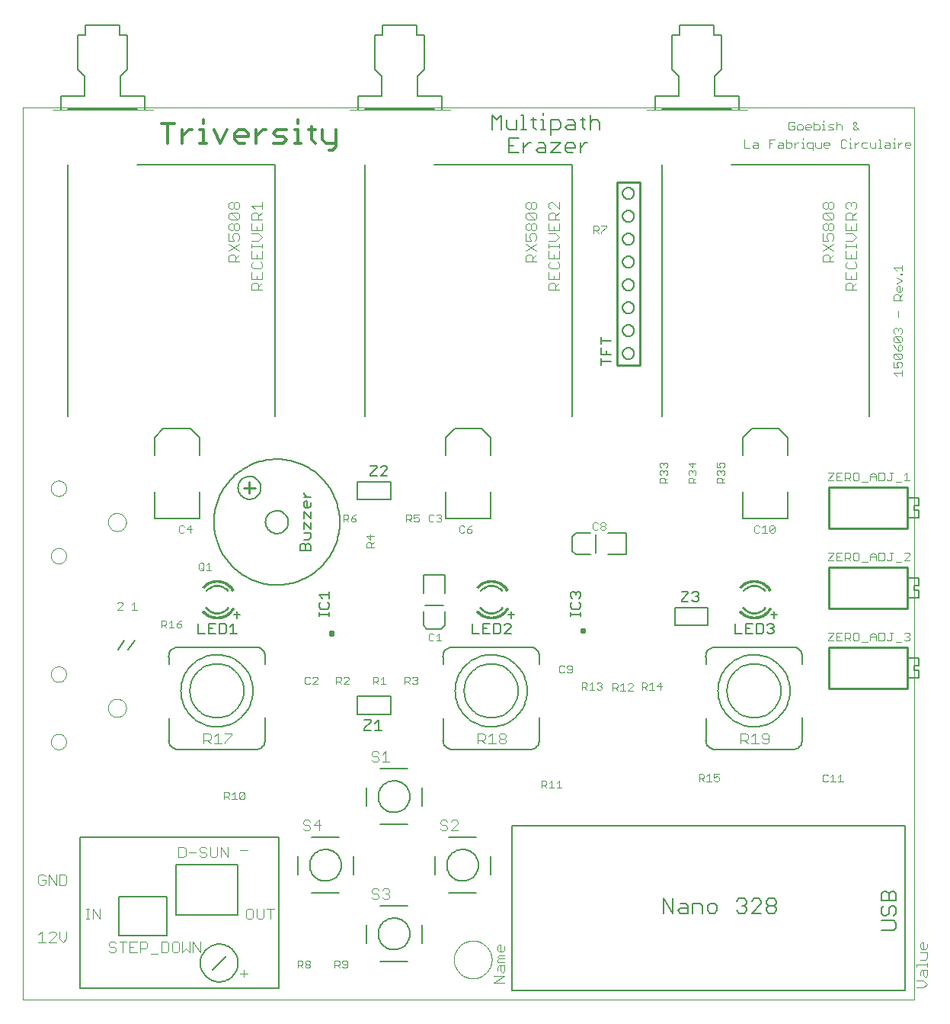
<source format=gto>
G75*
%MOIN*%
%OFA0B0*%
%FSLAX24Y24*%
%IPPOS*%
%LPD*%
%AMOC8*
5,1,8,0,0,1.08239X$1,22.5*
%
%ADD10C,0.0000*%
%ADD11C,0.0060*%
%ADD12C,0.0130*%
%ADD13C,0.0030*%
%ADD14C,0.0180*%
%ADD15C,0.0100*%
%ADD16C,0.0040*%
%ADD17C,0.0080*%
%ADD18C,0.0050*%
%ADD19C,0.0006*%
%ADD20C,0.0010*%
D10*
X003644Y000150D02*
X003644Y039150D01*
X042644Y039150D01*
X042644Y000150D01*
X003644Y000150D01*
X004884Y011424D02*
X004886Y011460D01*
X004892Y011496D01*
X004902Y011531D01*
X004915Y011565D01*
X004932Y011597D01*
X004952Y011627D01*
X004976Y011654D01*
X005002Y011679D01*
X005031Y011701D01*
X005062Y011720D01*
X005095Y011735D01*
X005129Y011747D01*
X005165Y011755D01*
X005201Y011759D01*
X005237Y011759D01*
X005273Y011755D01*
X005309Y011747D01*
X005343Y011735D01*
X005376Y011720D01*
X005407Y011701D01*
X005436Y011679D01*
X005462Y011654D01*
X005486Y011627D01*
X005506Y011597D01*
X005523Y011565D01*
X005536Y011531D01*
X005546Y011496D01*
X005552Y011460D01*
X005554Y011424D01*
X005552Y011388D01*
X005546Y011352D01*
X005536Y011317D01*
X005523Y011283D01*
X005506Y011251D01*
X005486Y011221D01*
X005462Y011194D01*
X005436Y011169D01*
X005407Y011147D01*
X005376Y011128D01*
X005343Y011113D01*
X005309Y011101D01*
X005273Y011093D01*
X005237Y011089D01*
X005201Y011089D01*
X005165Y011093D01*
X005129Y011101D01*
X005095Y011113D01*
X005062Y011128D01*
X005031Y011147D01*
X005002Y011169D01*
X004976Y011194D01*
X004952Y011221D01*
X004932Y011251D01*
X004915Y011283D01*
X004902Y011317D01*
X004892Y011352D01*
X004886Y011388D01*
X004884Y011424D01*
X007384Y012900D02*
X007386Y012939D01*
X007392Y012978D01*
X007402Y013016D01*
X007415Y013053D01*
X007432Y013088D01*
X007452Y013122D01*
X007476Y013153D01*
X007503Y013182D01*
X007532Y013208D01*
X007564Y013231D01*
X007598Y013251D01*
X007634Y013267D01*
X007671Y013279D01*
X007710Y013288D01*
X007749Y013293D01*
X007788Y013294D01*
X007827Y013291D01*
X007866Y013284D01*
X007903Y013273D01*
X007940Y013259D01*
X007975Y013241D01*
X008008Y013220D01*
X008039Y013195D01*
X008067Y013168D01*
X008092Y013138D01*
X008114Y013105D01*
X008133Y013071D01*
X008148Y013035D01*
X008160Y012997D01*
X008168Y012959D01*
X008172Y012920D01*
X008172Y012880D01*
X008168Y012841D01*
X008160Y012803D01*
X008148Y012765D01*
X008133Y012729D01*
X008114Y012695D01*
X008092Y012662D01*
X008067Y012632D01*
X008039Y012605D01*
X008008Y012580D01*
X007975Y012559D01*
X007940Y012541D01*
X007903Y012527D01*
X007866Y012516D01*
X007827Y012509D01*
X007788Y012506D01*
X007749Y012507D01*
X007710Y012512D01*
X007671Y012521D01*
X007634Y012533D01*
X007598Y012549D01*
X007564Y012569D01*
X007532Y012592D01*
X007503Y012618D01*
X007476Y012647D01*
X007452Y012678D01*
X007432Y012712D01*
X007415Y012747D01*
X007402Y012784D01*
X007392Y012822D01*
X007386Y012861D01*
X007384Y012900D01*
X004884Y014376D02*
X004886Y014412D01*
X004892Y014448D01*
X004902Y014483D01*
X004915Y014517D01*
X004932Y014549D01*
X004952Y014579D01*
X004976Y014606D01*
X005002Y014631D01*
X005031Y014653D01*
X005062Y014672D01*
X005095Y014687D01*
X005129Y014699D01*
X005165Y014707D01*
X005201Y014711D01*
X005237Y014711D01*
X005273Y014707D01*
X005309Y014699D01*
X005343Y014687D01*
X005376Y014672D01*
X005407Y014653D01*
X005436Y014631D01*
X005462Y014606D01*
X005486Y014579D01*
X005506Y014549D01*
X005523Y014517D01*
X005536Y014483D01*
X005546Y014448D01*
X005552Y014412D01*
X005554Y014376D01*
X005552Y014340D01*
X005546Y014304D01*
X005536Y014269D01*
X005523Y014235D01*
X005506Y014203D01*
X005486Y014173D01*
X005462Y014146D01*
X005436Y014121D01*
X005407Y014099D01*
X005376Y014080D01*
X005343Y014065D01*
X005309Y014053D01*
X005273Y014045D01*
X005237Y014041D01*
X005201Y014041D01*
X005165Y014045D01*
X005129Y014053D01*
X005095Y014065D01*
X005062Y014080D01*
X005031Y014099D01*
X005002Y014121D01*
X004976Y014146D01*
X004952Y014173D01*
X004932Y014203D01*
X004915Y014235D01*
X004902Y014269D01*
X004892Y014304D01*
X004886Y014340D01*
X004884Y014376D01*
X004884Y019549D02*
X004886Y019585D01*
X004892Y019621D01*
X004902Y019656D01*
X004915Y019690D01*
X004932Y019722D01*
X004952Y019752D01*
X004976Y019779D01*
X005002Y019804D01*
X005031Y019826D01*
X005062Y019845D01*
X005095Y019860D01*
X005129Y019872D01*
X005165Y019880D01*
X005201Y019884D01*
X005237Y019884D01*
X005273Y019880D01*
X005309Y019872D01*
X005343Y019860D01*
X005376Y019845D01*
X005407Y019826D01*
X005436Y019804D01*
X005462Y019779D01*
X005486Y019752D01*
X005506Y019722D01*
X005523Y019690D01*
X005536Y019656D01*
X005546Y019621D01*
X005552Y019585D01*
X005554Y019549D01*
X005552Y019513D01*
X005546Y019477D01*
X005536Y019442D01*
X005523Y019408D01*
X005506Y019376D01*
X005486Y019346D01*
X005462Y019319D01*
X005436Y019294D01*
X005407Y019272D01*
X005376Y019253D01*
X005343Y019238D01*
X005309Y019226D01*
X005273Y019218D01*
X005237Y019214D01*
X005201Y019214D01*
X005165Y019218D01*
X005129Y019226D01*
X005095Y019238D01*
X005062Y019253D01*
X005031Y019272D01*
X005002Y019294D01*
X004976Y019319D01*
X004952Y019346D01*
X004932Y019376D01*
X004915Y019408D01*
X004902Y019442D01*
X004892Y019477D01*
X004886Y019513D01*
X004884Y019549D01*
X007384Y021025D02*
X007386Y021064D01*
X007392Y021103D01*
X007402Y021141D01*
X007415Y021178D01*
X007432Y021213D01*
X007452Y021247D01*
X007476Y021278D01*
X007503Y021307D01*
X007532Y021333D01*
X007564Y021356D01*
X007598Y021376D01*
X007634Y021392D01*
X007671Y021404D01*
X007710Y021413D01*
X007749Y021418D01*
X007788Y021419D01*
X007827Y021416D01*
X007866Y021409D01*
X007903Y021398D01*
X007940Y021384D01*
X007975Y021366D01*
X008008Y021345D01*
X008039Y021320D01*
X008067Y021293D01*
X008092Y021263D01*
X008114Y021230D01*
X008133Y021196D01*
X008148Y021160D01*
X008160Y021122D01*
X008168Y021084D01*
X008172Y021045D01*
X008172Y021005D01*
X008168Y020966D01*
X008160Y020928D01*
X008148Y020890D01*
X008133Y020854D01*
X008114Y020820D01*
X008092Y020787D01*
X008067Y020757D01*
X008039Y020730D01*
X008008Y020705D01*
X007975Y020684D01*
X007940Y020666D01*
X007903Y020652D01*
X007866Y020641D01*
X007827Y020634D01*
X007788Y020631D01*
X007749Y020632D01*
X007710Y020637D01*
X007671Y020646D01*
X007634Y020658D01*
X007598Y020674D01*
X007564Y020694D01*
X007532Y020717D01*
X007503Y020743D01*
X007476Y020772D01*
X007452Y020803D01*
X007432Y020837D01*
X007415Y020872D01*
X007402Y020909D01*
X007392Y020947D01*
X007386Y020986D01*
X007384Y021025D01*
X004884Y022501D02*
X004886Y022537D01*
X004892Y022573D01*
X004902Y022608D01*
X004915Y022642D01*
X004932Y022674D01*
X004952Y022704D01*
X004976Y022731D01*
X005002Y022756D01*
X005031Y022778D01*
X005062Y022797D01*
X005095Y022812D01*
X005129Y022824D01*
X005165Y022832D01*
X005201Y022836D01*
X005237Y022836D01*
X005273Y022832D01*
X005309Y022824D01*
X005343Y022812D01*
X005376Y022797D01*
X005407Y022778D01*
X005436Y022756D01*
X005462Y022731D01*
X005486Y022704D01*
X005506Y022674D01*
X005523Y022642D01*
X005536Y022608D01*
X005546Y022573D01*
X005552Y022537D01*
X005554Y022501D01*
X005552Y022465D01*
X005546Y022429D01*
X005536Y022394D01*
X005523Y022360D01*
X005506Y022328D01*
X005486Y022298D01*
X005462Y022271D01*
X005436Y022246D01*
X005407Y022224D01*
X005376Y022205D01*
X005343Y022190D01*
X005309Y022178D01*
X005273Y022170D01*
X005237Y022166D01*
X005201Y022166D01*
X005165Y022170D01*
X005129Y022178D01*
X005095Y022190D01*
X005062Y022205D01*
X005031Y022224D01*
X005002Y022246D01*
X004976Y022271D01*
X004952Y022298D01*
X004932Y022328D01*
X004915Y022360D01*
X004902Y022394D01*
X004892Y022429D01*
X004886Y022465D01*
X004884Y022501D01*
X004944Y039055D02*
X009344Y039055D01*
X017944Y039055D02*
X022344Y039055D01*
X030944Y039055D02*
X035344Y039055D01*
X022517Y001900D02*
X022519Y001957D01*
X022525Y002014D01*
X022535Y002070D01*
X022548Y002126D01*
X022566Y002180D01*
X022587Y002233D01*
X022612Y002284D01*
X022640Y002334D01*
X022672Y002381D01*
X022706Y002427D01*
X022744Y002469D01*
X022785Y002509D01*
X022828Y002547D01*
X022874Y002581D01*
X022922Y002611D01*
X022972Y002639D01*
X023024Y002663D01*
X023078Y002683D01*
X023132Y002699D01*
X023188Y002712D01*
X023244Y002721D01*
X023301Y002726D01*
X023358Y002727D01*
X023415Y002724D01*
X023472Y002717D01*
X023528Y002706D01*
X023583Y002692D01*
X023637Y002673D01*
X023690Y002651D01*
X023741Y002626D01*
X023790Y002596D01*
X023837Y002564D01*
X023882Y002528D01*
X023924Y002490D01*
X023963Y002448D01*
X023999Y002404D01*
X024033Y002358D01*
X024063Y002309D01*
X024089Y002259D01*
X024112Y002207D01*
X024131Y002153D01*
X024147Y002098D01*
X024159Y002042D01*
X024167Y001985D01*
X024171Y001929D01*
X024171Y001871D01*
X024167Y001815D01*
X024159Y001758D01*
X024147Y001702D01*
X024131Y001647D01*
X024112Y001593D01*
X024089Y001541D01*
X024063Y001491D01*
X024033Y001442D01*
X023999Y001396D01*
X023963Y001352D01*
X023924Y001310D01*
X023882Y001272D01*
X023837Y001236D01*
X023790Y001204D01*
X023741Y001174D01*
X023690Y001149D01*
X023637Y001127D01*
X023583Y001108D01*
X023528Y001094D01*
X023472Y001083D01*
X023415Y001076D01*
X023358Y001073D01*
X023301Y001074D01*
X023244Y001079D01*
X023188Y001088D01*
X023132Y001101D01*
X023078Y001117D01*
X023024Y001137D01*
X022972Y001161D01*
X022922Y001189D01*
X022874Y001219D01*
X022828Y001253D01*
X022785Y001291D01*
X022744Y001331D01*
X022706Y001373D01*
X022672Y001419D01*
X022640Y001466D01*
X022612Y001516D01*
X022587Y001567D01*
X022566Y001620D01*
X022548Y001674D01*
X022535Y001730D01*
X022525Y001786D01*
X022519Y001843D01*
X022517Y001900D01*
D11*
X031674Y003930D02*
X031674Y004571D01*
X032101Y003930D01*
X032101Y004571D01*
X032425Y004357D02*
X032639Y004357D01*
X032746Y004250D01*
X032746Y003930D01*
X032425Y003930D01*
X032318Y004037D01*
X032425Y004144D01*
X032746Y004144D01*
X032963Y003930D02*
X032963Y004357D01*
X033283Y004357D01*
X033390Y004250D01*
X033390Y003930D01*
X033608Y004037D02*
X033714Y003930D01*
X033928Y003930D01*
X034035Y004037D01*
X034035Y004250D01*
X033928Y004357D01*
X033714Y004357D01*
X033608Y004250D01*
X033608Y004037D01*
X034897Y004037D02*
X035003Y003930D01*
X035217Y003930D01*
X035324Y004037D01*
X035324Y004144D01*
X035217Y004250D01*
X035110Y004250D01*
X035217Y004250D02*
X035324Y004357D01*
X035324Y004464D01*
X035217Y004571D01*
X035003Y004571D01*
X034897Y004464D01*
X035541Y004464D02*
X035648Y004571D01*
X035862Y004571D01*
X035968Y004464D01*
X035968Y004357D01*
X035541Y003930D01*
X035968Y003930D01*
X036186Y004037D02*
X036186Y004144D01*
X036293Y004250D01*
X036506Y004250D01*
X036613Y004144D01*
X036613Y004037D01*
X036506Y003930D01*
X036293Y003930D01*
X036186Y004037D01*
X036293Y004250D02*
X036186Y004357D01*
X036186Y004464D01*
X036293Y004571D01*
X036506Y004571D01*
X036613Y004464D01*
X036613Y004357D01*
X036506Y004250D01*
X041223Y004145D02*
X041223Y003931D01*
X041330Y003825D01*
X041437Y003825D01*
X041544Y003931D01*
X041544Y004145D01*
X041650Y004252D01*
X041757Y004252D01*
X041864Y004145D01*
X041864Y003931D01*
X041757Y003825D01*
X041757Y003607D02*
X041223Y003607D01*
X041223Y003180D02*
X041757Y003180D01*
X041864Y003287D01*
X041864Y003500D01*
X041757Y003607D01*
X041223Y004145D02*
X041330Y004252D01*
X041223Y004469D02*
X041223Y004789D01*
X041330Y004896D01*
X041437Y004896D01*
X041544Y004789D01*
X041544Y004469D01*
X041864Y004469D02*
X041864Y004789D01*
X041757Y004896D01*
X041650Y004896D01*
X041544Y004789D01*
X041864Y004469D02*
X041223Y004469D01*
X042376Y014217D02*
X042849Y014217D01*
X042849Y014552D01*
X042652Y014552D01*
X042652Y014748D01*
X042849Y014748D01*
X042849Y015083D01*
X042376Y015083D01*
X042376Y017717D02*
X042849Y017717D01*
X042849Y018052D01*
X042652Y018052D01*
X042652Y018248D01*
X042849Y018248D01*
X042849Y018583D01*
X042376Y018583D01*
X042376Y021217D02*
X042849Y021217D01*
X042849Y021552D01*
X042652Y021552D01*
X042652Y021748D01*
X042849Y021748D01*
X042849Y022083D01*
X042376Y022083D01*
X033228Y017922D02*
X033228Y017849D01*
X033155Y017775D01*
X033228Y017702D01*
X033228Y017628D01*
X033155Y017555D01*
X033008Y017555D01*
X032934Y017628D01*
X032768Y017555D02*
X032474Y017555D01*
X032474Y017628D01*
X032768Y017922D01*
X032768Y017995D01*
X032474Y017995D01*
X032934Y017922D02*
X033008Y017995D01*
X033155Y017995D01*
X033228Y017922D01*
X033155Y017775D02*
X033081Y017775D01*
X019603Y023055D02*
X019309Y023055D01*
X019603Y023349D01*
X019603Y023422D01*
X019530Y023495D01*
X019383Y023495D01*
X019309Y023422D01*
X019143Y023422D02*
X018849Y023128D01*
X018849Y023055D01*
X019143Y023055D01*
X019143Y023422D02*
X019143Y023495D01*
X018849Y023495D01*
X014269Y021025D02*
X014271Y021069D01*
X014277Y021113D01*
X014287Y021156D01*
X014300Y021198D01*
X014317Y021239D01*
X014338Y021278D01*
X014362Y021315D01*
X014389Y021350D01*
X014419Y021382D01*
X014452Y021412D01*
X014488Y021438D01*
X014525Y021462D01*
X014565Y021481D01*
X014606Y021498D01*
X014649Y021510D01*
X014692Y021519D01*
X014736Y021524D01*
X014780Y021525D01*
X014824Y021522D01*
X014868Y021515D01*
X014911Y021504D01*
X014953Y021490D01*
X014993Y021472D01*
X015032Y021450D01*
X015068Y021426D01*
X015102Y021398D01*
X015134Y021367D01*
X015163Y021333D01*
X015189Y021297D01*
X015211Y021259D01*
X015230Y021219D01*
X015245Y021177D01*
X015257Y021135D01*
X015265Y021091D01*
X015269Y021047D01*
X015269Y021003D01*
X015265Y020959D01*
X015257Y020915D01*
X015245Y020873D01*
X015230Y020831D01*
X015211Y020791D01*
X015189Y020753D01*
X015163Y020717D01*
X015134Y020683D01*
X015102Y020652D01*
X015068Y020624D01*
X015032Y020600D01*
X014993Y020578D01*
X014953Y020560D01*
X014911Y020546D01*
X014868Y020535D01*
X014824Y020528D01*
X014780Y020525D01*
X014736Y020526D01*
X014692Y020531D01*
X014649Y020540D01*
X014606Y020552D01*
X014565Y020569D01*
X014525Y020588D01*
X014488Y020612D01*
X014452Y020638D01*
X014419Y020668D01*
X014389Y020700D01*
X014362Y020735D01*
X014338Y020772D01*
X014317Y020811D01*
X014300Y020852D01*
X014287Y020894D01*
X014277Y020937D01*
X014271Y020981D01*
X014269Y021025D01*
X012019Y021025D02*
X012021Y021130D01*
X012027Y021234D01*
X012037Y021338D01*
X012051Y021442D01*
X012069Y021545D01*
X012090Y021648D01*
X012116Y021749D01*
X012146Y021850D01*
X012179Y021949D01*
X012216Y022047D01*
X012257Y022144D01*
X012301Y022238D01*
X012349Y022331D01*
X012401Y022423D01*
X012456Y022512D01*
X012514Y022599D01*
X012575Y022683D01*
X012640Y022766D01*
X012708Y022846D01*
X012779Y022923D01*
X012852Y022997D01*
X012929Y023069D01*
X013008Y023137D01*
X013090Y023203D01*
X013174Y023265D01*
X013260Y023324D01*
X013349Y023380D01*
X013440Y023432D01*
X013532Y023481D01*
X013627Y023526D01*
X013723Y023568D01*
X013820Y023606D01*
X013919Y023640D01*
X014019Y023671D01*
X014121Y023697D01*
X014223Y023720D01*
X014326Y023739D01*
X014430Y023754D01*
X014534Y023765D01*
X014638Y023772D01*
X014743Y023775D01*
X014848Y023774D01*
X014952Y023769D01*
X015056Y023760D01*
X015160Y023747D01*
X015264Y023730D01*
X015366Y023709D01*
X015468Y023685D01*
X015569Y023656D01*
X015668Y023624D01*
X015767Y023588D01*
X015864Y023548D01*
X015959Y023504D01*
X016052Y023457D01*
X016144Y023407D01*
X016234Y023352D01*
X016321Y023295D01*
X016407Y023234D01*
X016489Y023170D01*
X016570Y023103D01*
X016648Y023033D01*
X016723Y022960D01*
X016795Y022884D01*
X016864Y022806D01*
X016931Y022725D01*
X016994Y022641D01*
X017054Y022556D01*
X017110Y022467D01*
X017164Y022377D01*
X017213Y022285D01*
X017259Y022191D01*
X017302Y022095D01*
X017341Y021998D01*
X017376Y021900D01*
X017408Y021800D01*
X017435Y021699D01*
X017459Y021597D01*
X017479Y021494D01*
X017495Y021390D01*
X017507Y021286D01*
X017515Y021182D01*
X017519Y021077D01*
X017519Y020973D01*
X017515Y020868D01*
X017507Y020764D01*
X017495Y020660D01*
X017479Y020556D01*
X017459Y020453D01*
X017435Y020351D01*
X017408Y020250D01*
X017376Y020150D01*
X017341Y020052D01*
X017302Y019955D01*
X017259Y019859D01*
X017213Y019765D01*
X017164Y019673D01*
X017110Y019583D01*
X017054Y019494D01*
X016994Y019409D01*
X016931Y019325D01*
X016864Y019244D01*
X016795Y019166D01*
X016723Y019090D01*
X016648Y019017D01*
X016570Y018947D01*
X016489Y018880D01*
X016407Y018816D01*
X016321Y018755D01*
X016234Y018698D01*
X016144Y018643D01*
X016052Y018593D01*
X015959Y018546D01*
X015864Y018502D01*
X015767Y018462D01*
X015668Y018426D01*
X015569Y018394D01*
X015468Y018365D01*
X015366Y018341D01*
X015264Y018320D01*
X015160Y018303D01*
X015056Y018290D01*
X014952Y018281D01*
X014848Y018276D01*
X014743Y018275D01*
X014638Y018278D01*
X014534Y018285D01*
X014430Y018296D01*
X014326Y018311D01*
X014223Y018330D01*
X014121Y018353D01*
X014019Y018379D01*
X013919Y018410D01*
X013820Y018444D01*
X013723Y018482D01*
X013627Y018524D01*
X013532Y018569D01*
X013440Y018618D01*
X013349Y018670D01*
X013260Y018726D01*
X013174Y018785D01*
X013090Y018847D01*
X013008Y018913D01*
X012929Y018981D01*
X012852Y019053D01*
X012779Y019127D01*
X012708Y019204D01*
X012640Y019284D01*
X012575Y019367D01*
X012514Y019451D01*
X012456Y019538D01*
X012401Y019627D01*
X012349Y019719D01*
X012301Y019812D01*
X012257Y019906D01*
X012216Y020003D01*
X012179Y020101D01*
X012146Y020200D01*
X012116Y020301D01*
X012090Y020402D01*
X012069Y020505D01*
X012051Y020608D01*
X012037Y020712D01*
X012027Y020816D01*
X012021Y020920D01*
X012019Y021025D01*
X013069Y022525D02*
X013071Y022569D01*
X013077Y022613D01*
X013087Y022656D01*
X013100Y022698D01*
X013117Y022739D01*
X013138Y022778D01*
X013162Y022815D01*
X013189Y022850D01*
X013219Y022882D01*
X013252Y022912D01*
X013288Y022938D01*
X013325Y022962D01*
X013365Y022981D01*
X013406Y022998D01*
X013449Y023010D01*
X013492Y023019D01*
X013536Y023024D01*
X013580Y023025D01*
X013624Y023022D01*
X013668Y023015D01*
X013711Y023004D01*
X013753Y022990D01*
X013793Y022972D01*
X013832Y022950D01*
X013868Y022926D01*
X013902Y022898D01*
X013934Y022867D01*
X013963Y022833D01*
X013989Y022797D01*
X014011Y022759D01*
X014030Y022719D01*
X014045Y022677D01*
X014057Y022635D01*
X014065Y022591D01*
X014069Y022547D01*
X014069Y022503D01*
X014065Y022459D01*
X014057Y022415D01*
X014045Y022373D01*
X014030Y022331D01*
X014011Y022291D01*
X013989Y022253D01*
X013963Y022217D01*
X013934Y022183D01*
X013902Y022152D01*
X013868Y022124D01*
X013832Y022100D01*
X013793Y022078D01*
X013753Y022060D01*
X013711Y022046D01*
X013668Y022035D01*
X013624Y022028D01*
X013580Y022025D01*
X013536Y022026D01*
X013492Y022031D01*
X013449Y022040D01*
X013406Y022052D01*
X013365Y022069D01*
X013325Y022088D01*
X013288Y022112D01*
X013252Y022138D01*
X013219Y022168D01*
X013189Y022200D01*
X013162Y022235D01*
X013138Y022272D01*
X013117Y022311D01*
X013100Y022352D01*
X013087Y022394D01*
X013077Y022437D01*
X013071Y022481D01*
X013069Y022525D01*
X018599Y012370D02*
X018893Y012370D01*
X018893Y012297D01*
X018599Y012003D01*
X018599Y011930D01*
X018893Y011930D01*
X019059Y011930D02*
X019353Y011930D01*
X019206Y011930D02*
X019206Y012370D01*
X019059Y012224D01*
X024924Y037180D02*
X025351Y037180D01*
X025568Y037180D02*
X025568Y037607D01*
X025568Y037394D02*
X025782Y037607D01*
X025889Y037607D01*
X026212Y037607D02*
X026426Y037607D01*
X026533Y037500D01*
X026533Y037180D01*
X026212Y037180D01*
X026106Y037287D01*
X026212Y037394D01*
X026533Y037394D01*
X026750Y037607D02*
X027177Y037607D01*
X026750Y037180D01*
X027177Y037180D01*
X027395Y037287D02*
X027395Y037500D01*
X027501Y037607D01*
X027715Y037607D01*
X027822Y037500D01*
X027822Y037394D01*
X027395Y037394D01*
X027395Y037287D02*
X027501Y037180D01*
X027715Y037180D01*
X028039Y037180D02*
X028039Y037607D01*
X028039Y037394D02*
X028253Y037607D01*
X028360Y037607D01*
X028255Y038180D02*
X028148Y038287D01*
X028148Y038714D01*
X028041Y038607D02*
X028255Y038607D01*
X028471Y038500D02*
X028578Y038607D01*
X028791Y038607D01*
X028898Y038500D01*
X028898Y038180D01*
X028471Y038180D02*
X028471Y038821D01*
X027824Y038500D02*
X027824Y038180D01*
X027503Y038180D01*
X027397Y038287D01*
X027503Y038394D01*
X027824Y038394D01*
X027824Y038500D02*
X027717Y038607D01*
X027503Y038607D01*
X027179Y038500D02*
X027179Y038287D01*
X027072Y038180D01*
X026752Y038180D01*
X026752Y037966D02*
X026752Y038607D01*
X027072Y038607D01*
X027179Y038500D01*
X026536Y038180D02*
X026322Y038180D01*
X026429Y038180D02*
X026429Y038607D01*
X026322Y038607D01*
X026106Y038607D02*
X025893Y038607D01*
X025999Y038714D02*
X025999Y038287D01*
X026106Y038180D01*
X025677Y038180D02*
X025463Y038180D01*
X025570Y038180D02*
X025570Y038821D01*
X025463Y038821D01*
X025246Y038607D02*
X025246Y038180D01*
X024925Y038180D01*
X024818Y038287D01*
X024818Y038607D01*
X024601Y038821D02*
X024387Y038607D01*
X024174Y038821D01*
X024174Y038180D01*
X024601Y038180D02*
X024601Y038821D01*
X024924Y037821D02*
X024924Y037180D01*
X024924Y037500D02*
X025137Y037500D01*
X025351Y037821D02*
X024924Y037821D01*
X026429Y038821D02*
X026429Y038927D01*
D12*
X017349Y038170D02*
X017349Y037445D01*
X017204Y037300D01*
X017059Y037300D01*
X016913Y037590D02*
X017349Y037590D01*
X016913Y037590D02*
X016768Y037735D01*
X016768Y038170D01*
X016445Y038170D02*
X016154Y038170D01*
X016300Y038316D02*
X016300Y037735D01*
X016445Y037590D01*
X015831Y037590D02*
X015541Y037590D01*
X015686Y037590D02*
X015686Y038170D01*
X015541Y038170D01*
X015686Y038461D02*
X015686Y038606D01*
X015200Y038170D02*
X014765Y038170D01*
X014620Y038025D01*
X014765Y037880D01*
X015055Y037880D01*
X015200Y037735D01*
X015055Y037590D01*
X014620Y037590D01*
X014288Y038170D02*
X014143Y038170D01*
X013852Y037880D01*
X013852Y037590D02*
X013852Y038170D01*
X013512Y038025D02*
X013512Y037880D01*
X012932Y037880D01*
X012932Y037735D02*
X012932Y038025D01*
X013077Y038170D01*
X013367Y038170D01*
X013512Y038025D01*
X013367Y037590D02*
X013077Y037590D01*
X012932Y037735D01*
X012591Y038170D02*
X012301Y037590D01*
X012011Y038170D01*
X011542Y038170D02*
X011542Y037590D01*
X011397Y037590D02*
X011687Y037590D01*
X011542Y038170D02*
X011397Y038170D01*
X011542Y038461D02*
X011542Y038606D01*
X011065Y038170D02*
X010920Y038170D01*
X010630Y037880D01*
X010630Y037590D02*
X010630Y038170D01*
X010289Y038461D02*
X009709Y038461D01*
X009999Y038461D02*
X009999Y037590D01*
D13*
X041759Y032142D02*
X042129Y032142D01*
X042129Y032019D02*
X042129Y032266D01*
X041882Y032019D02*
X041759Y032142D01*
X042067Y031896D02*
X042129Y031896D01*
X042129Y031835D01*
X042067Y031835D01*
X042067Y031896D01*
X041882Y031713D02*
X042129Y031590D01*
X041882Y031466D01*
X041944Y031345D02*
X042005Y031345D01*
X042005Y031098D01*
X041944Y031098D02*
X041882Y031160D01*
X041882Y031283D01*
X041944Y031345D01*
X042129Y031283D02*
X042129Y031160D01*
X042067Y031098D01*
X041944Y031098D01*
X041944Y030977D02*
X042005Y030915D01*
X042005Y030730D01*
X042005Y030853D02*
X042129Y030977D01*
X041944Y030977D02*
X041820Y030977D01*
X041759Y030915D01*
X041759Y030730D01*
X042129Y030730D01*
X041944Y030240D02*
X041944Y029993D01*
X042005Y029503D02*
X042067Y029503D01*
X042129Y029442D01*
X042129Y029318D01*
X042067Y029257D01*
X042067Y029135D02*
X042129Y029073D01*
X042129Y028950D01*
X042067Y028888D01*
X041820Y029135D01*
X042067Y029135D01*
X041820Y029135D02*
X041759Y029073D01*
X041759Y028950D01*
X041820Y028888D01*
X042067Y028888D01*
X042067Y028767D02*
X042005Y028767D01*
X041944Y028705D01*
X041944Y028520D01*
X042067Y028520D01*
X042129Y028582D01*
X042129Y028705D01*
X042067Y028767D01*
X041944Y028520D02*
X041820Y028643D01*
X041759Y028767D01*
X041820Y028399D02*
X041759Y028337D01*
X041759Y028213D01*
X041820Y028152D01*
X042067Y028152D01*
X041820Y028399D01*
X042067Y028399D01*
X042129Y028337D01*
X042129Y028213D01*
X042067Y028152D01*
X042067Y028030D02*
X042129Y027968D01*
X042129Y027845D01*
X042067Y027783D01*
X041944Y027783D02*
X041882Y027907D01*
X041882Y027968D01*
X041944Y028030D01*
X042067Y028030D01*
X041944Y027783D02*
X041759Y027783D01*
X041759Y028030D01*
X041759Y027538D02*
X042129Y027538D01*
X042129Y027415D02*
X042129Y027662D01*
X041882Y027415D02*
X041759Y027538D01*
X041820Y029257D02*
X041759Y029318D01*
X041759Y029442D01*
X041820Y029503D01*
X041882Y029503D01*
X041944Y029442D01*
X042005Y029503D01*
X041944Y029442D02*
X041944Y029380D01*
D14*
X028196Y016327D02*
X028196Y016240D01*
X028109Y016240D01*
X028109Y016327D01*
X028196Y016327D01*
X017196Y016202D02*
X017196Y016115D01*
X017109Y016115D01*
X017109Y016202D01*
X017196Y016202D01*
D15*
X013569Y022275D02*
X013569Y022775D01*
X013319Y022525D02*
X013819Y022525D01*
X029644Y027900D02*
X029644Y035900D01*
X030644Y035900D01*
X030644Y027900D01*
X029644Y027900D01*
X038931Y022536D02*
X038931Y020764D01*
X042357Y020764D01*
X042357Y022536D01*
X038931Y022536D01*
X038931Y019036D02*
X042357Y019036D01*
X042357Y017264D01*
X038931Y017264D01*
X038931Y019036D01*
X038931Y015536D02*
X042357Y015536D01*
X042357Y013764D01*
X038931Y013764D01*
X038931Y015536D01*
D16*
X038892Y015838D02*
X039132Y015838D01*
X039261Y015838D02*
X039261Y016199D01*
X039501Y016199D01*
X039629Y016199D02*
X039629Y015838D01*
X039629Y015958D02*
X039809Y015958D01*
X039869Y016018D01*
X039869Y016139D01*
X039809Y016199D01*
X039629Y016199D01*
X039749Y015958D02*
X039869Y015838D01*
X039997Y015898D02*
X040057Y015838D01*
X040177Y015838D01*
X040237Y015898D01*
X040237Y016139D01*
X040177Y016199D01*
X040057Y016199D01*
X039997Y016139D01*
X039997Y015898D01*
X040366Y015778D02*
X040606Y015778D01*
X040734Y015838D02*
X040734Y016079D01*
X040854Y016199D01*
X040974Y016079D01*
X040974Y015838D01*
X041102Y015838D02*
X041282Y015838D01*
X041342Y015898D01*
X041342Y016139D01*
X041282Y016199D01*
X041102Y016199D01*
X041102Y015838D01*
X040974Y016018D02*
X040734Y016018D01*
X041470Y015898D02*
X041531Y015838D01*
X041591Y015838D01*
X041651Y015898D01*
X041651Y016199D01*
X041591Y016199D02*
X041711Y016199D01*
X041839Y015778D02*
X042079Y015778D01*
X042207Y015898D02*
X042267Y015838D01*
X042387Y015838D01*
X042447Y015898D01*
X042447Y015958D01*
X042387Y016018D01*
X042327Y016018D01*
X042387Y016018D02*
X042447Y016079D01*
X042447Y016139D01*
X042387Y016199D01*
X042267Y016199D01*
X042207Y016139D01*
X039501Y015838D02*
X039261Y015838D01*
X039261Y016018D02*
X039381Y016018D01*
X039132Y016139D02*
X038892Y015898D01*
X038892Y015838D01*
X038892Y016199D02*
X039132Y016199D01*
X039132Y016139D01*
X040366Y019278D02*
X040606Y019278D01*
X040734Y019338D02*
X040734Y019579D01*
X040854Y019699D01*
X040974Y019579D01*
X040974Y019338D01*
X041102Y019338D02*
X041282Y019338D01*
X041342Y019398D01*
X041342Y019639D01*
X041282Y019699D01*
X041102Y019699D01*
X041102Y019338D01*
X040974Y019518D02*
X040734Y019518D01*
X040237Y019398D02*
X040237Y019639D01*
X040177Y019699D01*
X040057Y019699D01*
X039997Y019639D01*
X039997Y019398D01*
X040057Y019338D01*
X040177Y019338D01*
X040237Y019398D01*
X039869Y019338D02*
X039749Y019458D01*
X039809Y019458D02*
X039629Y019458D01*
X039629Y019338D02*
X039629Y019699D01*
X039809Y019699D01*
X039869Y019639D01*
X039869Y019518D01*
X039809Y019458D01*
X039501Y019338D02*
X039261Y019338D01*
X039261Y019699D01*
X039501Y019699D01*
X039381Y019518D02*
X039261Y019518D01*
X039132Y019639D02*
X038892Y019398D01*
X038892Y019338D01*
X039132Y019338D01*
X039132Y019639D02*
X039132Y019699D01*
X038892Y019699D01*
X036546Y020613D02*
X036493Y020560D01*
X036386Y020560D01*
X036332Y020613D01*
X036546Y020827D01*
X036546Y020613D01*
X036332Y020613D02*
X036332Y020827D01*
X036386Y020880D01*
X036493Y020880D01*
X036546Y020827D01*
X036214Y020560D02*
X036001Y020560D01*
X036108Y020560D02*
X036108Y020880D01*
X036001Y020774D01*
X035883Y020827D02*
X035830Y020880D01*
X035723Y020880D01*
X035669Y020827D01*
X035669Y020613D01*
X035723Y020560D01*
X035830Y020560D01*
X035883Y020613D01*
X034349Y022745D02*
X034029Y022745D01*
X034029Y022905D01*
X034082Y022959D01*
X034189Y022959D01*
X034242Y022905D01*
X034242Y022745D01*
X034242Y022852D02*
X034349Y022959D01*
X034296Y023076D02*
X034349Y023130D01*
X034349Y023237D01*
X034296Y023290D01*
X034242Y023290D01*
X034189Y023237D01*
X034189Y023183D01*
X034189Y023237D02*
X034135Y023290D01*
X034082Y023290D01*
X034029Y023237D01*
X034029Y023130D01*
X034082Y023076D01*
X034029Y023408D02*
X034189Y023408D01*
X034135Y023515D01*
X034135Y023568D01*
X034189Y023621D01*
X034296Y023621D01*
X034349Y023568D01*
X034349Y023461D01*
X034296Y023408D01*
X034029Y023408D02*
X034029Y023621D01*
X033099Y023568D02*
X032779Y023568D01*
X032939Y023408D01*
X032939Y023621D01*
X032992Y023290D02*
X033046Y023290D01*
X033099Y023237D01*
X033099Y023130D01*
X033046Y023076D01*
X033099Y022959D02*
X032992Y022852D01*
X032992Y022905D02*
X032992Y022745D01*
X033099Y022745D02*
X032779Y022745D01*
X032779Y022905D01*
X032832Y022959D01*
X032939Y022959D01*
X032992Y022905D01*
X032832Y023076D02*
X032779Y023130D01*
X032779Y023237D01*
X032832Y023290D01*
X032885Y023290D01*
X032939Y023237D01*
X032992Y023290D01*
X032939Y023237D02*
X032939Y023183D01*
X031849Y023130D02*
X031796Y023076D01*
X031849Y023130D02*
X031849Y023237D01*
X031796Y023290D01*
X031742Y023290D01*
X031689Y023237D01*
X031689Y023183D01*
X031689Y023237D02*
X031635Y023290D01*
X031582Y023290D01*
X031529Y023237D01*
X031529Y023130D01*
X031582Y023076D01*
X031582Y022959D02*
X031689Y022959D01*
X031742Y022905D01*
X031742Y022745D01*
X031742Y022852D02*
X031849Y022959D01*
X031849Y022745D02*
X031529Y022745D01*
X031529Y022905D01*
X031582Y022959D01*
X031582Y023408D02*
X031529Y023461D01*
X031529Y023568D01*
X031582Y023621D01*
X031635Y023621D01*
X031689Y023568D01*
X031742Y023621D01*
X031796Y023621D01*
X031849Y023568D01*
X031849Y023461D01*
X031796Y023408D01*
X031689Y023515D02*
X031689Y023568D01*
X029093Y021012D02*
X029146Y020958D01*
X029146Y020905D01*
X029093Y020851D01*
X028986Y020851D01*
X028932Y020905D01*
X028932Y020958D01*
X028986Y021012D01*
X029093Y021012D01*
X029093Y020851D02*
X029146Y020798D01*
X029146Y020745D01*
X029093Y020691D01*
X028986Y020691D01*
X028932Y020745D01*
X028932Y020798D01*
X028986Y020851D01*
X028814Y020745D02*
X028761Y020691D01*
X028654Y020691D01*
X028601Y020745D01*
X028601Y020958D01*
X028654Y021012D01*
X028761Y021012D01*
X028814Y020958D01*
X023296Y020880D02*
X023189Y020827D01*
X023082Y020720D01*
X023243Y020720D01*
X023296Y020667D01*
X023296Y020613D01*
X023243Y020560D01*
X023136Y020560D01*
X023082Y020613D01*
X023082Y020720D01*
X022964Y020613D02*
X022911Y020560D01*
X022804Y020560D01*
X022751Y020613D01*
X022751Y020827D01*
X022804Y020880D01*
X022911Y020880D01*
X022964Y020827D01*
X021959Y021098D02*
X021906Y021045D01*
X021799Y021045D01*
X021745Y021098D01*
X021627Y021098D02*
X021574Y021045D01*
X021467Y021045D01*
X021414Y021098D01*
X021414Y021312D01*
X021467Y021365D01*
X021574Y021365D01*
X021627Y021312D01*
X021745Y021312D02*
X021799Y021365D01*
X021906Y021365D01*
X021959Y021312D01*
X021959Y021259D01*
X021906Y021205D01*
X021959Y021152D01*
X021959Y021098D01*
X021906Y021205D02*
X021852Y021205D01*
X020971Y021195D02*
X020971Y021088D01*
X020918Y021035D01*
X020811Y021035D01*
X020757Y021088D01*
X020757Y021195D02*
X020864Y021249D01*
X020918Y021249D01*
X020971Y021195D01*
X020971Y021355D02*
X020757Y021355D01*
X020757Y021195D01*
X020639Y021195D02*
X020586Y021142D01*
X020426Y021142D01*
X020533Y021142D02*
X020639Y021035D01*
X020639Y021195D02*
X020639Y021302D01*
X020586Y021355D01*
X020426Y021355D01*
X020426Y021035D01*
X019009Y020424D02*
X018689Y020424D01*
X018849Y020264D01*
X018849Y020477D01*
X018849Y020146D02*
X018902Y020092D01*
X018902Y019932D01*
X018902Y020039D02*
X019009Y020146D01*
X018849Y020146D02*
X018742Y020146D01*
X018689Y020092D01*
X018689Y019932D01*
X019009Y019932D01*
X018168Y021035D02*
X018221Y021088D01*
X018221Y021142D01*
X018168Y021195D01*
X018007Y021195D01*
X018007Y021088D01*
X018061Y021035D01*
X018168Y021035D01*
X018007Y021195D02*
X018114Y021302D01*
X018221Y021355D01*
X017889Y021302D02*
X017889Y021195D01*
X017836Y021142D01*
X017676Y021142D01*
X017783Y021142D02*
X017889Y021035D01*
X017676Y021035D02*
X017676Y021355D01*
X017836Y021355D01*
X017889Y021302D01*
X021467Y016159D02*
X021414Y016106D01*
X021414Y015892D01*
X021467Y015839D01*
X021574Y015839D01*
X021627Y015892D01*
X021745Y015839D02*
X021959Y015839D01*
X021852Y015839D02*
X021852Y016159D01*
X021745Y016052D01*
X021627Y016106D02*
X021574Y016159D01*
X021467Y016159D01*
X020856Y014265D02*
X020909Y014212D01*
X020909Y014159D01*
X020856Y014105D01*
X020909Y014052D01*
X020909Y013998D01*
X020856Y013945D01*
X020749Y013945D01*
X020695Y013998D01*
X020577Y013945D02*
X020471Y014052D01*
X020524Y014052D02*
X020364Y014052D01*
X020364Y013945D02*
X020364Y014265D01*
X020524Y014265D01*
X020577Y014212D01*
X020577Y014105D01*
X020524Y014052D01*
X020695Y014212D02*
X020749Y014265D01*
X020856Y014265D01*
X020856Y014105D02*
X020802Y014105D01*
X019534Y013945D02*
X019320Y013945D01*
X019427Y013945D02*
X019427Y014265D01*
X019320Y014159D01*
X019202Y014212D02*
X019202Y014105D01*
X019149Y014052D01*
X018989Y014052D01*
X019096Y014052D02*
X019202Y013945D01*
X018989Y013945D02*
X018989Y014265D01*
X019149Y014265D01*
X019202Y014212D01*
X017909Y014212D02*
X017909Y014159D01*
X017695Y013945D01*
X017909Y013945D01*
X017909Y014212D02*
X017856Y014265D01*
X017749Y014265D01*
X017695Y014212D01*
X017577Y014212D02*
X017577Y014105D01*
X017524Y014052D01*
X017364Y014052D01*
X017471Y014052D02*
X017577Y013945D01*
X017364Y013945D02*
X017364Y014265D01*
X017524Y014265D01*
X017577Y014212D01*
X016546Y014202D02*
X016546Y014149D01*
X016332Y013935D01*
X016546Y013935D01*
X016546Y014202D02*
X016493Y014255D01*
X016386Y014255D01*
X016332Y014202D01*
X016214Y014202D02*
X016161Y014255D01*
X016054Y014255D01*
X016001Y014202D01*
X016001Y013988D01*
X016054Y013935D01*
X016161Y013935D01*
X016214Y013988D01*
X018991Y011005D02*
X018914Y010929D01*
X018914Y010852D01*
X018991Y010775D01*
X019144Y010775D01*
X019221Y010698D01*
X019221Y010622D01*
X019144Y010545D01*
X018991Y010545D01*
X018914Y010622D01*
X018991Y011005D02*
X019144Y011005D01*
X019221Y010929D01*
X019374Y010852D02*
X019528Y011005D01*
X019528Y010545D01*
X019681Y010545D02*
X019374Y010545D01*
X021914Y007929D02*
X021914Y007852D01*
X021991Y007775D01*
X022144Y007775D01*
X022221Y007698D01*
X022221Y007622D01*
X022144Y007545D01*
X021991Y007545D01*
X021914Y007622D01*
X021914Y007929D02*
X021991Y008005D01*
X022144Y008005D01*
X022221Y007929D01*
X022374Y007929D02*
X022451Y008005D01*
X022605Y008005D01*
X022681Y007929D01*
X022681Y007852D01*
X022374Y007545D01*
X022681Y007545D01*
X019681Y004929D02*
X019681Y004852D01*
X019605Y004775D01*
X019681Y004698D01*
X019681Y004622D01*
X019605Y004545D01*
X019451Y004545D01*
X019374Y004622D01*
X019221Y004622D02*
X019144Y004545D01*
X018991Y004545D01*
X018914Y004622D01*
X018991Y004775D02*
X019144Y004775D01*
X019221Y004698D01*
X019221Y004622D01*
X018991Y004775D02*
X018914Y004852D01*
X018914Y004929D01*
X018991Y005005D01*
X019144Y005005D01*
X019221Y004929D01*
X019374Y004929D02*
X019451Y005005D01*
X019605Y005005D01*
X019681Y004929D01*
X019605Y004775D02*
X019528Y004775D01*
X016605Y007545D02*
X016605Y008005D01*
X016374Y007775D01*
X016681Y007775D01*
X016221Y007698D02*
X016221Y007622D01*
X016144Y007545D01*
X015991Y007545D01*
X015914Y007622D01*
X015991Y007775D02*
X016144Y007775D01*
X016221Y007698D01*
X016221Y007929D02*
X016144Y008005D01*
X015991Y008005D01*
X015914Y007929D01*
X015914Y007852D01*
X015991Y007775D01*
X013471Y006700D02*
X013164Y006700D01*
X012612Y006830D02*
X012612Y006370D01*
X012306Y006830D01*
X012306Y006370D01*
X012152Y006447D02*
X012152Y006830D01*
X011845Y006830D02*
X011845Y006447D01*
X011922Y006370D01*
X012075Y006370D01*
X012152Y006447D01*
X011692Y006447D02*
X011615Y006370D01*
X011461Y006370D01*
X011385Y006447D01*
X011461Y006600D02*
X011615Y006600D01*
X011692Y006523D01*
X011692Y006447D01*
X011461Y006600D02*
X011385Y006677D01*
X011385Y006754D01*
X011461Y006830D01*
X011615Y006830D01*
X011692Y006754D01*
X011231Y006600D02*
X010924Y006600D01*
X010771Y006447D02*
X010694Y006370D01*
X010464Y006370D01*
X010464Y006830D01*
X010694Y006830D01*
X010771Y006754D01*
X010771Y006447D01*
X012469Y008910D02*
X012469Y009230D01*
X012630Y009230D01*
X012683Y009177D01*
X012683Y009070D01*
X012630Y009017D01*
X012469Y009017D01*
X012576Y009017D02*
X012683Y008910D01*
X012801Y008910D02*
X013014Y008910D01*
X012908Y008910D02*
X012908Y009230D01*
X012801Y009124D01*
X013132Y009177D02*
X013132Y008963D01*
X013346Y009177D01*
X013346Y008963D01*
X013293Y008910D01*
X013186Y008910D01*
X013132Y008963D01*
X013132Y009177D02*
X013186Y009230D01*
X013293Y009230D01*
X013346Y009177D01*
X012491Y011335D02*
X012491Y011412D01*
X012798Y011719D01*
X012798Y011796D01*
X012491Y011796D01*
X012184Y011796D02*
X012184Y011335D01*
X012031Y011335D02*
X012338Y011335D01*
X012031Y011642D02*
X012184Y011796D01*
X011877Y011719D02*
X011877Y011566D01*
X011801Y011489D01*
X011570Y011489D01*
X011570Y011335D02*
X011570Y011796D01*
X011801Y011796D01*
X011877Y011719D01*
X011724Y011489D02*
X011877Y011335D01*
X010543Y016410D02*
X010436Y016410D01*
X010382Y016463D01*
X010382Y016570D01*
X010543Y016570D01*
X010596Y016517D01*
X010596Y016463D01*
X010543Y016410D01*
X010382Y016570D02*
X010489Y016677D01*
X010596Y016730D01*
X010158Y016730D02*
X010158Y016410D01*
X010264Y016410D02*
X010051Y016410D01*
X009933Y016410D02*
X009826Y016517D01*
X009880Y016517D02*
X009719Y016517D01*
X009719Y016410D02*
X009719Y016730D01*
X009880Y016730D01*
X009933Y016677D01*
X009933Y016570D01*
X009880Y016517D01*
X010051Y016624D02*
X010158Y016730D01*
X008654Y017170D02*
X008414Y017170D01*
X008534Y017170D02*
X008534Y017530D01*
X008414Y017410D01*
X008029Y017410D02*
X008029Y017470D01*
X007969Y017530D01*
X007849Y017530D01*
X007789Y017470D01*
X008029Y017410D02*
X007789Y017170D01*
X008029Y017170D01*
X010554Y020560D02*
X010661Y020560D01*
X010714Y020613D01*
X010832Y020720D02*
X011046Y020720D01*
X010993Y020560D02*
X010993Y020880D01*
X010832Y020720D01*
X010714Y020827D02*
X010661Y020880D01*
X010554Y020880D01*
X010501Y020827D01*
X010501Y020613D01*
X010554Y020560D01*
X011405Y019240D02*
X011512Y019240D01*
X011565Y019187D01*
X011565Y018973D01*
X011512Y018920D01*
X011405Y018920D01*
X011351Y018973D01*
X011351Y019187D01*
X011405Y019240D01*
X011458Y019027D02*
X011565Y018920D01*
X011683Y018920D02*
X011896Y018920D01*
X011790Y018920D02*
X011790Y019240D01*
X011683Y019134D01*
X013664Y031180D02*
X013664Y031410D01*
X013740Y031487D01*
X013894Y031487D01*
X013970Y031410D01*
X013970Y031180D01*
X013970Y031333D02*
X014124Y031487D01*
X014124Y031640D02*
X014124Y031947D01*
X014047Y032101D02*
X014124Y032177D01*
X014124Y032331D01*
X014047Y032408D01*
X014124Y032561D02*
X014124Y032868D01*
X014124Y033021D02*
X014124Y033175D01*
X014124Y033098D02*
X013664Y033098D01*
X013664Y033021D02*
X013664Y033175D01*
X013664Y033328D02*
X013970Y033328D01*
X014124Y033482D01*
X013970Y033635D01*
X013664Y033635D01*
X013664Y033789D02*
X014124Y033789D01*
X014124Y034096D01*
X014124Y034249D02*
X013664Y034249D01*
X013664Y034479D01*
X013740Y034556D01*
X013894Y034556D01*
X013970Y034479D01*
X013970Y034249D01*
X013970Y034403D02*
X014124Y034556D01*
X014124Y034710D02*
X014124Y035017D01*
X014124Y034863D02*
X013664Y034863D01*
X013817Y034710D01*
X013664Y034096D02*
X013664Y033789D01*
X013894Y033789D02*
X013894Y033942D01*
X013124Y033866D02*
X013047Y033789D01*
X012970Y033789D01*
X012894Y033866D01*
X012894Y034019D01*
X012970Y034096D01*
X013047Y034096D01*
X013124Y034019D01*
X013124Y033866D01*
X012894Y033866D02*
X012817Y033789D01*
X012740Y033789D01*
X012664Y033866D01*
X012664Y034019D01*
X012740Y034096D01*
X012817Y034096D01*
X012894Y034019D01*
X013047Y034249D02*
X012740Y034556D01*
X013047Y034556D01*
X013124Y034479D01*
X013124Y034326D01*
X013047Y034249D01*
X012740Y034249D01*
X012664Y034326D01*
X012664Y034479D01*
X012740Y034556D01*
X012740Y034710D02*
X012817Y034710D01*
X012894Y034786D01*
X012894Y034940D01*
X012970Y035017D01*
X013047Y035017D01*
X013124Y034940D01*
X013124Y034786D01*
X013047Y034710D01*
X012970Y034710D01*
X012894Y034786D01*
X012894Y034940D02*
X012817Y035017D01*
X012740Y035017D01*
X012664Y034940D01*
X012664Y034786D01*
X012740Y034710D01*
X012664Y033635D02*
X012664Y033328D01*
X012894Y033328D01*
X012817Y033482D01*
X012817Y033559D01*
X012894Y033635D01*
X013047Y033635D01*
X013124Y033559D01*
X013124Y033405D01*
X013047Y033328D01*
X013124Y033175D02*
X012664Y032868D01*
X012740Y032715D02*
X012894Y032715D01*
X012970Y032638D01*
X012970Y032408D01*
X012970Y032561D02*
X013124Y032715D01*
X013124Y032868D02*
X012664Y033175D01*
X012740Y032715D02*
X012664Y032638D01*
X012664Y032408D01*
X013124Y032408D01*
X013664Y032331D02*
X013664Y032177D01*
X013740Y032101D01*
X014047Y032101D01*
X013894Y031794D02*
X013894Y031640D01*
X013664Y031640D02*
X014124Y031640D01*
X014124Y031180D02*
X013664Y031180D01*
X013664Y031640D02*
X013664Y031947D01*
X013664Y032331D02*
X013740Y032408D01*
X013664Y032561D02*
X014124Y032561D01*
X013894Y032561D02*
X013894Y032715D01*
X013664Y032868D02*
X013664Y032561D01*
X025664Y032408D02*
X025664Y032638D01*
X025740Y032715D01*
X025894Y032715D01*
X025970Y032638D01*
X025970Y032408D01*
X025970Y032561D02*
X026124Y032715D01*
X026124Y032868D02*
X025664Y033175D01*
X025664Y033328D02*
X025894Y033328D01*
X025817Y033482D01*
X025817Y033559D01*
X025894Y033635D01*
X026047Y033635D01*
X026124Y033559D01*
X026124Y033405D01*
X026047Y033328D01*
X026124Y033175D02*
X025664Y032868D01*
X025664Y032408D02*
X026124Y032408D01*
X026664Y032331D02*
X026664Y032177D01*
X026740Y032101D01*
X027047Y032101D01*
X027124Y032177D01*
X027124Y032331D01*
X027047Y032408D01*
X027124Y032561D02*
X027124Y032868D01*
X027124Y033021D02*
X027124Y033175D01*
X027124Y033098D02*
X026664Y033098D01*
X026664Y033021D02*
X026664Y033175D01*
X026664Y033328D02*
X026970Y033328D01*
X027124Y033482D01*
X026970Y033635D01*
X026664Y033635D01*
X026664Y033789D02*
X027124Y033789D01*
X027124Y034096D01*
X027124Y034249D02*
X026664Y034249D01*
X026664Y034479D01*
X026740Y034556D01*
X026894Y034556D01*
X026970Y034479D01*
X026970Y034249D01*
X026970Y034403D02*
X027124Y034556D01*
X027124Y034710D02*
X026817Y035017D01*
X026740Y035017D01*
X026664Y034940D01*
X026664Y034786D01*
X026740Y034710D01*
X027124Y034710D02*
X027124Y035017D01*
X026664Y034096D02*
X026664Y033789D01*
X026894Y033789D02*
X026894Y033942D01*
X026124Y033866D02*
X026047Y033789D01*
X025970Y033789D01*
X025894Y033866D01*
X025894Y034019D01*
X025970Y034096D01*
X026047Y034096D01*
X026124Y034019D01*
X026124Y033866D01*
X025894Y033866D02*
X025817Y033789D01*
X025740Y033789D01*
X025664Y033866D01*
X025664Y034019D01*
X025740Y034096D01*
X025817Y034096D01*
X025894Y034019D01*
X026047Y034249D02*
X025740Y034556D01*
X026047Y034556D01*
X026124Y034479D01*
X026124Y034326D01*
X026047Y034249D01*
X025740Y034249D01*
X025664Y034326D01*
X025664Y034479D01*
X025740Y034556D01*
X025740Y034710D02*
X025817Y034710D01*
X025894Y034786D01*
X025894Y034940D01*
X025970Y035017D01*
X026047Y035017D01*
X026124Y034940D01*
X026124Y034786D01*
X026047Y034710D01*
X025970Y034710D01*
X025894Y034786D01*
X025894Y034940D02*
X025817Y035017D01*
X025740Y035017D01*
X025664Y034940D01*
X025664Y034786D01*
X025740Y034710D01*
X025664Y033635D02*
X025664Y033328D01*
X026664Y032868D02*
X026664Y032561D01*
X027124Y032561D01*
X026894Y032561D02*
X026894Y032715D01*
X026740Y032408D02*
X026664Y032331D01*
X026664Y031947D02*
X026664Y031640D01*
X027124Y031640D01*
X027124Y031947D01*
X026894Y031794D02*
X026894Y031640D01*
X026894Y031487D02*
X026970Y031410D01*
X026970Y031180D01*
X026970Y031333D02*
X027124Y031487D01*
X026894Y031487D02*
X026740Y031487D01*
X026664Y031410D01*
X026664Y031180D01*
X027124Y031180D01*
X028626Y033660D02*
X028626Y033980D01*
X028786Y033980D01*
X028839Y033927D01*
X028839Y033820D01*
X028786Y033767D01*
X028626Y033767D01*
X028733Y033767D02*
X028839Y033660D01*
X028957Y033660D02*
X028957Y033713D01*
X029171Y033927D01*
X029171Y033980D01*
X028957Y033980D01*
X035204Y037390D02*
X035444Y037390D01*
X035572Y037450D02*
X035632Y037510D01*
X035812Y037510D01*
X035812Y037570D02*
X035812Y037390D01*
X035632Y037390D01*
X035572Y037450D01*
X035632Y037630D02*
X035752Y037630D01*
X035812Y037570D01*
X036309Y037570D02*
X036429Y037570D01*
X036309Y037390D02*
X036309Y037750D01*
X036549Y037750D01*
X036737Y037630D02*
X036857Y037630D01*
X036917Y037570D01*
X036917Y037390D01*
X036737Y037390D01*
X036677Y037450D01*
X036737Y037510D01*
X036917Y037510D01*
X037046Y037390D02*
X037226Y037390D01*
X037286Y037450D01*
X037286Y037570D01*
X037226Y037630D01*
X037046Y037630D01*
X037046Y037750D02*
X037046Y037390D01*
X037414Y037390D02*
X037414Y037630D01*
X037414Y037510D02*
X037534Y037630D01*
X037594Y037630D01*
X037721Y037630D02*
X037781Y037630D01*
X037781Y037390D01*
X037721Y037390D02*
X037841Y037390D01*
X037966Y037450D02*
X038026Y037390D01*
X038206Y037390D01*
X038206Y037270D02*
X038206Y037630D01*
X038026Y037630D01*
X037966Y037570D01*
X037966Y037450D01*
X037781Y037750D02*
X037781Y037810D01*
X037712Y038170D02*
X037772Y038230D01*
X037772Y038350D01*
X037712Y038410D01*
X037592Y038410D01*
X037532Y038350D01*
X037532Y038230D01*
X037592Y038170D01*
X037712Y038170D01*
X037901Y038230D02*
X037901Y038350D01*
X037961Y038410D01*
X038081Y038410D01*
X038141Y038350D01*
X038141Y038290D01*
X037901Y038290D01*
X037901Y038230D02*
X037961Y038170D01*
X038081Y038170D01*
X038269Y038170D02*
X038449Y038170D01*
X038509Y038230D01*
X038509Y038350D01*
X038449Y038410D01*
X038269Y038410D01*
X038269Y038530D02*
X038269Y038170D01*
X038637Y038170D02*
X038757Y038170D01*
X038697Y038170D02*
X038697Y038410D01*
X038637Y038410D01*
X038697Y038530D02*
X038697Y038590D01*
X038883Y038350D02*
X038943Y038410D01*
X039123Y038410D01*
X039063Y038290D02*
X038943Y038290D01*
X038883Y038350D01*
X038883Y038170D02*
X039063Y038170D01*
X039123Y038230D01*
X039063Y038290D01*
X039251Y038350D02*
X039311Y038410D01*
X039431Y038410D01*
X039491Y038350D01*
X039491Y038170D01*
X039251Y038170D02*
X039251Y038530D01*
X039988Y038470D02*
X039988Y038410D01*
X040228Y038170D01*
X040228Y038290D02*
X040108Y038170D01*
X040048Y038170D01*
X039988Y038230D01*
X039988Y038290D01*
X040108Y038410D01*
X040108Y038470D01*
X040048Y038530D01*
X039988Y038470D01*
X039868Y037810D02*
X039868Y037750D01*
X039868Y037630D02*
X039868Y037390D01*
X039808Y037390D02*
X039928Y037390D01*
X040053Y037390D02*
X040053Y037630D01*
X040053Y037510D02*
X040174Y037630D01*
X040234Y037630D01*
X040360Y037570D02*
X040360Y037450D01*
X040420Y037390D01*
X040601Y037390D01*
X040729Y037450D02*
X040789Y037390D01*
X040969Y037390D01*
X040969Y037630D01*
X041097Y037750D02*
X041157Y037750D01*
X041157Y037390D01*
X041097Y037390D02*
X041217Y037390D01*
X041343Y037450D02*
X041403Y037510D01*
X041583Y037510D01*
X041583Y037570D02*
X041583Y037390D01*
X041403Y037390D01*
X041343Y037450D01*
X041403Y037630D02*
X041523Y037630D01*
X041583Y037570D01*
X041711Y037630D02*
X041771Y037630D01*
X041771Y037390D01*
X041711Y037390D02*
X041831Y037390D01*
X041956Y037390D02*
X041956Y037630D01*
X041956Y037510D02*
X042076Y037630D01*
X042137Y037630D01*
X042263Y037570D02*
X042323Y037630D01*
X042443Y037630D01*
X042503Y037570D01*
X042503Y037510D01*
X042263Y037510D01*
X042263Y037450D02*
X042263Y037570D01*
X042263Y037450D02*
X042323Y037390D01*
X042443Y037390D01*
X041771Y037750D02*
X041771Y037810D01*
X040729Y037630D02*
X040729Y037450D01*
X040601Y037630D02*
X040420Y037630D01*
X040360Y037570D01*
X039868Y037630D02*
X039808Y037630D01*
X039680Y037690D02*
X039620Y037750D01*
X039500Y037750D01*
X039440Y037690D01*
X039440Y037450D01*
X039500Y037390D01*
X039620Y037390D01*
X039680Y037450D01*
X038943Y037510D02*
X038703Y037510D01*
X038703Y037450D02*
X038703Y037570D01*
X038763Y037630D01*
X038883Y037630D01*
X038943Y037570D01*
X038943Y037510D01*
X038883Y037390D02*
X038763Y037390D01*
X038703Y037450D01*
X038575Y037390D02*
X038575Y037630D01*
X038575Y037390D02*
X038395Y037390D01*
X038335Y037450D01*
X038335Y037630D01*
X037404Y038230D02*
X037344Y038170D01*
X037224Y038170D01*
X037164Y038230D01*
X037164Y038470D01*
X037224Y038530D01*
X037344Y038530D01*
X037404Y038470D01*
X037404Y038350D02*
X037284Y038350D01*
X037404Y038350D02*
X037404Y038230D01*
X035204Y037750D02*
X035204Y037390D01*
X038664Y034940D02*
X038740Y035017D01*
X038817Y035017D01*
X038894Y034940D01*
X038894Y034786D01*
X038817Y034710D01*
X038740Y034710D01*
X038664Y034786D01*
X038664Y034940D01*
X038894Y034940D02*
X038970Y035017D01*
X039047Y035017D01*
X039124Y034940D01*
X039124Y034786D01*
X039047Y034710D01*
X038970Y034710D01*
X038894Y034786D01*
X038740Y034556D02*
X039047Y034556D01*
X039124Y034479D01*
X039124Y034326D01*
X039047Y034249D01*
X038740Y034556D01*
X038664Y034479D01*
X038664Y034326D01*
X038740Y034249D01*
X039047Y034249D01*
X039047Y034096D02*
X039124Y034019D01*
X039124Y033866D01*
X039047Y033789D01*
X038970Y033789D01*
X038894Y033866D01*
X038894Y034019D01*
X038970Y034096D01*
X039047Y034096D01*
X038894Y034019D02*
X038817Y034096D01*
X038740Y034096D01*
X038664Y034019D01*
X038664Y033866D01*
X038740Y033789D01*
X038817Y033789D01*
X038894Y033866D01*
X038894Y033635D02*
X039047Y033635D01*
X039124Y033559D01*
X039124Y033405D01*
X039047Y033328D01*
X038894Y033328D02*
X038817Y033482D01*
X038817Y033559D01*
X038894Y033635D01*
X038664Y033635D02*
X038664Y033328D01*
X038894Y033328D01*
X039124Y033175D02*
X038664Y032868D01*
X038740Y032715D02*
X038894Y032715D01*
X038970Y032638D01*
X038970Y032408D01*
X038970Y032561D02*
X039124Y032715D01*
X039124Y032868D02*
X038664Y033175D01*
X038740Y032715D02*
X038664Y032638D01*
X038664Y032408D01*
X039124Y032408D01*
X039664Y032331D02*
X039664Y032177D01*
X039740Y032101D01*
X040047Y032101D01*
X040124Y032177D01*
X040124Y032331D01*
X040047Y032408D01*
X040124Y032561D02*
X039664Y032561D01*
X039664Y032868D01*
X039664Y033021D02*
X039664Y033175D01*
X039664Y033098D02*
X040124Y033098D01*
X040124Y033021D02*
X040124Y033175D01*
X039970Y033328D02*
X040124Y033482D01*
X039970Y033635D01*
X039664Y033635D01*
X039664Y033789D02*
X040124Y033789D01*
X040124Y034096D01*
X040124Y034249D02*
X039664Y034249D01*
X039664Y034479D01*
X039740Y034556D01*
X039894Y034556D01*
X039970Y034479D01*
X039970Y034249D01*
X039970Y034403D02*
X040124Y034556D01*
X040047Y034710D02*
X040124Y034786D01*
X040124Y034940D01*
X040047Y035017D01*
X039970Y035017D01*
X039894Y034940D01*
X039894Y034863D01*
X039894Y034940D02*
X039817Y035017D01*
X039740Y035017D01*
X039664Y034940D01*
X039664Y034786D01*
X039740Y034710D01*
X039664Y034096D02*
X039664Y033789D01*
X039894Y033789D02*
X039894Y033942D01*
X039970Y033328D02*
X039664Y033328D01*
X040124Y032868D02*
X040124Y032561D01*
X039894Y032561D02*
X039894Y032715D01*
X039740Y032408D02*
X039664Y032331D01*
X039664Y031947D02*
X039664Y031640D01*
X040124Y031640D01*
X040124Y031947D01*
X039894Y031794D02*
X039894Y031640D01*
X039894Y031487D02*
X039970Y031410D01*
X039970Y031180D01*
X039970Y031333D02*
X040124Y031487D01*
X039894Y031487D02*
X039740Y031487D01*
X039664Y031410D01*
X039664Y031180D01*
X040124Y031180D01*
X040177Y023199D02*
X040057Y023199D01*
X039997Y023139D01*
X039997Y022898D01*
X040057Y022838D01*
X040177Y022838D01*
X040237Y022898D01*
X040237Y023139D01*
X040177Y023199D01*
X039869Y023139D02*
X039869Y023018D01*
X039809Y022958D01*
X039629Y022958D01*
X039629Y022838D02*
X039629Y023199D01*
X039809Y023199D01*
X039869Y023139D01*
X039749Y022958D02*
X039869Y022838D01*
X039501Y022838D02*
X039261Y022838D01*
X039261Y023199D01*
X039501Y023199D01*
X039381Y023018D02*
X039261Y023018D01*
X039132Y023139D02*
X039132Y023199D01*
X038892Y023199D01*
X039132Y023139D02*
X038892Y022898D01*
X038892Y022838D01*
X039132Y022838D01*
X040366Y022778D02*
X040606Y022778D01*
X040734Y022838D02*
X040734Y023079D01*
X040854Y023199D01*
X040974Y023079D01*
X040974Y022838D01*
X041102Y022838D02*
X041282Y022838D01*
X041342Y022898D01*
X041342Y023139D01*
X041282Y023199D01*
X041102Y023199D01*
X041102Y022838D01*
X040974Y023018D02*
X040734Y023018D01*
X041470Y022898D02*
X041531Y022838D01*
X041591Y022838D01*
X041651Y022898D01*
X041651Y023199D01*
X041591Y023199D02*
X041711Y023199D01*
X041839Y022778D02*
X042079Y022778D01*
X042207Y022838D02*
X042447Y022838D01*
X042327Y022838D02*
X042327Y023199D01*
X042207Y023079D01*
X042267Y019699D02*
X042207Y019639D01*
X042267Y019699D02*
X042387Y019699D01*
X042447Y019639D01*
X042447Y019579D01*
X042207Y019338D01*
X042447Y019338D01*
X042079Y019278D02*
X041839Y019278D01*
X041651Y019398D02*
X041651Y019699D01*
X041591Y019699D02*
X041711Y019699D01*
X041651Y019398D02*
X041591Y019338D01*
X041531Y019338D01*
X041470Y019398D01*
X036221Y011796D02*
X036068Y011796D01*
X035991Y011719D01*
X035991Y011642D01*
X036068Y011566D01*
X036298Y011566D01*
X036298Y011719D02*
X036298Y011412D01*
X036221Y011335D01*
X036068Y011335D01*
X035991Y011412D01*
X035838Y011335D02*
X035531Y011335D01*
X035684Y011335D02*
X035684Y011796D01*
X035531Y011642D01*
X035377Y011566D02*
X035377Y011719D01*
X035301Y011796D01*
X035070Y011796D01*
X035070Y011335D01*
X035070Y011489D02*
X035301Y011489D01*
X035377Y011566D01*
X035224Y011489D02*
X035377Y011335D01*
X036221Y011796D02*
X036298Y011719D01*
X034115Y010015D02*
X033902Y010015D01*
X033902Y009855D01*
X034009Y009909D01*
X034062Y009909D01*
X034115Y009855D01*
X034115Y009748D01*
X034062Y009695D01*
X033955Y009695D01*
X033902Y009748D01*
X033784Y009695D02*
X033570Y009695D01*
X033677Y009695D02*
X033677Y010015D01*
X033570Y009909D01*
X033452Y009962D02*
X033452Y009855D01*
X033399Y009802D01*
X033239Y009802D01*
X033346Y009802D02*
X033452Y009695D01*
X033239Y009695D02*
X033239Y010015D01*
X033399Y010015D01*
X033452Y009962D01*
X031562Y013695D02*
X031562Y014015D01*
X031402Y013855D01*
X031615Y013855D01*
X031284Y013695D02*
X031070Y013695D01*
X031177Y013695D02*
X031177Y014015D01*
X031070Y013909D01*
X030952Y013962D02*
X030952Y013855D01*
X030899Y013802D01*
X030739Y013802D01*
X030846Y013802D02*
X030952Y013695D01*
X030739Y013695D02*
X030739Y014015D01*
X030899Y014015D01*
X030952Y013962D01*
X030346Y013927D02*
X030293Y013980D01*
X030186Y013980D01*
X030132Y013927D01*
X030346Y013927D02*
X030346Y013874D01*
X030132Y013660D01*
X030346Y013660D01*
X030014Y013660D02*
X029801Y013660D01*
X029908Y013660D02*
X029908Y013980D01*
X029801Y013874D01*
X029683Y013927D02*
X029683Y013820D01*
X029630Y013767D01*
X029469Y013767D01*
X029469Y013660D02*
X029469Y013980D01*
X029630Y013980D01*
X029683Y013927D01*
X029576Y013767D02*
X029683Y013660D01*
X028990Y013748D02*
X028937Y013695D01*
X028830Y013695D01*
X028777Y013748D01*
X028659Y013695D02*
X028445Y013695D01*
X028552Y013695D02*
X028552Y014015D01*
X028445Y013909D01*
X028327Y013962D02*
X028327Y013855D01*
X028274Y013802D01*
X028114Y013802D01*
X028221Y013802D02*
X028327Y013695D01*
X028114Y013695D02*
X028114Y014015D01*
X028274Y014015D01*
X028327Y013962D01*
X028777Y013962D02*
X028830Y014015D01*
X028937Y014015D01*
X028990Y013962D01*
X028990Y013909D01*
X028937Y013855D01*
X028990Y013802D01*
X028990Y013748D01*
X028937Y013855D02*
X028884Y013855D01*
X027671Y014488D02*
X027671Y014702D01*
X027618Y014755D01*
X027511Y014755D01*
X027457Y014702D01*
X027457Y014649D01*
X027511Y014595D01*
X027671Y014595D01*
X027671Y014488D02*
X027618Y014435D01*
X027511Y014435D01*
X027457Y014488D01*
X027339Y014488D02*
X027286Y014435D01*
X027179Y014435D01*
X027126Y014488D01*
X027126Y014702D01*
X027179Y014755D01*
X027286Y014755D01*
X027339Y014702D01*
X024721Y011796D02*
X024798Y011719D01*
X024798Y011642D01*
X024721Y011566D01*
X024568Y011566D01*
X024491Y011642D01*
X024491Y011719D01*
X024568Y011796D01*
X024721Y011796D01*
X024721Y011566D02*
X024798Y011489D01*
X024798Y011412D01*
X024721Y011335D01*
X024568Y011335D01*
X024491Y011412D01*
X024491Y011489D01*
X024568Y011566D01*
X024338Y011335D02*
X024031Y011335D01*
X024184Y011335D02*
X024184Y011796D01*
X024031Y011642D01*
X023877Y011566D02*
X023801Y011489D01*
X023570Y011489D01*
X023570Y011335D02*
X023570Y011796D01*
X023801Y011796D01*
X023877Y011719D01*
X023877Y011566D01*
X023724Y011489D02*
X023877Y011335D01*
X026344Y009730D02*
X026344Y009410D01*
X026344Y009517D02*
X026505Y009517D01*
X026558Y009570D01*
X026558Y009677D01*
X026505Y009730D01*
X026344Y009730D01*
X026451Y009517D02*
X026558Y009410D01*
X026676Y009410D02*
X026889Y009410D01*
X026783Y009410D02*
X026783Y009730D01*
X026676Y009624D01*
X027007Y009624D02*
X027114Y009730D01*
X027114Y009410D01*
X027007Y009410D02*
X027221Y009410D01*
X024570Y002558D02*
X024570Y002251D01*
X024494Y002251D02*
X024417Y002328D01*
X024417Y002481D01*
X024494Y002558D01*
X024570Y002558D01*
X024724Y002481D02*
X024724Y002328D01*
X024647Y002251D01*
X024494Y002251D01*
X024494Y002098D02*
X024724Y002098D01*
X024724Y001944D02*
X024494Y001944D01*
X024417Y002021D01*
X024494Y002098D01*
X024494Y001944D02*
X024417Y001868D01*
X024417Y001791D01*
X024724Y001791D01*
X024724Y001637D02*
X024724Y001407D01*
X024647Y001330D01*
X024570Y001407D01*
X024570Y001637D01*
X024494Y001637D02*
X024724Y001637D01*
X024494Y001637D02*
X024417Y001561D01*
X024417Y001407D01*
X024264Y001177D02*
X024724Y001177D01*
X024264Y000870D01*
X024724Y000870D01*
X017846Y001588D02*
X017846Y001802D01*
X017793Y001855D01*
X017686Y001855D01*
X017632Y001802D01*
X017632Y001749D01*
X017686Y001695D01*
X017846Y001695D01*
X017846Y001588D02*
X017793Y001535D01*
X017686Y001535D01*
X017632Y001588D01*
X017514Y001535D02*
X017408Y001642D01*
X017461Y001642D02*
X017301Y001642D01*
X017301Y001535D02*
X017301Y001855D01*
X017461Y001855D01*
X017514Y001802D01*
X017514Y001695D01*
X017461Y001642D01*
X016221Y001642D02*
X016221Y001588D01*
X016168Y001535D01*
X016061Y001535D01*
X016007Y001588D01*
X016007Y001642D01*
X016061Y001695D01*
X016168Y001695D01*
X016221Y001642D01*
X016168Y001695D02*
X016221Y001749D01*
X016221Y001802D01*
X016168Y001855D01*
X016061Y001855D01*
X016007Y001802D01*
X016007Y001749D01*
X016061Y001695D01*
X015889Y001695D02*
X015836Y001642D01*
X015676Y001642D01*
X015783Y001642D02*
X015889Y001535D01*
X015889Y001695D02*
X015889Y001802D01*
X015836Y001855D01*
X015676Y001855D01*
X015676Y001535D01*
X014488Y003670D02*
X014488Y004130D01*
X014335Y004130D02*
X014642Y004130D01*
X014181Y004130D02*
X014181Y003747D01*
X014105Y003670D01*
X013951Y003670D01*
X013874Y003747D01*
X013874Y004130D01*
X013721Y004054D02*
X013644Y004130D01*
X013491Y004130D01*
X013414Y004054D01*
X013414Y003747D01*
X013491Y003670D01*
X013644Y003670D01*
X013721Y003747D01*
X013721Y004054D01*
X011404Y002680D02*
X011404Y002220D01*
X011097Y002680D01*
X011097Y002220D01*
X010944Y002220D02*
X010944Y002680D01*
X010637Y002680D02*
X010637Y002220D01*
X010790Y002373D01*
X010944Y002220D01*
X010483Y002297D02*
X010483Y002604D01*
X010406Y002680D01*
X010253Y002680D01*
X010176Y002604D01*
X010176Y002297D01*
X010253Y002220D01*
X010406Y002220D01*
X010483Y002297D01*
X010023Y002297D02*
X010023Y002604D01*
X009946Y002680D01*
X009716Y002680D01*
X009716Y002220D01*
X009946Y002220D01*
X010023Y002297D01*
X009562Y002143D02*
X009256Y002143D01*
X009025Y002373D02*
X008795Y002373D01*
X008795Y002220D02*
X008795Y002680D01*
X009025Y002680D01*
X009102Y002604D01*
X009102Y002450D01*
X009025Y002373D01*
X008642Y002220D02*
X008335Y002220D01*
X008335Y002680D01*
X008642Y002680D01*
X008488Y002450D02*
X008335Y002450D01*
X008181Y002680D02*
X007874Y002680D01*
X008028Y002680D02*
X008028Y002220D01*
X007721Y002297D02*
X007644Y002220D01*
X007491Y002220D01*
X007414Y002297D01*
X007491Y002450D02*
X007644Y002450D01*
X007721Y002373D01*
X007721Y002297D01*
X007491Y002450D02*
X007414Y002527D01*
X007414Y002604D01*
X007491Y002680D01*
X007644Y002680D01*
X007721Y002604D01*
X007028Y003670D02*
X007028Y004130D01*
X006721Y004130D02*
X006721Y003670D01*
X006567Y003670D02*
X006414Y003670D01*
X006491Y003670D02*
X006491Y004130D01*
X006567Y004130D02*
X006414Y004130D01*
X006721Y004130D02*
X007028Y003670D01*
X005565Y003122D02*
X005565Y002815D01*
X005411Y002661D01*
X005258Y002815D01*
X005258Y003122D01*
X005104Y003045D02*
X005104Y002968D01*
X004798Y002661D01*
X005104Y002661D01*
X005104Y003045D02*
X005028Y003122D01*
X004874Y003122D01*
X004798Y003045D01*
X004491Y003122D02*
X004491Y002661D01*
X004644Y002661D02*
X004337Y002661D01*
X004337Y002968D02*
X004491Y003122D01*
X004567Y005161D02*
X004644Y005238D01*
X004644Y005391D01*
X004491Y005391D01*
X004644Y005545D02*
X004567Y005622D01*
X004414Y005622D01*
X004337Y005545D01*
X004337Y005238D01*
X004414Y005161D01*
X004567Y005161D01*
X004798Y005161D02*
X004798Y005622D01*
X005104Y005161D01*
X005104Y005622D01*
X005258Y005622D02*
X005258Y005161D01*
X005488Y005161D01*
X005565Y005238D01*
X005565Y005545D01*
X005488Y005622D01*
X005258Y005622D01*
X013164Y001300D02*
X013471Y001300D01*
X013317Y001454D02*
X013317Y001147D01*
X038664Y009723D02*
X038717Y009670D01*
X038824Y009670D01*
X038877Y009723D01*
X038995Y009670D02*
X039209Y009670D01*
X039102Y009670D02*
X039102Y009990D01*
X038995Y009884D01*
X038877Y009937D02*
X038824Y009990D01*
X038717Y009990D01*
X038664Y009937D01*
X038664Y009723D01*
X039327Y009670D02*
X039540Y009670D01*
X039434Y009670D02*
X039434Y009990D01*
X039327Y009884D01*
X042994Y002665D02*
X043070Y002665D01*
X043070Y002358D01*
X042994Y002358D02*
X042917Y002435D01*
X042917Y002588D01*
X042994Y002665D01*
X043224Y002588D02*
X043224Y002435D01*
X043147Y002358D01*
X042994Y002358D01*
X042917Y002205D02*
X043224Y002205D01*
X043224Y001974D01*
X043147Y001898D01*
X042917Y001898D01*
X042764Y001668D02*
X043224Y001668D01*
X043224Y001744D02*
X043224Y001591D01*
X043224Y001437D02*
X043224Y001207D01*
X043147Y001130D01*
X043070Y001207D01*
X043070Y001437D01*
X042994Y001437D02*
X043224Y001437D01*
X042994Y001437D02*
X042917Y001361D01*
X042917Y001207D01*
X043070Y000977D02*
X042764Y000977D01*
X043070Y000977D02*
X043224Y000823D01*
X043070Y000670D01*
X042764Y000670D01*
X042764Y001591D02*
X042764Y001668D01*
D17*
X033614Y016505D02*
X032173Y016505D01*
X032173Y017297D01*
X033614Y017297D01*
X033614Y016505D01*
X030050Y019603D02*
X029263Y019603D01*
X030050Y019603D02*
X030050Y020547D01*
X029263Y020547D01*
X028475Y020547D02*
X027845Y020547D01*
X027688Y020390D01*
X027688Y019760D01*
X027845Y019603D01*
X028475Y019603D01*
X024128Y021181D02*
X024128Y022363D01*
X024128Y021181D02*
X022160Y021181D01*
X022160Y022363D01*
X022160Y023937D02*
X022160Y024725D01*
X022553Y025119D01*
X023734Y025119D01*
X024128Y024725D01*
X024128Y023937D01*
X027671Y025638D02*
X027671Y036662D01*
X021644Y036662D01*
X021660Y039094D02*
X018628Y039094D01*
X018313Y039094D02*
X018313Y039665D01*
X019357Y039665D01*
X019357Y040512D01*
X019061Y040807D01*
X019061Y042303D01*
X019396Y042303D01*
X019396Y042766D01*
X020892Y042766D01*
X020892Y042303D01*
X021227Y042303D01*
X021227Y040807D01*
X020931Y040512D01*
X020931Y039665D01*
X021975Y039665D01*
X021975Y039094D01*
X018616Y036662D02*
X018616Y025638D01*
X018298Y022797D02*
X019739Y022797D01*
X019739Y022005D01*
X018298Y022005D01*
X018298Y022797D01*
X014671Y025638D02*
X014671Y036662D01*
X008644Y036662D01*
X008660Y039094D02*
X005628Y039094D01*
X005313Y039094D02*
X005313Y039665D01*
X006357Y039665D01*
X006357Y040512D01*
X006061Y040807D01*
X006061Y042303D01*
X006396Y042303D01*
X006396Y042766D01*
X007892Y042766D01*
X007892Y042303D01*
X008227Y042303D01*
X008227Y040807D01*
X007931Y040512D01*
X007931Y039665D01*
X008975Y039665D01*
X008975Y039094D01*
X005616Y036662D02*
X005616Y025638D01*
X009410Y024725D02*
X009410Y023937D01*
X009410Y024725D02*
X009803Y025119D01*
X010984Y025119D01*
X011378Y024725D01*
X011378Y023937D01*
X011378Y022363D02*
X011378Y021181D01*
X009410Y021181D01*
X009410Y022363D01*
X008550Y015860D02*
X008269Y015440D01*
X008089Y015860D02*
X007809Y015440D01*
X016303Y007245D02*
X017484Y007245D01*
X018114Y006419D02*
X018114Y005631D01*
X017484Y004805D02*
X016303Y004805D01*
X015673Y005631D02*
X015673Y006419D01*
X016205Y006025D02*
X016207Y006077D01*
X016213Y006129D01*
X016223Y006180D01*
X016236Y006230D01*
X016254Y006280D01*
X016275Y006327D01*
X016299Y006373D01*
X016328Y006417D01*
X016359Y006459D01*
X016393Y006498D01*
X016430Y006535D01*
X016470Y006568D01*
X016513Y006599D01*
X016557Y006626D01*
X016603Y006650D01*
X016652Y006670D01*
X016701Y006686D01*
X016752Y006699D01*
X016803Y006708D01*
X016855Y006713D01*
X016907Y006714D01*
X016959Y006711D01*
X017011Y006704D01*
X017062Y006693D01*
X017112Y006679D01*
X017161Y006660D01*
X017208Y006638D01*
X017253Y006613D01*
X017297Y006584D01*
X017338Y006552D01*
X017377Y006517D01*
X017412Y006479D01*
X017445Y006438D01*
X017475Y006396D01*
X017501Y006351D01*
X017524Y006304D01*
X017543Y006255D01*
X017559Y006205D01*
X017571Y006155D01*
X017579Y006103D01*
X017583Y006051D01*
X017583Y005999D01*
X017579Y005947D01*
X017571Y005895D01*
X017559Y005845D01*
X017543Y005795D01*
X017524Y005746D01*
X017501Y005699D01*
X017475Y005654D01*
X017445Y005612D01*
X017412Y005571D01*
X017377Y005533D01*
X017338Y005498D01*
X017297Y005466D01*
X017253Y005437D01*
X017208Y005412D01*
X017161Y005390D01*
X017112Y005371D01*
X017062Y005357D01*
X017011Y005346D01*
X016959Y005339D01*
X016907Y005336D01*
X016855Y005337D01*
X016803Y005342D01*
X016752Y005351D01*
X016701Y005364D01*
X016652Y005380D01*
X016603Y005400D01*
X016557Y005424D01*
X016513Y005451D01*
X016470Y005482D01*
X016430Y005515D01*
X016393Y005552D01*
X016359Y005591D01*
X016328Y005633D01*
X016299Y005677D01*
X016275Y005723D01*
X016254Y005770D01*
X016236Y005820D01*
X016223Y005870D01*
X016213Y005921D01*
X016207Y005973D01*
X016205Y006025D01*
X018673Y008631D02*
X018673Y009419D01*
X019303Y010245D02*
X020484Y010245D01*
X021114Y009419D02*
X021114Y008631D01*
X020484Y007805D02*
X019303Y007805D01*
X019205Y009025D02*
X019207Y009077D01*
X019213Y009129D01*
X019223Y009180D01*
X019236Y009230D01*
X019254Y009280D01*
X019275Y009327D01*
X019299Y009373D01*
X019328Y009417D01*
X019359Y009459D01*
X019393Y009498D01*
X019430Y009535D01*
X019470Y009568D01*
X019513Y009599D01*
X019557Y009626D01*
X019603Y009650D01*
X019652Y009670D01*
X019701Y009686D01*
X019752Y009699D01*
X019803Y009708D01*
X019855Y009713D01*
X019907Y009714D01*
X019959Y009711D01*
X020011Y009704D01*
X020062Y009693D01*
X020112Y009679D01*
X020161Y009660D01*
X020208Y009638D01*
X020253Y009613D01*
X020297Y009584D01*
X020338Y009552D01*
X020377Y009517D01*
X020412Y009479D01*
X020445Y009438D01*
X020475Y009396D01*
X020501Y009351D01*
X020524Y009304D01*
X020543Y009255D01*
X020559Y009205D01*
X020571Y009155D01*
X020579Y009103D01*
X020583Y009051D01*
X020583Y008999D01*
X020579Y008947D01*
X020571Y008895D01*
X020559Y008845D01*
X020543Y008795D01*
X020524Y008746D01*
X020501Y008699D01*
X020475Y008654D01*
X020445Y008612D01*
X020412Y008571D01*
X020377Y008533D01*
X020338Y008498D01*
X020297Y008466D01*
X020253Y008437D01*
X020208Y008412D01*
X020161Y008390D01*
X020112Y008371D01*
X020062Y008357D01*
X020011Y008346D01*
X019959Y008339D01*
X019907Y008336D01*
X019855Y008337D01*
X019803Y008342D01*
X019752Y008351D01*
X019701Y008364D01*
X019652Y008380D01*
X019603Y008400D01*
X019557Y008424D01*
X019513Y008451D01*
X019470Y008482D01*
X019430Y008515D01*
X019393Y008552D01*
X019359Y008591D01*
X019328Y008633D01*
X019299Y008677D01*
X019275Y008723D01*
X019254Y008770D01*
X019236Y008820D01*
X019223Y008870D01*
X019213Y008921D01*
X019207Y008973D01*
X019205Y009025D01*
X022303Y007245D02*
X023484Y007245D01*
X024114Y006419D02*
X024114Y005631D01*
X023484Y004805D02*
X022303Y004805D01*
X021673Y005631D02*
X021673Y006419D01*
X022205Y006025D02*
X022207Y006077D01*
X022213Y006129D01*
X022223Y006180D01*
X022236Y006230D01*
X022254Y006280D01*
X022275Y006327D01*
X022299Y006373D01*
X022328Y006417D01*
X022359Y006459D01*
X022393Y006498D01*
X022430Y006535D01*
X022470Y006568D01*
X022513Y006599D01*
X022557Y006626D01*
X022603Y006650D01*
X022652Y006670D01*
X022701Y006686D01*
X022752Y006699D01*
X022803Y006708D01*
X022855Y006713D01*
X022907Y006714D01*
X022959Y006711D01*
X023011Y006704D01*
X023062Y006693D01*
X023112Y006679D01*
X023161Y006660D01*
X023208Y006638D01*
X023253Y006613D01*
X023297Y006584D01*
X023338Y006552D01*
X023377Y006517D01*
X023412Y006479D01*
X023445Y006438D01*
X023475Y006396D01*
X023501Y006351D01*
X023524Y006304D01*
X023543Y006255D01*
X023559Y006205D01*
X023571Y006155D01*
X023579Y006103D01*
X023583Y006051D01*
X023583Y005999D01*
X023579Y005947D01*
X023571Y005895D01*
X023559Y005845D01*
X023543Y005795D01*
X023524Y005746D01*
X023501Y005699D01*
X023475Y005654D01*
X023445Y005612D01*
X023412Y005571D01*
X023377Y005533D01*
X023338Y005498D01*
X023297Y005466D01*
X023253Y005437D01*
X023208Y005412D01*
X023161Y005390D01*
X023112Y005371D01*
X023062Y005357D01*
X023011Y005346D01*
X022959Y005339D01*
X022907Y005336D01*
X022855Y005337D01*
X022803Y005342D01*
X022752Y005351D01*
X022701Y005364D01*
X022652Y005380D01*
X022603Y005400D01*
X022557Y005424D01*
X022513Y005451D01*
X022470Y005482D01*
X022430Y005515D01*
X022393Y005552D01*
X022359Y005591D01*
X022328Y005633D01*
X022299Y005677D01*
X022275Y005723D01*
X022254Y005770D01*
X022236Y005820D01*
X022223Y005870D01*
X022213Y005921D01*
X022207Y005973D01*
X022205Y006025D01*
X020484Y004245D02*
X019303Y004245D01*
X018673Y003419D02*
X018673Y002631D01*
X019303Y001805D02*
X020484Y001805D01*
X021114Y002631D02*
X021114Y003419D01*
X019205Y003025D02*
X019207Y003077D01*
X019213Y003129D01*
X019223Y003180D01*
X019236Y003230D01*
X019254Y003280D01*
X019275Y003327D01*
X019299Y003373D01*
X019328Y003417D01*
X019359Y003459D01*
X019393Y003498D01*
X019430Y003535D01*
X019470Y003568D01*
X019513Y003599D01*
X019557Y003626D01*
X019603Y003650D01*
X019652Y003670D01*
X019701Y003686D01*
X019752Y003699D01*
X019803Y003708D01*
X019855Y003713D01*
X019907Y003714D01*
X019959Y003711D01*
X020011Y003704D01*
X020062Y003693D01*
X020112Y003679D01*
X020161Y003660D01*
X020208Y003638D01*
X020253Y003613D01*
X020297Y003584D01*
X020338Y003552D01*
X020377Y003517D01*
X020412Y003479D01*
X020445Y003438D01*
X020475Y003396D01*
X020501Y003351D01*
X020524Y003304D01*
X020543Y003255D01*
X020559Y003205D01*
X020571Y003155D01*
X020579Y003103D01*
X020583Y003051D01*
X020583Y002999D01*
X020579Y002947D01*
X020571Y002895D01*
X020559Y002845D01*
X020543Y002795D01*
X020524Y002746D01*
X020501Y002699D01*
X020475Y002654D01*
X020445Y002612D01*
X020412Y002571D01*
X020377Y002533D01*
X020338Y002498D01*
X020297Y002466D01*
X020253Y002437D01*
X020208Y002412D01*
X020161Y002390D01*
X020112Y002371D01*
X020062Y002357D01*
X020011Y002346D01*
X019959Y002339D01*
X019907Y002336D01*
X019855Y002337D01*
X019803Y002342D01*
X019752Y002351D01*
X019701Y002364D01*
X019652Y002380D01*
X019603Y002400D01*
X019557Y002424D01*
X019513Y002451D01*
X019470Y002482D01*
X019430Y002515D01*
X019393Y002552D01*
X019359Y002591D01*
X019328Y002633D01*
X019299Y002677D01*
X019275Y002723D01*
X019254Y002770D01*
X019236Y002820D01*
X019223Y002870D01*
X019213Y002921D01*
X019207Y002973D01*
X019205Y003025D01*
X019739Y012630D02*
X018298Y012630D01*
X018298Y013422D01*
X019739Y013422D01*
X019739Y012630D01*
X021329Y016344D02*
X021959Y016344D01*
X022116Y016501D01*
X022116Y017131D01*
X022116Y017919D02*
X022116Y018706D01*
X021171Y018706D01*
X021171Y017919D01*
X021171Y017131D02*
X021171Y016501D01*
X021329Y016344D01*
X031616Y025638D02*
X031616Y036662D01*
X031628Y039094D02*
X034660Y039094D01*
X034975Y039094D02*
X034975Y039665D01*
X033931Y039665D01*
X033931Y040512D01*
X034227Y040807D01*
X034227Y042303D01*
X033892Y042303D01*
X033892Y042766D01*
X032396Y042766D01*
X032396Y042303D01*
X032061Y042303D01*
X032061Y040807D01*
X032357Y040512D01*
X032357Y039665D01*
X031313Y039665D01*
X031313Y039094D01*
X034644Y036662D02*
X040671Y036662D01*
X040671Y025638D01*
X037128Y024725D02*
X037128Y023937D01*
X037128Y024725D02*
X036734Y025119D01*
X035553Y025119D01*
X035160Y024725D01*
X035160Y023937D01*
X035160Y022363D02*
X035160Y021181D01*
X037128Y021181D01*
X037128Y022363D01*
D18*
X036524Y017130D02*
X036524Y016820D01*
X036664Y016970D02*
X036374Y016970D01*
X036434Y016600D02*
X036509Y016525D01*
X036509Y016450D01*
X036434Y016375D01*
X036509Y016300D01*
X036509Y016225D01*
X036434Y016150D01*
X036284Y016150D01*
X036209Y016225D01*
X036048Y016225D02*
X036048Y016525D01*
X035973Y016600D01*
X035748Y016600D01*
X035748Y016150D01*
X035973Y016150D01*
X036048Y016225D01*
X036209Y016525D02*
X036284Y016600D01*
X036434Y016600D01*
X036434Y016375D02*
X036359Y016375D01*
X035588Y016150D02*
X035288Y016150D01*
X035288Y016600D01*
X035588Y016600D01*
X035438Y016375D02*
X035288Y016375D01*
X035128Y016150D02*
X034827Y016150D01*
X034827Y016600D01*
X033931Y015559D02*
X037357Y015559D01*
X037357Y015560D02*
X037396Y015558D01*
X037434Y015552D01*
X037471Y015543D01*
X037508Y015530D01*
X037543Y015513D01*
X037576Y015494D01*
X037607Y015471D01*
X037636Y015445D01*
X037662Y015416D01*
X037685Y015385D01*
X037704Y015352D01*
X037721Y015317D01*
X037734Y015280D01*
X037743Y015243D01*
X037749Y015205D01*
X037751Y015166D01*
X037750Y015166D02*
X037750Y014831D01*
X037750Y012469D02*
X037750Y011485D01*
X037751Y011485D02*
X037749Y011446D01*
X037743Y011408D01*
X037734Y011371D01*
X037721Y011334D01*
X037704Y011299D01*
X037685Y011266D01*
X037662Y011235D01*
X037636Y011206D01*
X037607Y011180D01*
X037576Y011157D01*
X037543Y011138D01*
X037508Y011121D01*
X037471Y011108D01*
X037434Y011099D01*
X037396Y011093D01*
X037357Y011091D01*
X033931Y011091D01*
X033892Y011093D01*
X033854Y011099D01*
X033817Y011108D01*
X033780Y011121D01*
X033745Y011138D01*
X033712Y011157D01*
X033681Y011180D01*
X033652Y011206D01*
X033626Y011235D01*
X033603Y011266D01*
X033584Y011299D01*
X033567Y011334D01*
X033554Y011371D01*
X033545Y011408D01*
X033539Y011446D01*
X033537Y011485D01*
X033538Y011485D02*
X033538Y012449D01*
X034463Y013650D02*
X034465Y013719D01*
X034471Y013787D01*
X034481Y013855D01*
X034495Y013922D01*
X034513Y013989D01*
X034534Y014054D01*
X034560Y014118D01*
X034589Y014180D01*
X034621Y014240D01*
X034657Y014299D01*
X034697Y014355D01*
X034739Y014409D01*
X034785Y014460D01*
X034834Y014509D01*
X034885Y014555D01*
X034939Y014597D01*
X034995Y014637D01*
X035053Y014673D01*
X035114Y014705D01*
X035176Y014734D01*
X035240Y014760D01*
X035305Y014781D01*
X035372Y014799D01*
X035439Y014813D01*
X035507Y014823D01*
X035575Y014829D01*
X035644Y014831D01*
X035713Y014829D01*
X035781Y014823D01*
X035849Y014813D01*
X035916Y014799D01*
X035983Y014781D01*
X036048Y014760D01*
X036112Y014734D01*
X036174Y014705D01*
X036234Y014673D01*
X036293Y014637D01*
X036349Y014597D01*
X036403Y014555D01*
X036454Y014509D01*
X036503Y014460D01*
X036549Y014409D01*
X036591Y014355D01*
X036631Y014299D01*
X036667Y014240D01*
X036699Y014180D01*
X036728Y014118D01*
X036754Y014054D01*
X036775Y013989D01*
X036793Y013922D01*
X036807Y013855D01*
X036817Y013787D01*
X036823Y013719D01*
X036825Y013650D01*
X036823Y013581D01*
X036817Y013513D01*
X036807Y013445D01*
X036793Y013378D01*
X036775Y013311D01*
X036754Y013246D01*
X036728Y013182D01*
X036699Y013120D01*
X036667Y013059D01*
X036631Y013001D01*
X036591Y012945D01*
X036549Y012891D01*
X036503Y012840D01*
X036454Y012791D01*
X036403Y012745D01*
X036349Y012703D01*
X036293Y012663D01*
X036235Y012627D01*
X036174Y012595D01*
X036112Y012566D01*
X036048Y012540D01*
X035983Y012519D01*
X035916Y012501D01*
X035849Y012487D01*
X035781Y012477D01*
X035713Y012471D01*
X035644Y012469D01*
X035575Y012471D01*
X035507Y012477D01*
X035439Y012487D01*
X035372Y012501D01*
X035305Y012519D01*
X035240Y012540D01*
X035176Y012566D01*
X035114Y012595D01*
X035053Y012627D01*
X034995Y012663D01*
X034939Y012703D01*
X034885Y012745D01*
X034834Y012791D01*
X034785Y012840D01*
X034739Y012891D01*
X034697Y012945D01*
X034657Y013001D01*
X034621Y013059D01*
X034589Y013120D01*
X034560Y013182D01*
X034534Y013246D01*
X034513Y013311D01*
X034495Y013378D01*
X034481Y013445D01*
X034471Y013513D01*
X034465Y013581D01*
X034463Y013650D01*
X034069Y013650D02*
X034071Y013729D01*
X034077Y013808D01*
X034087Y013887D01*
X034101Y013965D01*
X034118Y014042D01*
X034140Y014118D01*
X034165Y014193D01*
X034195Y014266D01*
X034227Y014338D01*
X034264Y014409D01*
X034304Y014477D01*
X034347Y014543D01*
X034393Y014607D01*
X034443Y014669D01*
X034496Y014728D01*
X034551Y014784D01*
X034610Y014838D01*
X034671Y014888D01*
X034734Y014936D01*
X034800Y014980D01*
X034868Y015021D01*
X034938Y015058D01*
X035009Y015092D01*
X035083Y015122D01*
X035157Y015148D01*
X035233Y015170D01*
X035310Y015189D01*
X035388Y015204D01*
X035466Y015215D01*
X035545Y015222D01*
X035624Y015225D01*
X035703Y015224D01*
X035782Y015219D01*
X035861Y015210D01*
X035939Y015197D01*
X036016Y015180D01*
X036093Y015160D01*
X036168Y015135D01*
X036242Y015107D01*
X036315Y015075D01*
X036385Y015040D01*
X036454Y015001D01*
X036521Y014958D01*
X036586Y014912D01*
X036648Y014864D01*
X036708Y014812D01*
X036765Y014757D01*
X036819Y014699D01*
X036870Y014639D01*
X036918Y014576D01*
X036963Y014511D01*
X037005Y014443D01*
X037043Y014374D01*
X037077Y014303D01*
X037108Y014230D01*
X037136Y014155D01*
X037159Y014080D01*
X037179Y014003D01*
X037195Y013926D01*
X037207Y013847D01*
X037215Y013769D01*
X037219Y013690D01*
X037219Y013610D01*
X037215Y013531D01*
X037207Y013453D01*
X037195Y013374D01*
X037179Y013297D01*
X037159Y013220D01*
X037136Y013145D01*
X037108Y013070D01*
X037077Y012997D01*
X037043Y012926D01*
X037005Y012857D01*
X036963Y012789D01*
X036918Y012724D01*
X036870Y012661D01*
X036819Y012601D01*
X036765Y012543D01*
X036708Y012488D01*
X036648Y012436D01*
X036586Y012388D01*
X036521Y012342D01*
X036454Y012299D01*
X036385Y012260D01*
X036315Y012225D01*
X036242Y012193D01*
X036168Y012165D01*
X036093Y012140D01*
X036016Y012120D01*
X035939Y012103D01*
X035861Y012090D01*
X035782Y012081D01*
X035703Y012076D01*
X035624Y012075D01*
X035545Y012078D01*
X035466Y012085D01*
X035388Y012096D01*
X035310Y012111D01*
X035233Y012130D01*
X035157Y012152D01*
X035083Y012178D01*
X035009Y012208D01*
X034938Y012242D01*
X034868Y012279D01*
X034800Y012320D01*
X034734Y012364D01*
X034671Y012412D01*
X034610Y012462D01*
X034551Y012516D01*
X034496Y012572D01*
X034443Y012631D01*
X034393Y012693D01*
X034347Y012757D01*
X034304Y012823D01*
X034264Y012891D01*
X034227Y012962D01*
X034195Y013034D01*
X034165Y013107D01*
X034140Y013182D01*
X034118Y013258D01*
X034101Y013335D01*
X034087Y013413D01*
X034077Y013492D01*
X034071Y013571D01*
X034069Y013650D01*
X033538Y014831D02*
X033538Y015166D01*
X033537Y015166D02*
X033539Y015205D01*
X033545Y015243D01*
X033554Y015280D01*
X033567Y015317D01*
X033584Y015352D01*
X033603Y015385D01*
X033626Y015416D01*
X033652Y015445D01*
X033681Y015471D01*
X033712Y015494D01*
X033745Y015513D01*
X033780Y015530D01*
X033817Y015543D01*
X033854Y015552D01*
X033892Y015558D01*
X033931Y015560D01*
X028719Y019675D02*
X028719Y020475D01*
X027994Y017993D02*
X028069Y017918D01*
X028069Y017767D01*
X027994Y017692D01*
X027994Y017532D02*
X028069Y017457D01*
X028069Y017307D01*
X027994Y017232D01*
X027694Y017232D01*
X027619Y017307D01*
X027619Y017457D01*
X027694Y017532D01*
X027694Y017692D02*
X027619Y017767D01*
X027619Y017918D01*
X027694Y017993D01*
X027769Y017993D01*
X027844Y017918D01*
X027919Y017993D01*
X027994Y017993D01*
X027844Y017918D02*
X027844Y017842D01*
X028069Y017075D02*
X028069Y016925D01*
X028069Y017000D02*
X027619Y017000D01*
X027619Y016925D02*
X027619Y017075D01*
X025857Y015559D02*
X022431Y015559D01*
X022431Y015560D02*
X022392Y015558D01*
X022354Y015552D01*
X022317Y015543D01*
X022280Y015530D01*
X022245Y015513D01*
X022212Y015494D01*
X022181Y015471D01*
X022152Y015445D01*
X022126Y015416D01*
X022103Y015385D01*
X022084Y015352D01*
X022067Y015317D01*
X022054Y015280D01*
X022045Y015243D01*
X022039Y015205D01*
X022037Y015166D01*
X022038Y015166D02*
X022038Y014831D01*
X023327Y016150D02*
X023628Y016150D01*
X023788Y016150D02*
X024088Y016150D01*
X024248Y016150D02*
X024473Y016150D01*
X024548Y016225D01*
X024548Y016525D01*
X024473Y016600D01*
X024248Y016600D01*
X024248Y016150D01*
X023938Y016375D02*
X023788Y016375D01*
X023788Y016600D02*
X023788Y016150D01*
X023788Y016600D02*
X024088Y016600D01*
X024709Y016525D02*
X024784Y016600D01*
X024934Y016600D01*
X025009Y016525D01*
X025009Y016450D01*
X024709Y016150D01*
X025009Y016150D01*
X025024Y016820D02*
X025024Y017130D01*
X025164Y016970D02*
X024874Y016970D01*
X023327Y016600D02*
X023327Y016150D01*
X022044Y017375D02*
X021244Y017375D01*
X017069Y017307D02*
X017069Y017457D01*
X016994Y017532D01*
X017069Y017692D02*
X017069Y017993D01*
X017069Y017842D02*
X016619Y017842D01*
X016769Y017692D01*
X016694Y017532D02*
X016619Y017457D01*
X016619Y017307D01*
X016694Y017232D01*
X016994Y017232D01*
X017069Y017307D01*
X017069Y017075D02*
X017069Y016925D01*
X017069Y017000D02*
X016619Y017000D01*
X016619Y016925D02*
X016619Y017075D01*
X014250Y015166D02*
X014250Y014831D01*
X014251Y015166D02*
X014249Y015205D01*
X014243Y015243D01*
X014234Y015280D01*
X014221Y015317D01*
X014204Y015352D01*
X014185Y015385D01*
X014162Y015416D01*
X014136Y015445D01*
X014107Y015471D01*
X014076Y015494D01*
X014043Y015513D01*
X014008Y015530D01*
X013971Y015543D01*
X013934Y015552D01*
X013896Y015558D01*
X013857Y015560D01*
X013857Y015559D02*
X010431Y015559D01*
X010431Y015560D02*
X010392Y015558D01*
X010354Y015552D01*
X010317Y015543D01*
X010280Y015530D01*
X010245Y015513D01*
X010212Y015494D01*
X010181Y015471D01*
X010152Y015445D01*
X010126Y015416D01*
X010103Y015385D01*
X010084Y015352D01*
X010067Y015317D01*
X010054Y015280D01*
X010045Y015243D01*
X010039Y015205D01*
X010037Y015166D01*
X010038Y015166D02*
X010038Y014831D01*
X011327Y016150D02*
X011628Y016150D01*
X011788Y016150D02*
X011788Y016600D01*
X012088Y016600D01*
X012248Y016600D02*
X012248Y016150D01*
X012473Y016150D01*
X012548Y016225D01*
X012548Y016525D01*
X012473Y016600D01*
X012248Y016600D01*
X011938Y016375D02*
X011788Y016375D01*
X011788Y016150D02*
X012088Y016150D01*
X011327Y016150D02*
X011327Y016600D01*
X012709Y016450D02*
X012859Y016600D01*
X012859Y016150D01*
X012709Y016150D02*
X013009Y016150D01*
X013024Y016820D02*
X013024Y017130D01*
X013164Y016970D02*
X012874Y016970D01*
X015794Y019800D02*
X015794Y020025D01*
X015869Y020100D01*
X015944Y020100D01*
X016019Y020025D01*
X016019Y019800D01*
X016244Y019800D02*
X015794Y019800D01*
X016019Y020025D02*
X016094Y020100D01*
X016169Y020100D01*
X016244Y020025D01*
X016244Y019800D01*
X016169Y020260D02*
X015944Y020260D01*
X016169Y020260D02*
X016244Y020335D01*
X016244Y020561D01*
X015944Y020561D01*
X015944Y020721D02*
X015944Y021021D01*
X016244Y020721D01*
X016244Y021021D01*
X016244Y021181D02*
X016244Y021481D01*
X016169Y021642D02*
X016019Y021642D01*
X015944Y021717D01*
X015944Y021867D01*
X016019Y021942D01*
X016094Y021942D01*
X016094Y021642D01*
X016169Y021642D02*
X016244Y021717D01*
X016244Y021867D01*
X016244Y022102D02*
X015944Y022102D01*
X016094Y022102D02*
X015944Y022252D01*
X015944Y022327D01*
X015944Y021481D02*
X016244Y021181D01*
X015944Y021181D02*
X015944Y021481D01*
X010963Y013650D02*
X010965Y013719D01*
X010971Y013787D01*
X010981Y013855D01*
X010995Y013922D01*
X011013Y013989D01*
X011034Y014054D01*
X011060Y014118D01*
X011089Y014180D01*
X011121Y014240D01*
X011157Y014299D01*
X011197Y014355D01*
X011239Y014409D01*
X011285Y014460D01*
X011334Y014509D01*
X011385Y014555D01*
X011439Y014597D01*
X011495Y014637D01*
X011553Y014673D01*
X011614Y014705D01*
X011676Y014734D01*
X011740Y014760D01*
X011805Y014781D01*
X011872Y014799D01*
X011939Y014813D01*
X012007Y014823D01*
X012075Y014829D01*
X012144Y014831D01*
X012213Y014829D01*
X012281Y014823D01*
X012349Y014813D01*
X012416Y014799D01*
X012483Y014781D01*
X012548Y014760D01*
X012612Y014734D01*
X012674Y014705D01*
X012734Y014673D01*
X012793Y014637D01*
X012849Y014597D01*
X012903Y014555D01*
X012954Y014509D01*
X013003Y014460D01*
X013049Y014409D01*
X013091Y014355D01*
X013131Y014299D01*
X013167Y014240D01*
X013199Y014180D01*
X013228Y014118D01*
X013254Y014054D01*
X013275Y013989D01*
X013293Y013922D01*
X013307Y013855D01*
X013317Y013787D01*
X013323Y013719D01*
X013325Y013650D01*
X013323Y013581D01*
X013317Y013513D01*
X013307Y013445D01*
X013293Y013378D01*
X013275Y013311D01*
X013254Y013246D01*
X013228Y013182D01*
X013199Y013120D01*
X013167Y013059D01*
X013131Y013001D01*
X013091Y012945D01*
X013049Y012891D01*
X013003Y012840D01*
X012954Y012791D01*
X012903Y012745D01*
X012849Y012703D01*
X012793Y012663D01*
X012735Y012627D01*
X012674Y012595D01*
X012612Y012566D01*
X012548Y012540D01*
X012483Y012519D01*
X012416Y012501D01*
X012349Y012487D01*
X012281Y012477D01*
X012213Y012471D01*
X012144Y012469D01*
X012075Y012471D01*
X012007Y012477D01*
X011939Y012487D01*
X011872Y012501D01*
X011805Y012519D01*
X011740Y012540D01*
X011676Y012566D01*
X011614Y012595D01*
X011553Y012627D01*
X011495Y012663D01*
X011439Y012703D01*
X011385Y012745D01*
X011334Y012791D01*
X011285Y012840D01*
X011239Y012891D01*
X011197Y012945D01*
X011157Y013001D01*
X011121Y013059D01*
X011089Y013120D01*
X011060Y013182D01*
X011034Y013246D01*
X011013Y013311D01*
X010995Y013378D01*
X010981Y013445D01*
X010971Y013513D01*
X010965Y013581D01*
X010963Y013650D01*
X010569Y013650D02*
X010571Y013729D01*
X010577Y013808D01*
X010587Y013887D01*
X010601Y013965D01*
X010618Y014042D01*
X010640Y014118D01*
X010665Y014193D01*
X010695Y014266D01*
X010727Y014338D01*
X010764Y014409D01*
X010804Y014477D01*
X010847Y014543D01*
X010893Y014607D01*
X010943Y014669D01*
X010996Y014728D01*
X011051Y014784D01*
X011110Y014838D01*
X011171Y014888D01*
X011234Y014936D01*
X011300Y014980D01*
X011368Y015021D01*
X011438Y015058D01*
X011509Y015092D01*
X011583Y015122D01*
X011657Y015148D01*
X011733Y015170D01*
X011810Y015189D01*
X011888Y015204D01*
X011966Y015215D01*
X012045Y015222D01*
X012124Y015225D01*
X012203Y015224D01*
X012282Y015219D01*
X012361Y015210D01*
X012439Y015197D01*
X012516Y015180D01*
X012593Y015160D01*
X012668Y015135D01*
X012742Y015107D01*
X012815Y015075D01*
X012885Y015040D01*
X012954Y015001D01*
X013021Y014958D01*
X013086Y014912D01*
X013148Y014864D01*
X013208Y014812D01*
X013265Y014757D01*
X013319Y014699D01*
X013370Y014639D01*
X013418Y014576D01*
X013463Y014511D01*
X013505Y014443D01*
X013543Y014374D01*
X013577Y014303D01*
X013608Y014230D01*
X013636Y014155D01*
X013659Y014080D01*
X013679Y014003D01*
X013695Y013926D01*
X013707Y013847D01*
X013715Y013769D01*
X013719Y013690D01*
X013719Y013610D01*
X013715Y013531D01*
X013707Y013453D01*
X013695Y013374D01*
X013679Y013297D01*
X013659Y013220D01*
X013636Y013145D01*
X013608Y013070D01*
X013577Y012997D01*
X013543Y012926D01*
X013505Y012857D01*
X013463Y012789D01*
X013418Y012724D01*
X013370Y012661D01*
X013319Y012601D01*
X013265Y012543D01*
X013208Y012488D01*
X013148Y012436D01*
X013086Y012388D01*
X013021Y012342D01*
X012954Y012299D01*
X012885Y012260D01*
X012815Y012225D01*
X012742Y012193D01*
X012668Y012165D01*
X012593Y012140D01*
X012516Y012120D01*
X012439Y012103D01*
X012361Y012090D01*
X012282Y012081D01*
X012203Y012076D01*
X012124Y012075D01*
X012045Y012078D01*
X011966Y012085D01*
X011888Y012096D01*
X011810Y012111D01*
X011733Y012130D01*
X011657Y012152D01*
X011583Y012178D01*
X011509Y012208D01*
X011438Y012242D01*
X011368Y012279D01*
X011300Y012320D01*
X011234Y012364D01*
X011171Y012412D01*
X011110Y012462D01*
X011051Y012516D01*
X010996Y012572D01*
X010943Y012631D01*
X010893Y012693D01*
X010847Y012757D01*
X010804Y012823D01*
X010764Y012891D01*
X010727Y012962D01*
X010695Y013034D01*
X010665Y013107D01*
X010640Y013182D01*
X010618Y013258D01*
X010601Y013335D01*
X010587Y013413D01*
X010577Y013492D01*
X010571Y013571D01*
X010569Y013650D01*
X010038Y012449D02*
X010038Y011485D01*
X010037Y011485D02*
X010039Y011446D01*
X010045Y011408D01*
X010054Y011371D01*
X010067Y011334D01*
X010084Y011299D01*
X010103Y011266D01*
X010126Y011235D01*
X010152Y011206D01*
X010181Y011180D01*
X010212Y011157D01*
X010245Y011138D01*
X010280Y011121D01*
X010317Y011108D01*
X010354Y011099D01*
X010392Y011093D01*
X010431Y011091D01*
X013857Y011091D01*
X013896Y011093D01*
X013934Y011099D01*
X013971Y011108D01*
X014008Y011121D01*
X014043Y011138D01*
X014076Y011157D01*
X014107Y011180D01*
X014136Y011206D01*
X014162Y011235D01*
X014185Y011266D01*
X014204Y011299D01*
X014221Y011334D01*
X014234Y011371D01*
X014243Y011408D01*
X014249Y011446D01*
X014251Y011485D01*
X014250Y011485D02*
X014250Y012469D01*
X014844Y007250D02*
X014844Y000650D01*
X006144Y000650D01*
X006144Y007250D01*
X014844Y007250D01*
X013044Y006050D02*
X013044Y003850D01*
X010344Y003850D01*
X010344Y006050D01*
X013044Y006050D01*
X009944Y004650D02*
X009944Y002950D01*
X007844Y002950D01*
X007844Y004650D01*
X009944Y004650D01*
X012544Y002050D02*
X011944Y001450D01*
X011419Y001750D02*
X011421Y001807D01*
X011427Y001864D01*
X011437Y001920D01*
X011450Y001975D01*
X011468Y002029D01*
X011489Y002082D01*
X011513Y002133D01*
X011542Y002183D01*
X011573Y002230D01*
X011608Y002275D01*
X011646Y002318D01*
X011686Y002358D01*
X011730Y002395D01*
X011775Y002429D01*
X011823Y002460D01*
X011873Y002487D01*
X011925Y002511D01*
X011978Y002531D01*
X012033Y002547D01*
X012088Y002560D01*
X012145Y002569D01*
X012201Y002574D01*
X012258Y002575D01*
X012315Y002572D01*
X012372Y002565D01*
X012428Y002554D01*
X012483Y002540D01*
X012537Y002521D01*
X012589Y002499D01*
X012640Y002474D01*
X012689Y002445D01*
X012736Y002412D01*
X012780Y002377D01*
X012822Y002338D01*
X012862Y002297D01*
X012898Y002253D01*
X012931Y002207D01*
X012961Y002158D01*
X012987Y002108D01*
X013010Y002056D01*
X013029Y002002D01*
X013045Y001947D01*
X013057Y001892D01*
X013065Y001835D01*
X013069Y001778D01*
X013069Y001722D01*
X013065Y001665D01*
X013057Y001608D01*
X013045Y001553D01*
X013029Y001498D01*
X013010Y001444D01*
X012987Y001392D01*
X012961Y001342D01*
X012931Y001293D01*
X012898Y001247D01*
X012862Y001203D01*
X012822Y001162D01*
X012780Y001123D01*
X012736Y001088D01*
X012689Y001055D01*
X012640Y001026D01*
X012589Y001001D01*
X012537Y000979D01*
X012483Y000960D01*
X012428Y000946D01*
X012372Y000935D01*
X012315Y000928D01*
X012258Y000925D01*
X012201Y000926D01*
X012145Y000931D01*
X012088Y000940D01*
X012033Y000953D01*
X011978Y000969D01*
X011925Y000989D01*
X011873Y001013D01*
X011823Y001040D01*
X011775Y001071D01*
X011730Y001105D01*
X011686Y001142D01*
X011646Y001182D01*
X011608Y001225D01*
X011573Y001270D01*
X011542Y001317D01*
X011513Y001367D01*
X011489Y001418D01*
X011468Y001471D01*
X011450Y001525D01*
X011437Y001580D01*
X011427Y001636D01*
X011421Y001693D01*
X011419Y001750D01*
X022038Y011485D02*
X022038Y012449D01*
X022037Y011485D02*
X022039Y011446D01*
X022045Y011408D01*
X022054Y011371D01*
X022067Y011334D01*
X022084Y011299D01*
X022103Y011266D01*
X022126Y011235D01*
X022152Y011206D01*
X022181Y011180D01*
X022212Y011157D01*
X022245Y011138D01*
X022280Y011121D01*
X022317Y011108D01*
X022354Y011099D01*
X022392Y011093D01*
X022431Y011091D01*
X025857Y011091D01*
X025896Y011093D01*
X025934Y011099D01*
X025971Y011108D01*
X026008Y011121D01*
X026043Y011138D01*
X026076Y011157D01*
X026107Y011180D01*
X026136Y011206D01*
X026162Y011235D01*
X026185Y011266D01*
X026204Y011299D01*
X026221Y011334D01*
X026234Y011371D01*
X026243Y011408D01*
X026249Y011446D01*
X026251Y011485D01*
X026250Y011485D02*
X026250Y012469D01*
X026250Y014831D02*
X026250Y015166D01*
X026251Y015166D02*
X026249Y015205D01*
X026243Y015243D01*
X026234Y015280D01*
X026221Y015317D01*
X026204Y015352D01*
X026185Y015385D01*
X026162Y015416D01*
X026136Y015445D01*
X026107Y015471D01*
X026076Y015494D01*
X026043Y015513D01*
X026008Y015530D01*
X025971Y015543D01*
X025934Y015552D01*
X025896Y015558D01*
X025857Y015560D01*
X022963Y013650D02*
X022965Y013719D01*
X022971Y013787D01*
X022981Y013855D01*
X022995Y013922D01*
X023013Y013989D01*
X023034Y014054D01*
X023060Y014118D01*
X023089Y014180D01*
X023121Y014240D01*
X023157Y014299D01*
X023197Y014355D01*
X023239Y014409D01*
X023285Y014460D01*
X023334Y014509D01*
X023385Y014555D01*
X023439Y014597D01*
X023495Y014637D01*
X023553Y014673D01*
X023614Y014705D01*
X023676Y014734D01*
X023740Y014760D01*
X023805Y014781D01*
X023872Y014799D01*
X023939Y014813D01*
X024007Y014823D01*
X024075Y014829D01*
X024144Y014831D01*
X024213Y014829D01*
X024281Y014823D01*
X024349Y014813D01*
X024416Y014799D01*
X024483Y014781D01*
X024548Y014760D01*
X024612Y014734D01*
X024674Y014705D01*
X024734Y014673D01*
X024793Y014637D01*
X024849Y014597D01*
X024903Y014555D01*
X024954Y014509D01*
X025003Y014460D01*
X025049Y014409D01*
X025091Y014355D01*
X025131Y014299D01*
X025167Y014240D01*
X025199Y014180D01*
X025228Y014118D01*
X025254Y014054D01*
X025275Y013989D01*
X025293Y013922D01*
X025307Y013855D01*
X025317Y013787D01*
X025323Y013719D01*
X025325Y013650D01*
X025323Y013581D01*
X025317Y013513D01*
X025307Y013445D01*
X025293Y013378D01*
X025275Y013311D01*
X025254Y013246D01*
X025228Y013182D01*
X025199Y013120D01*
X025167Y013059D01*
X025131Y013001D01*
X025091Y012945D01*
X025049Y012891D01*
X025003Y012840D01*
X024954Y012791D01*
X024903Y012745D01*
X024849Y012703D01*
X024793Y012663D01*
X024735Y012627D01*
X024674Y012595D01*
X024612Y012566D01*
X024548Y012540D01*
X024483Y012519D01*
X024416Y012501D01*
X024349Y012487D01*
X024281Y012477D01*
X024213Y012471D01*
X024144Y012469D01*
X024075Y012471D01*
X024007Y012477D01*
X023939Y012487D01*
X023872Y012501D01*
X023805Y012519D01*
X023740Y012540D01*
X023676Y012566D01*
X023614Y012595D01*
X023553Y012627D01*
X023495Y012663D01*
X023439Y012703D01*
X023385Y012745D01*
X023334Y012791D01*
X023285Y012840D01*
X023239Y012891D01*
X023197Y012945D01*
X023157Y013001D01*
X023121Y013059D01*
X023089Y013120D01*
X023060Y013182D01*
X023034Y013246D01*
X023013Y013311D01*
X022995Y013378D01*
X022981Y013445D01*
X022971Y013513D01*
X022965Y013581D01*
X022963Y013650D01*
X022569Y013650D02*
X022571Y013729D01*
X022577Y013808D01*
X022587Y013887D01*
X022601Y013965D01*
X022618Y014042D01*
X022640Y014118D01*
X022665Y014193D01*
X022695Y014266D01*
X022727Y014338D01*
X022764Y014409D01*
X022804Y014477D01*
X022847Y014543D01*
X022893Y014607D01*
X022943Y014669D01*
X022996Y014728D01*
X023051Y014784D01*
X023110Y014838D01*
X023171Y014888D01*
X023234Y014936D01*
X023300Y014980D01*
X023368Y015021D01*
X023438Y015058D01*
X023509Y015092D01*
X023583Y015122D01*
X023657Y015148D01*
X023733Y015170D01*
X023810Y015189D01*
X023888Y015204D01*
X023966Y015215D01*
X024045Y015222D01*
X024124Y015225D01*
X024203Y015224D01*
X024282Y015219D01*
X024361Y015210D01*
X024439Y015197D01*
X024516Y015180D01*
X024593Y015160D01*
X024668Y015135D01*
X024742Y015107D01*
X024815Y015075D01*
X024885Y015040D01*
X024954Y015001D01*
X025021Y014958D01*
X025086Y014912D01*
X025148Y014864D01*
X025208Y014812D01*
X025265Y014757D01*
X025319Y014699D01*
X025370Y014639D01*
X025418Y014576D01*
X025463Y014511D01*
X025505Y014443D01*
X025543Y014374D01*
X025577Y014303D01*
X025608Y014230D01*
X025636Y014155D01*
X025659Y014080D01*
X025679Y014003D01*
X025695Y013926D01*
X025707Y013847D01*
X025715Y013769D01*
X025719Y013690D01*
X025719Y013610D01*
X025715Y013531D01*
X025707Y013453D01*
X025695Y013374D01*
X025679Y013297D01*
X025659Y013220D01*
X025636Y013145D01*
X025608Y013070D01*
X025577Y012997D01*
X025543Y012926D01*
X025505Y012857D01*
X025463Y012789D01*
X025418Y012724D01*
X025370Y012661D01*
X025319Y012601D01*
X025265Y012543D01*
X025208Y012488D01*
X025148Y012436D01*
X025086Y012388D01*
X025021Y012342D01*
X024954Y012299D01*
X024885Y012260D01*
X024815Y012225D01*
X024742Y012193D01*
X024668Y012165D01*
X024593Y012140D01*
X024516Y012120D01*
X024439Y012103D01*
X024361Y012090D01*
X024282Y012081D01*
X024203Y012076D01*
X024124Y012075D01*
X024045Y012078D01*
X023966Y012085D01*
X023888Y012096D01*
X023810Y012111D01*
X023733Y012130D01*
X023657Y012152D01*
X023583Y012178D01*
X023509Y012208D01*
X023438Y012242D01*
X023368Y012279D01*
X023300Y012320D01*
X023234Y012364D01*
X023171Y012412D01*
X023110Y012462D01*
X023051Y012516D01*
X022996Y012572D01*
X022943Y012631D01*
X022893Y012693D01*
X022847Y012757D01*
X022804Y012823D01*
X022764Y012891D01*
X022727Y012962D01*
X022695Y013034D01*
X022665Y013107D01*
X022640Y013182D01*
X022618Y013258D01*
X022601Y013335D01*
X022587Y013413D01*
X022577Y013492D01*
X022571Y013571D01*
X022569Y013650D01*
X025044Y007750D02*
X042244Y007750D01*
X042244Y000550D01*
X025044Y000550D01*
X025044Y007750D01*
X028949Y027895D02*
X028949Y028195D01*
X028949Y028045D02*
X029399Y028045D01*
X029399Y028355D02*
X028949Y028355D01*
X028949Y028656D01*
X028949Y028816D02*
X028949Y029116D01*
X028949Y028966D02*
X029399Y028966D01*
X029174Y028506D02*
X029174Y028355D01*
X029894Y028400D02*
X029896Y028431D01*
X029902Y028462D01*
X029912Y028492D01*
X029925Y028520D01*
X029942Y028547D01*
X029962Y028571D01*
X029985Y028593D01*
X030010Y028611D01*
X030038Y028626D01*
X030067Y028638D01*
X030097Y028646D01*
X030128Y028650D01*
X030160Y028650D01*
X030191Y028646D01*
X030221Y028638D01*
X030250Y028626D01*
X030278Y028611D01*
X030303Y028593D01*
X030326Y028571D01*
X030346Y028547D01*
X030363Y028520D01*
X030376Y028492D01*
X030386Y028462D01*
X030392Y028431D01*
X030394Y028400D01*
X030392Y028369D01*
X030386Y028338D01*
X030376Y028308D01*
X030363Y028280D01*
X030346Y028253D01*
X030326Y028229D01*
X030303Y028207D01*
X030278Y028189D01*
X030250Y028174D01*
X030221Y028162D01*
X030191Y028154D01*
X030160Y028150D01*
X030128Y028150D01*
X030097Y028154D01*
X030067Y028162D01*
X030038Y028174D01*
X030010Y028189D01*
X029985Y028207D01*
X029962Y028229D01*
X029942Y028253D01*
X029925Y028280D01*
X029912Y028308D01*
X029902Y028338D01*
X029896Y028369D01*
X029894Y028400D01*
X029894Y029400D02*
X029896Y029431D01*
X029902Y029462D01*
X029912Y029492D01*
X029925Y029520D01*
X029942Y029547D01*
X029962Y029571D01*
X029985Y029593D01*
X030010Y029611D01*
X030038Y029626D01*
X030067Y029638D01*
X030097Y029646D01*
X030128Y029650D01*
X030160Y029650D01*
X030191Y029646D01*
X030221Y029638D01*
X030250Y029626D01*
X030278Y029611D01*
X030303Y029593D01*
X030326Y029571D01*
X030346Y029547D01*
X030363Y029520D01*
X030376Y029492D01*
X030386Y029462D01*
X030392Y029431D01*
X030394Y029400D01*
X030392Y029369D01*
X030386Y029338D01*
X030376Y029308D01*
X030363Y029280D01*
X030346Y029253D01*
X030326Y029229D01*
X030303Y029207D01*
X030278Y029189D01*
X030250Y029174D01*
X030221Y029162D01*
X030191Y029154D01*
X030160Y029150D01*
X030128Y029150D01*
X030097Y029154D01*
X030067Y029162D01*
X030038Y029174D01*
X030010Y029189D01*
X029985Y029207D01*
X029962Y029229D01*
X029942Y029253D01*
X029925Y029280D01*
X029912Y029308D01*
X029902Y029338D01*
X029896Y029369D01*
X029894Y029400D01*
X029894Y030400D02*
X029896Y030431D01*
X029902Y030462D01*
X029912Y030492D01*
X029925Y030520D01*
X029942Y030547D01*
X029962Y030571D01*
X029985Y030593D01*
X030010Y030611D01*
X030038Y030626D01*
X030067Y030638D01*
X030097Y030646D01*
X030128Y030650D01*
X030160Y030650D01*
X030191Y030646D01*
X030221Y030638D01*
X030250Y030626D01*
X030278Y030611D01*
X030303Y030593D01*
X030326Y030571D01*
X030346Y030547D01*
X030363Y030520D01*
X030376Y030492D01*
X030386Y030462D01*
X030392Y030431D01*
X030394Y030400D01*
X030392Y030369D01*
X030386Y030338D01*
X030376Y030308D01*
X030363Y030280D01*
X030346Y030253D01*
X030326Y030229D01*
X030303Y030207D01*
X030278Y030189D01*
X030250Y030174D01*
X030221Y030162D01*
X030191Y030154D01*
X030160Y030150D01*
X030128Y030150D01*
X030097Y030154D01*
X030067Y030162D01*
X030038Y030174D01*
X030010Y030189D01*
X029985Y030207D01*
X029962Y030229D01*
X029942Y030253D01*
X029925Y030280D01*
X029912Y030308D01*
X029902Y030338D01*
X029896Y030369D01*
X029894Y030400D01*
X029894Y031400D02*
X029896Y031431D01*
X029902Y031462D01*
X029912Y031492D01*
X029925Y031520D01*
X029942Y031547D01*
X029962Y031571D01*
X029985Y031593D01*
X030010Y031611D01*
X030038Y031626D01*
X030067Y031638D01*
X030097Y031646D01*
X030128Y031650D01*
X030160Y031650D01*
X030191Y031646D01*
X030221Y031638D01*
X030250Y031626D01*
X030278Y031611D01*
X030303Y031593D01*
X030326Y031571D01*
X030346Y031547D01*
X030363Y031520D01*
X030376Y031492D01*
X030386Y031462D01*
X030392Y031431D01*
X030394Y031400D01*
X030392Y031369D01*
X030386Y031338D01*
X030376Y031308D01*
X030363Y031280D01*
X030346Y031253D01*
X030326Y031229D01*
X030303Y031207D01*
X030278Y031189D01*
X030250Y031174D01*
X030221Y031162D01*
X030191Y031154D01*
X030160Y031150D01*
X030128Y031150D01*
X030097Y031154D01*
X030067Y031162D01*
X030038Y031174D01*
X030010Y031189D01*
X029985Y031207D01*
X029962Y031229D01*
X029942Y031253D01*
X029925Y031280D01*
X029912Y031308D01*
X029902Y031338D01*
X029896Y031369D01*
X029894Y031400D01*
X029894Y032400D02*
X029896Y032431D01*
X029902Y032462D01*
X029912Y032492D01*
X029925Y032520D01*
X029942Y032547D01*
X029962Y032571D01*
X029985Y032593D01*
X030010Y032611D01*
X030038Y032626D01*
X030067Y032638D01*
X030097Y032646D01*
X030128Y032650D01*
X030160Y032650D01*
X030191Y032646D01*
X030221Y032638D01*
X030250Y032626D01*
X030278Y032611D01*
X030303Y032593D01*
X030326Y032571D01*
X030346Y032547D01*
X030363Y032520D01*
X030376Y032492D01*
X030386Y032462D01*
X030392Y032431D01*
X030394Y032400D01*
X030392Y032369D01*
X030386Y032338D01*
X030376Y032308D01*
X030363Y032280D01*
X030346Y032253D01*
X030326Y032229D01*
X030303Y032207D01*
X030278Y032189D01*
X030250Y032174D01*
X030221Y032162D01*
X030191Y032154D01*
X030160Y032150D01*
X030128Y032150D01*
X030097Y032154D01*
X030067Y032162D01*
X030038Y032174D01*
X030010Y032189D01*
X029985Y032207D01*
X029962Y032229D01*
X029942Y032253D01*
X029925Y032280D01*
X029912Y032308D01*
X029902Y032338D01*
X029896Y032369D01*
X029894Y032400D01*
X029894Y033400D02*
X029896Y033431D01*
X029902Y033462D01*
X029912Y033492D01*
X029925Y033520D01*
X029942Y033547D01*
X029962Y033571D01*
X029985Y033593D01*
X030010Y033611D01*
X030038Y033626D01*
X030067Y033638D01*
X030097Y033646D01*
X030128Y033650D01*
X030160Y033650D01*
X030191Y033646D01*
X030221Y033638D01*
X030250Y033626D01*
X030278Y033611D01*
X030303Y033593D01*
X030326Y033571D01*
X030346Y033547D01*
X030363Y033520D01*
X030376Y033492D01*
X030386Y033462D01*
X030392Y033431D01*
X030394Y033400D01*
X030392Y033369D01*
X030386Y033338D01*
X030376Y033308D01*
X030363Y033280D01*
X030346Y033253D01*
X030326Y033229D01*
X030303Y033207D01*
X030278Y033189D01*
X030250Y033174D01*
X030221Y033162D01*
X030191Y033154D01*
X030160Y033150D01*
X030128Y033150D01*
X030097Y033154D01*
X030067Y033162D01*
X030038Y033174D01*
X030010Y033189D01*
X029985Y033207D01*
X029962Y033229D01*
X029942Y033253D01*
X029925Y033280D01*
X029912Y033308D01*
X029902Y033338D01*
X029896Y033369D01*
X029894Y033400D01*
X029894Y034400D02*
X029896Y034431D01*
X029902Y034462D01*
X029912Y034492D01*
X029925Y034520D01*
X029942Y034547D01*
X029962Y034571D01*
X029985Y034593D01*
X030010Y034611D01*
X030038Y034626D01*
X030067Y034638D01*
X030097Y034646D01*
X030128Y034650D01*
X030160Y034650D01*
X030191Y034646D01*
X030221Y034638D01*
X030250Y034626D01*
X030278Y034611D01*
X030303Y034593D01*
X030326Y034571D01*
X030346Y034547D01*
X030363Y034520D01*
X030376Y034492D01*
X030386Y034462D01*
X030392Y034431D01*
X030394Y034400D01*
X030392Y034369D01*
X030386Y034338D01*
X030376Y034308D01*
X030363Y034280D01*
X030346Y034253D01*
X030326Y034229D01*
X030303Y034207D01*
X030278Y034189D01*
X030250Y034174D01*
X030221Y034162D01*
X030191Y034154D01*
X030160Y034150D01*
X030128Y034150D01*
X030097Y034154D01*
X030067Y034162D01*
X030038Y034174D01*
X030010Y034189D01*
X029985Y034207D01*
X029962Y034229D01*
X029942Y034253D01*
X029925Y034280D01*
X029912Y034308D01*
X029902Y034338D01*
X029896Y034369D01*
X029894Y034400D01*
X029894Y035400D02*
X029896Y035431D01*
X029902Y035462D01*
X029912Y035492D01*
X029925Y035520D01*
X029942Y035547D01*
X029962Y035571D01*
X029985Y035593D01*
X030010Y035611D01*
X030038Y035626D01*
X030067Y035638D01*
X030097Y035646D01*
X030128Y035650D01*
X030160Y035650D01*
X030191Y035646D01*
X030221Y035638D01*
X030250Y035626D01*
X030278Y035611D01*
X030303Y035593D01*
X030326Y035571D01*
X030346Y035547D01*
X030363Y035520D01*
X030376Y035492D01*
X030386Y035462D01*
X030392Y035431D01*
X030394Y035400D01*
X030392Y035369D01*
X030386Y035338D01*
X030376Y035308D01*
X030363Y035280D01*
X030346Y035253D01*
X030326Y035229D01*
X030303Y035207D01*
X030278Y035189D01*
X030250Y035174D01*
X030221Y035162D01*
X030191Y035154D01*
X030160Y035150D01*
X030128Y035150D01*
X030097Y035154D01*
X030067Y035162D01*
X030038Y035174D01*
X030010Y035189D01*
X029985Y035207D01*
X029962Y035229D01*
X029942Y035253D01*
X029925Y035280D01*
X029912Y035308D01*
X029902Y035338D01*
X029896Y035369D01*
X029894Y035400D01*
D19*
X036137Y018037D02*
X036094Y018004D01*
X036064Y018040D01*
X036031Y018073D01*
X035995Y018103D01*
X035957Y018130D01*
X035917Y018154D01*
X035875Y018175D01*
X035831Y018192D01*
X035786Y018205D01*
X035740Y018215D01*
X035694Y018221D01*
X035647Y018223D01*
X035647Y018276D01*
X035647Y018277D01*
X035694Y018275D01*
X035741Y018270D01*
X035787Y018261D01*
X035832Y018248D01*
X035876Y018232D01*
X035919Y018213D01*
X035961Y018191D01*
X036001Y018166D01*
X036038Y018138D01*
X036074Y018107D01*
X036107Y018073D01*
X036137Y018037D01*
X036133Y018034D01*
X036103Y018070D01*
X036070Y018103D01*
X036035Y018134D01*
X035998Y018162D01*
X035958Y018187D01*
X035917Y018209D01*
X035875Y018228D01*
X035831Y018243D01*
X035786Y018256D01*
X035740Y018265D01*
X035694Y018270D01*
X035647Y018272D01*
X035647Y018267D01*
X035693Y018265D01*
X035739Y018260D01*
X035785Y018251D01*
X035829Y018239D01*
X035873Y018223D01*
X035915Y018204D01*
X035956Y018182D01*
X035995Y018158D01*
X036032Y018130D01*
X036067Y018099D01*
X036099Y018066D01*
X036129Y018031D01*
X036125Y018028D01*
X036096Y018063D01*
X036063Y018096D01*
X036029Y018126D01*
X035992Y018153D01*
X035953Y018178D01*
X035913Y018200D01*
X035871Y018218D01*
X035828Y018234D01*
X035783Y018246D01*
X035738Y018255D01*
X035693Y018260D01*
X035647Y018262D01*
X035647Y018257D01*
X035692Y018255D01*
X035738Y018250D01*
X035782Y018241D01*
X035826Y018229D01*
X035869Y018214D01*
X035911Y018195D01*
X035951Y018174D01*
X035989Y018149D01*
X036026Y018122D01*
X036060Y018092D01*
X036092Y018060D01*
X036121Y018025D01*
X036117Y018022D01*
X036088Y018056D01*
X036056Y018088D01*
X036022Y018118D01*
X035986Y018145D01*
X035948Y018169D01*
X035909Y018191D01*
X035867Y018209D01*
X035825Y018224D01*
X035781Y018236D01*
X035737Y018245D01*
X035692Y018250D01*
X035647Y018252D01*
X035647Y018247D01*
X035692Y018245D01*
X035736Y018240D01*
X035780Y018231D01*
X035823Y018219D01*
X035865Y018204D01*
X035906Y018186D01*
X035946Y018165D01*
X035983Y018141D01*
X036019Y018114D01*
X036053Y018085D01*
X036084Y018053D01*
X036113Y018019D01*
X036109Y018016D01*
X036081Y018050D01*
X036050Y018081D01*
X036016Y018110D01*
X035981Y018137D01*
X035943Y018161D01*
X035904Y018182D01*
X035864Y018200D01*
X035822Y018215D01*
X035779Y018226D01*
X035735Y018235D01*
X035691Y018240D01*
X035647Y018242D01*
X035647Y018237D01*
X035691Y018235D01*
X035735Y018230D01*
X035778Y018222D01*
X035820Y018210D01*
X035862Y018195D01*
X035902Y018177D01*
X035941Y018157D01*
X035978Y018133D01*
X036013Y018107D01*
X036046Y018078D01*
X036077Y018046D01*
X036106Y018013D01*
X036102Y018010D01*
X036071Y018046D01*
X036037Y018079D01*
X036001Y018110D01*
X035962Y018138D01*
X035921Y018162D01*
X035878Y018183D01*
X035834Y018200D01*
X035788Y018214D01*
X035742Y018224D01*
X035695Y018230D01*
X035647Y018232D01*
X035647Y018227D01*
X035694Y018225D01*
X035741Y018219D01*
X035787Y018209D01*
X035832Y018195D01*
X035876Y018178D01*
X035918Y018158D01*
X035959Y018133D01*
X035997Y018106D01*
X036034Y018076D01*
X036067Y018042D01*
X036098Y018007D01*
X035136Y017284D02*
X035180Y017315D01*
X035179Y017315D02*
X035207Y017279D01*
X035238Y017246D01*
X035270Y017216D01*
X035306Y017188D01*
X035343Y017163D01*
X035382Y017141D01*
X035422Y017122D01*
X035465Y017106D01*
X035508Y017093D01*
X035552Y017084D01*
X035596Y017079D01*
X035641Y017077D01*
X035641Y017024D01*
X035641Y017023D01*
X035592Y017025D01*
X035543Y017031D01*
X035495Y017041D01*
X035448Y017055D01*
X035402Y017072D01*
X035357Y017092D01*
X035314Y017117D01*
X035274Y017144D01*
X035235Y017175D01*
X035199Y017208D01*
X035166Y017244D01*
X035136Y017283D01*
X035140Y017286D01*
X035170Y017248D01*
X035203Y017212D01*
X035238Y017179D01*
X035276Y017148D01*
X035317Y017121D01*
X035359Y017097D01*
X035404Y017076D01*
X035449Y017059D01*
X035496Y017046D01*
X035544Y017036D01*
X035592Y017030D01*
X035641Y017028D01*
X035641Y017033D01*
X035593Y017035D01*
X035545Y017041D01*
X035497Y017051D01*
X035451Y017064D01*
X035405Y017081D01*
X035362Y017101D01*
X035320Y017125D01*
X035279Y017152D01*
X035242Y017182D01*
X035206Y017215D01*
X035173Y017251D01*
X035144Y017289D01*
X035148Y017292D01*
X035177Y017254D01*
X035210Y017219D01*
X035245Y017186D01*
X035282Y017156D01*
X035322Y017129D01*
X035364Y017106D01*
X035407Y017086D01*
X035452Y017069D01*
X035498Y017056D01*
X035545Y017046D01*
X035593Y017040D01*
X035641Y017038D01*
X035641Y017043D01*
X035593Y017045D01*
X035546Y017051D01*
X035500Y017060D01*
X035454Y017074D01*
X035409Y017090D01*
X035366Y017110D01*
X035325Y017134D01*
X035285Y017160D01*
X035248Y017190D01*
X035213Y017222D01*
X035181Y017257D01*
X035152Y017295D01*
X035156Y017298D01*
X035185Y017261D01*
X035217Y017226D01*
X035251Y017194D01*
X035288Y017164D01*
X035327Y017138D01*
X035369Y017115D01*
X035411Y017095D01*
X035455Y017078D01*
X035501Y017065D01*
X035547Y017056D01*
X035594Y017050D01*
X035641Y017048D01*
X035641Y017053D01*
X035594Y017055D01*
X035548Y017061D01*
X035502Y017070D01*
X035457Y017083D01*
X035413Y017099D01*
X035371Y017119D01*
X035330Y017142D01*
X035291Y017168D01*
X035255Y017197D01*
X035220Y017229D01*
X035189Y017264D01*
X035160Y017301D01*
X035164Y017303D01*
X035193Y017267D01*
X035224Y017233D01*
X035258Y017201D01*
X035294Y017172D01*
X035333Y017146D01*
X035373Y017124D01*
X035415Y017104D01*
X035459Y017088D01*
X035503Y017075D01*
X035549Y017066D01*
X035595Y017060D01*
X035641Y017058D01*
X035641Y017063D01*
X035595Y017065D01*
X035549Y017071D01*
X035504Y017080D01*
X035460Y017093D01*
X035417Y017109D01*
X035375Y017128D01*
X035335Y017151D01*
X035297Y017176D01*
X035261Y017205D01*
X035228Y017236D01*
X035196Y017270D01*
X035168Y017306D01*
X035172Y017309D01*
X035200Y017273D01*
X035231Y017240D01*
X035264Y017209D01*
X035300Y017180D01*
X035338Y017155D01*
X035378Y017133D01*
X035419Y017113D01*
X035462Y017097D01*
X035506Y017085D01*
X035550Y017076D01*
X035595Y017070D01*
X035641Y017068D01*
X035641Y017073D01*
X035596Y017075D01*
X035551Y017081D01*
X035507Y017090D01*
X035463Y017102D01*
X035421Y017118D01*
X035380Y017137D01*
X035341Y017159D01*
X035303Y017184D01*
X035268Y017213D01*
X035235Y017243D01*
X035204Y017277D01*
X035176Y017312D01*
X035646Y017024D02*
X035646Y017078D01*
X035647Y017077D02*
X035691Y017079D01*
X035734Y017084D01*
X035777Y017093D01*
X035819Y017104D01*
X035860Y017119D01*
X035900Y017137D01*
X035939Y017159D01*
X035975Y017182D01*
X036010Y017209D01*
X036043Y017238D01*
X036073Y017270D01*
X036101Y017304D01*
X036143Y017272D01*
X036144Y017271D01*
X036113Y017234D01*
X036080Y017200D01*
X036045Y017168D01*
X036007Y017138D01*
X035966Y017112D01*
X035924Y017089D01*
X035881Y017069D01*
X035836Y017053D01*
X035790Y017040D01*
X035742Y017031D01*
X035695Y017025D01*
X035647Y017023D01*
X035647Y017028D01*
X035695Y017030D01*
X035742Y017036D01*
X035788Y017045D01*
X035834Y017058D01*
X035879Y017074D01*
X035922Y017094D01*
X035964Y017117D01*
X036004Y017143D01*
X036041Y017171D01*
X036077Y017203D01*
X036110Y017238D01*
X036140Y017274D01*
X036136Y017277D01*
X036106Y017241D01*
X036073Y017207D01*
X036038Y017175D01*
X036001Y017147D01*
X035961Y017121D01*
X035920Y017098D01*
X035877Y017079D01*
X035833Y017063D01*
X035787Y017050D01*
X035741Y017041D01*
X035694Y017035D01*
X035647Y017033D01*
X035647Y017038D01*
X035694Y017040D01*
X035740Y017046D01*
X035786Y017055D01*
X035831Y017067D01*
X035875Y017083D01*
X035918Y017103D01*
X035959Y017125D01*
X035998Y017151D01*
X036035Y017179D01*
X036070Y017210D01*
X036102Y017244D01*
X036132Y017280D01*
X036128Y017283D01*
X036098Y017248D01*
X036066Y017214D01*
X036032Y017183D01*
X035995Y017155D01*
X035956Y017129D01*
X035915Y017107D01*
X035873Y017088D01*
X035830Y017072D01*
X035785Y017060D01*
X035739Y017051D01*
X035693Y017045D01*
X035647Y017043D01*
X035647Y017048D01*
X035693Y017050D01*
X035739Y017055D01*
X035784Y017064D01*
X035828Y017077D01*
X035871Y017093D01*
X035913Y017112D01*
X035954Y017134D01*
X035992Y017159D01*
X036029Y017187D01*
X036063Y017218D01*
X036095Y017251D01*
X036124Y017286D01*
X036120Y017289D01*
X036091Y017254D01*
X036059Y017221D01*
X036025Y017191D01*
X035989Y017163D01*
X035951Y017138D01*
X035911Y017116D01*
X035869Y017097D01*
X035827Y017082D01*
X035783Y017069D01*
X035738Y017060D01*
X035693Y017055D01*
X035647Y017053D01*
X035647Y017058D01*
X035692Y017060D01*
X035737Y017065D01*
X035781Y017074D01*
X035825Y017086D01*
X035868Y017102D01*
X035909Y017120D01*
X035948Y017142D01*
X035986Y017167D01*
X036022Y017195D01*
X036056Y017225D01*
X036087Y017257D01*
X036116Y017292D01*
X036112Y017295D01*
X036083Y017261D01*
X036052Y017228D01*
X036019Y017198D01*
X035983Y017171D01*
X035946Y017147D01*
X035907Y017125D01*
X035866Y017106D01*
X035824Y017091D01*
X035780Y017079D01*
X035736Y017070D01*
X035692Y017065D01*
X035647Y017063D01*
X035647Y017068D01*
X035691Y017070D01*
X035736Y017075D01*
X035779Y017084D01*
X035822Y017096D01*
X035864Y017111D01*
X035904Y017129D01*
X035943Y017151D01*
X035980Y017175D01*
X036016Y017202D01*
X036049Y017232D01*
X036080Y017264D01*
X036108Y017298D01*
X036104Y017301D01*
X036076Y017267D01*
X036045Y017235D01*
X036013Y017206D01*
X035978Y017179D01*
X035941Y017155D01*
X035902Y017134D01*
X035862Y017116D01*
X035820Y017101D01*
X035778Y017089D01*
X035735Y017080D01*
X035691Y017075D01*
X035647Y017073D01*
X035641Y018276D02*
X035641Y018222D01*
X035641Y018223D02*
X035594Y018221D01*
X035548Y018215D01*
X035502Y018205D01*
X035457Y018192D01*
X035413Y018175D01*
X035371Y018154D01*
X035331Y018130D01*
X035293Y018103D01*
X035257Y018073D01*
X035224Y018040D01*
X035194Y018004D01*
X035151Y018037D01*
X035181Y018073D01*
X035214Y018107D01*
X035250Y018138D01*
X035287Y018166D01*
X035327Y018191D01*
X035369Y018213D01*
X035412Y018232D01*
X035456Y018248D01*
X035501Y018261D01*
X035547Y018270D01*
X035594Y018275D01*
X035641Y018277D01*
X035641Y018272D01*
X035594Y018270D01*
X035548Y018265D01*
X035502Y018256D01*
X035457Y018243D01*
X035413Y018228D01*
X035371Y018209D01*
X035330Y018187D01*
X035290Y018162D01*
X035253Y018134D01*
X035218Y018103D01*
X035185Y018070D01*
X035155Y018034D01*
X035159Y018031D01*
X035189Y018066D01*
X035221Y018099D01*
X035256Y018130D01*
X035293Y018158D01*
X035332Y018182D01*
X035373Y018204D01*
X035415Y018223D01*
X035459Y018239D01*
X035503Y018251D01*
X035549Y018260D01*
X035595Y018265D01*
X035641Y018267D01*
X035641Y018262D01*
X035595Y018260D01*
X035550Y018255D01*
X035505Y018246D01*
X035460Y018234D01*
X035417Y018218D01*
X035375Y018200D01*
X035335Y018178D01*
X035296Y018153D01*
X035259Y018126D01*
X035225Y018096D01*
X035192Y018063D01*
X035163Y018028D01*
X035167Y018025D01*
X035196Y018060D01*
X035228Y018092D01*
X035262Y018122D01*
X035299Y018149D01*
X035337Y018174D01*
X035377Y018195D01*
X035419Y018214D01*
X035462Y018229D01*
X035506Y018241D01*
X035550Y018250D01*
X035596Y018255D01*
X035641Y018257D01*
X035641Y018252D01*
X035596Y018250D01*
X035551Y018245D01*
X035507Y018236D01*
X035463Y018224D01*
X035421Y018209D01*
X035379Y018191D01*
X035340Y018169D01*
X035302Y018145D01*
X035266Y018118D01*
X035232Y018088D01*
X035200Y018056D01*
X035171Y018022D01*
X035175Y018019D01*
X035204Y018053D01*
X035235Y018085D01*
X035269Y018114D01*
X035305Y018141D01*
X035342Y018165D01*
X035382Y018186D01*
X035423Y018204D01*
X035465Y018219D01*
X035508Y018231D01*
X035552Y018240D01*
X035596Y018245D01*
X035641Y018247D01*
X035641Y018242D01*
X035597Y018240D01*
X035553Y018235D01*
X035509Y018226D01*
X035466Y018215D01*
X035424Y018200D01*
X035384Y018182D01*
X035345Y018161D01*
X035307Y018137D01*
X035272Y018110D01*
X035238Y018081D01*
X035207Y018050D01*
X035179Y018016D01*
X035182Y018013D01*
X035211Y018046D01*
X035242Y018078D01*
X035275Y018107D01*
X035310Y018133D01*
X035347Y018157D01*
X035386Y018177D01*
X035426Y018195D01*
X035468Y018210D01*
X035510Y018222D01*
X035553Y018230D01*
X035597Y018235D01*
X035641Y018237D01*
X035641Y018232D01*
X035593Y018230D01*
X035546Y018224D01*
X035500Y018214D01*
X035454Y018200D01*
X035410Y018183D01*
X035367Y018162D01*
X035326Y018138D01*
X035287Y018110D01*
X035251Y018079D01*
X035217Y018046D01*
X035186Y018010D01*
X035190Y018007D01*
X035221Y018042D01*
X035254Y018076D01*
X035291Y018106D01*
X035329Y018133D01*
X035370Y018158D01*
X035412Y018178D01*
X035456Y018195D01*
X035501Y018209D01*
X035547Y018219D01*
X035594Y018225D01*
X035641Y018227D01*
X023636Y017284D02*
X023680Y017315D01*
X023679Y017315D02*
X023707Y017279D01*
X023738Y017246D01*
X023770Y017216D01*
X023806Y017188D01*
X023843Y017163D01*
X023882Y017141D01*
X023922Y017122D01*
X023965Y017106D01*
X024008Y017093D01*
X024052Y017084D01*
X024096Y017079D01*
X024141Y017077D01*
X024141Y017024D01*
X024141Y017023D01*
X024092Y017025D01*
X024043Y017031D01*
X023995Y017041D01*
X023948Y017055D01*
X023902Y017072D01*
X023857Y017092D01*
X023814Y017117D01*
X023774Y017144D01*
X023735Y017175D01*
X023699Y017208D01*
X023666Y017244D01*
X023636Y017283D01*
X023640Y017286D01*
X023670Y017248D01*
X023703Y017212D01*
X023738Y017179D01*
X023776Y017148D01*
X023817Y017121D01*
X023859Y017097D01*
X023904Y017076D01*
X023949Y017059D01*
X023996Y017046D01*
X024044Y017036D01*
X024092Y017030D01*
X024141Y017028D01*
X024141Y017033D01*
X024093Y017035D01*
X024045Y017041D01*
X023997Y017051D01*
X023951Y017064D01*
X023905Y017081D01*
X023862Y017101D01*
X023820Y017125D01*
X023779Y017152D01*
X023742Y017182D01*
X023706Y017215D01*
X023673Y017251D01*
X023644Y017289D01*
X023648Y017292D01*
X023677Y017254D01*
X023710Y017219D01*
X023745Y017186D01*
X023782Y017156D01*
X023822Y017129D01*
X023864Y017106D01*
X023907Y017086D01*
X023952Y017069D01*
X023998Y017056D01*
X024045Y017046D01*
X024093Y017040D01*
X024141Y017038D01*
X024141Y017043D01*
X024093Y017045D01*
X024046Y017051D01*
X024000Y017060D01*
X023954Y017074D01*
X023909Y017090D01*
X023866Y017110D01*
X023825Y017134D01*
X023785Y017160D01*
X023748Y017190D01*
X023713Y017222D01*
X023681Y017257D01*
X023652Y017295D01*
X023656Y017298D01*
X023685Y017261D01*
X023717Y017226D01*
X023751Y017194D01*
X023788Y017164D01*
X023827Y017138D01*
X023869Y017115D01*
X023911Y017095D01*
X023955Y017078D01*
X024001Y017065D01*
X024047Y017056D01*
X024094Y017050D01*
X024141Y017048D01*
X024141Y017053D01*
X024094Y017055D01*
X024048Y017061D01*
X024002Y017070D01*
X023957Y017083D01*
X023913Y017099D01*
X023871Y017119D01*
X023830Y017142D01*
X023791Y017168D01*
X023755Y017197D01*
X023720Y017229D01*
X023689Y017264D01*
X023660Y017301D01*
X023664Y017303D01*
X023693Y017267D01*
X023724Y017233D01*
X023758Y017201D01*
X023794Y017172D01*
X023833Y017146D01*
X023873Y017124D01*
X023915Y017104D01*
X023959Y017088D01*
X024003Y017075D01*
X024049Y017066D01*
X024095Y017060D01*
X024141Y017058D01*
X024141Y017063D01*
X024095Y017065D01*
X024049Y017071D01*
X024004Y017080D01*
X023960Y017093D01*
X023917Y017109D01*
X023875Y017128D01*
X023835Y017151D01*
X023797Y017176D01*
X023761Y017205D01*
X023728Y017236D01*
X023696Y017270D01*
X023668Y017306D01*
X023672Y017309D01*
X023700Y017273D01*
X023731Y017240D01*
X023764Y017209D01*
X023800Y017180D01*
X023838Y017155D01*
X023878Y017133D01*
X023919Y017113D01*
X023962Y017097D01*
X024006Y017085D01*
X024050Y017076D01*
X024095Y017070D01*
X024141Y017068D01*
X024141Y017073D01*
X024096Y017075D01*
X024051Y017081D01*
X024007Y017090D01*
X023963Y017102D01*
X023921Y017118D01*
X023880Y017137D01*
X023841Y017159D01*
X023803Y017184D01*
X023768Y017213D01*
X023735Y017243D01*
X023704Y017277D01*
X023676Y017312D01*
X024637Y018037D02*
X024594Y018004D01*
X024564Y018040D01*
X024531Y018073D01*
X024495Y018103D01*
X024457Y018130D01*
X024417Y018154D01*
X024375Y018175D01*
X024331Y018192D01*
X024286Y018205D01*
X024240Y018215D01*
X024194Y018221D01*
X024147Y018223D01*
X024147Y018276D01*
X024147Y018277D01*
X024194Y018275D01*
X024241Y018270D01*
X024287Y018261D01*
X024332Y018248D01*
X024376Y018232D01*
X024419Y018213D01*
X024461Y018191D01*
X024501Y018166D01*
X024538Y018138D01*
X024574Y018107D01*
X024607Y018073D01*
X024637Y018037D01*
X024633Y018034D01*
X024603Y018070D01*
X024570Y018103D01*
X024535Y018134D01*
X024498Y018162D01*
X024458Y018187D01*
X024417Y018209D01*
X024375Y018228D01*
X024331Y018243D01*
X024286Y018256D01*
X024240Y018265D01*
X024194Y018270D01*
X024147Y018272D01*
X024147Y018267D01*
X024193Y018265D01*
X024239Y018260D01*
X024285Y018251D01*
X024329Y018239D01*
X024373Y018223D01*
X024415Y018204D01*
X024456Y018182D01*
X024495Y018158D01*
X024532Y018130D01*
X024567Y018099D01*
X024599Y018066D01*
X024629Y018031D01*
X024625Y018028D01*
X024596Y018063D01*
X024563Y018096D01*
X024529Y018126D01*
X024492Y018153D01*
X024453Y018178D01*
X024413Y018200D01*
X024371Y018218D01*
X024328Y018234D01*
X024283Y018246D01*
X024238Y018255D01*
X024193Y018260D01*
X024147Y018262D01*
X024147Y018257D01*
X024192Y018255D01*
X024238Y018250D01*
X024282Y018241D01*
X024326Y018229D01*
X024369Y018214D01*
X024411Y018195D01*
X024451Y018174D01*
X024489Y018149D01*
X024526Y018122D01*
X024560Y018092D01*
X024592Y018060D01*
X024621Y018025D01*
X024617Y018022D01*
X024588Y018056D01*
X024556Y018088D01*
X024522Y018118D01*
X024486Y018145D01*
X024448Y018169D01*
X024409Y018191D01*
X024367Y018209D01*
X024325Y018224D01*
X024281Y018236D01*
X024237Y018245D01*
X024192Y018250D01*
X024147Y018252D01*
X024147Y018247D01*
X024192Y018245D01*
X024236Y018240D01*
X024280Y018231D01*
X024323Y018219D01*
X024365Y018204D01*
X024406Y018186D01*
X024446Y018165D01*
X024483Y018141D01*
X024519Y018114D01*
X024553Y018085D01*
X024584Y018053D01*
X024613Y018019D01*
X024609Y018016D01*
X024581Y018050D01*
X024550Y018081D01*
X024516Y018110D01*
X024481Y018137D01*
X024443Y018161D01*
X024404Y018182D01*
X024364Y018200D01*
X024322Y018215D01*
X024279Y018226D01*
X024235Y018235D01*
X024191Y018240D01*
X024147Y018242D01*
X024147Y018237D01*
X024191Y018235D01*
X024235Y018230D01*
X024278Y018222D01*
X024320Y018210D01*
X024362Y018195D01*
X024402Y018177D01*
X024441Y018157D01*
X024478Y018133D01*
X024513Y018107D01*
X024546Y018078D01*
X024577Y018046D01*
X024606Y018013D01*
X024602Y018010D01*
X024571Y018046D01*
X024537Y018079D01*
X024501Y018110D01*
X024462Y018138D01*
X024421Y018162D01*
X024378Y018183D01*
X024334Y018200D01*
X024288Y018214D01*
X024242Y018224D01*
X024195Y018230D01*
X024147Y018232D01*
X024147Y018227D01*
X024194Y018225D01*
X024241Y018219D01*
X024287Y018209D01*
X024332Y018195D01*
X024376Y018178D01*
X024418Y018158D01*
X024459Y018133D01*
X024497Y018106D01*
X024534Y018076D01*
X024567Y018042D01*
X024598Y018007D01*
X024141Y018276D02*
X024141Y018222D01*
X024141Y018223D02*
X024094Y018221D01*
X024048Y018215D01*
X024002Y018205D01*
X023957Y018192D01*
X023913Y018175D01*
X023871Y018154D01*
X023831Y018130D01*
X023793Y018103D01*
X023757Y018073D01*
X023724Y018040D01*
X023694Y018004D01*
X023651Y018037D01*
X023681Y018073D01*
X023714Y018107D01*
X023750Y018138D01*
X023787Y018166D01*
X023827Y018191D01*
X023869Y018213D01*
X023912Y018232D01*
X023956Y018248D01*
X024001Y018261D01*
X024047Y018270D01*
X024094Y018275D01*
X024141Y018277D01*
X024141Y018272D01*
X024094Y018270D01*
X024048Y018265D01*
X024002Y018256D01*
X023957Y018243D01*
X023913Y018228D01*
X023871Y018209D01*
X023830Y018187D01*
X023790Y018162D01*
X023753Y018134D01*
X023718Y018103D01*
X023685Y018070D01*
X023655Y018034D01*
X023659Y018031D01*
X023689Y018066D01*
X023721Y018099D01*
X023756Y018130D01*
X023793Y018158D01*
X023832Y018182D01*
X023873Y018204D01*
X023915Y018223D01*
X023959Y018239D01*
X024003Y018251D01*
X024049Y018260D01*
X024095Y018265D01*
X024141Y018267D01*
X024141Y018262D01*
X024095Y018260D01*
X024050Y018255D01*
X024005Y018246D01*
X023960Y018234D01*
X023917Y018218D01*
X023875Y018200D01*
X023835Y018178D01*
X023796Y018153D01*
X023759Y018126D01*
X023725Y018096D01*
X023692Y018063D01*
X023663Y018028D01*
X023667Y018025D01*
X023696Y018060D01*
X023728Y018092D01*
X023762Y018122D01*
X023799Y018149D01*
X023837Y018174D01*
X023877Y018195D01*
X023919Y018214D01*
X023962Y018229D01*
X024006Y018241D01*
X024050Y018250D01*
X024096Y018255D01*
X024141Y018257D01*
X024141Y018252D01*
X024096Y018250D01*
X024051Y018245D01*
X024007Y018236D01*
X023963Y018224D01*
X023921Y018209D01*
X023879Y018191D01*
X023840Y018169D01*
X023802Y018145D01*
X023766Y018118D01*
X023732Y018088D01*
X023700Y018056D01*
X023671Y018022D01*
X023675Y018019D01*
X023704Y018053D01*
X023735Y018085D01*
X023769Y018114D01*
X023805Y018141D01*
X023842Y018165D01*
X023882Y018186D01*
X023923Y018204D01*
X023965Y018219D01*
X024008Y018231D01*
X024052Y018240D01*
X024096Y018245D01*
X024141Y018247D01*
X024141Y018242D01*
X024097Y018240D01*
X024053Y018235D01*
X024009Y018226D01*
X023966Y018215D01*
X023924Y018200D01*
X023884Y018182D01*
X023845Y018161D01*
X023807Y018137D01*
X023772Y018110D01*
X023738Y018081D01*
X023707Y018050D01*
X023679Y018016D01*
X023682Y018013D01*
X023711Y018046D01*
X023742Y018078D01*
X023775Y018107D01*
X023810Y018133D01*
X023847Y018157D01*
X023886Y018177D01*
X023926Y018195D01*
X023968Y018210D01*
X024010Y018222D01*
X024053Y018230D01*
X024097Y018235D01*
X024141Y018237D01*
X024141Y018232D01*
X024093Y018230D01*
X024046Y018224D01*
X024000Y018214D01*
X023954Y018200D01*
X023910Y018183D01*
X023867Y018162D01*
X023826Y018138D01*
X023787Y018110D01*
X023751Y018079D01*
X023717Y018046D01*
X023686Y018010D01*
X023690Y018007D01*
X023721Y018042D01*
X023754Y018076D01*
X023791Y018106D01*
X023829Y018133D01*
X023870Y018158D01*
X023912Y018178D01*
X023956Y018195D01*
X024001Y018209D01*
X024047Y018219D01*
X024094Y018225D01*
X024141Y018227D01*
X024146Y017024D02*
X024146Y017078D01*
X024147Y017077D02*
X024191Y017079D01*
X024234Y017084D01*
X024277Y017093D01*
X024319Y017104D01*
X024360Y017119D01*
X024400Y017137D01*
X024439Y017159D01*
X024475Y017182D01*
X024510Y017209D01*
X024543Y017238D01*
X024573Y017270D01*
X024601Y017304D01*
X024643Y017272D01*
X024644Y017271D01*
X024613Y017234D01*
X024580Y017200D01*
X024545Y017168D01*
X024507Y017138D01*
X024466Y017112D01*
X024424Y017089D01*
X024381Y017069D01*
X024336Y017053D01*
X024290Y017040D01*
X024242Y017031D01*
X024195Y017025D01*
X024147Y017023D01*
X024147Y017028D01*
X024195Y017030D01*
X024242Y017036D01*
X024288Y017045D01*
X024334Y017058D01*
X024379Y017074D01*
X024422Y017094D01*
X024464Y017117D01*
X024504Y017143D01*
X024541Y017171D01*
X024577Y017203D01*
X024610Y017238D01*
X024640Y017274D01*
X024636Y017277D01*
X024606Y017241D01*
X024573Y017207D01*
X024538Y017175D01*
X024501Y017147D01*
X024461Y017121D01*
X024420Y017098D01*
X024377Y017079D01*
X024333Y017063D01*
X024287Y017050D01*
X024241Y017041D01*
X024194Y017035D01*
X024147Y017033D01*
X024147Y017038D01*
X024194Y017040D01*
X024240Y017046D01*
X024286Y017055D01*
X024331Y017067D01*
X024375Y017083D01*
X024418Y017103D01*
X024459Y017125D01*
X024498Y017151D01*
X024535Y017179D01*
X024570Y017210D01*
X024602Y017244D01*
X024632Y017280D01*
X024628Y017283D01*
X024598Y017248D01*
X024566Y017214D01*
X024532Y017183D01*
X024495Y017155D01*
X024456Y017129D01*
X024415Y017107D01*
X024373Y017088D01*
X024330Y017072D01*
X024285Y017060D01*
X024239Y017051D01*
X024193Y017045D01*
X024147Y017043D01*
X024147Y017048D01*
X024193Y017050D01*
X024239Y017055D01*
X024284Y017064D01*
X024328Y017077D01*
X024371Y017093D01*
X024413Y017112D01*
X024454Y017134D01*
X024492Y017159D01*
X024529Y017187D01*
X024563Y017218D01*
X024595Y017251D01*
X024624Y017286D01*
X024620Y017289D01*
X024591Y017254D01*
X024559Y017221D01*
X024525Y017191D01*
X024489Y017163D01*
X024451Y017138D01*
X024411Y017116D01*
X024369Y017097D01*
X024327Y017082D01*
X024283Y017069D01*
X024238Y017060D01*
X024193Y017055D01*
X024147Y017053D01*
X024147Y017058D01*
X024192Y017060D01*
X024237Y017065D01*
X024281Y017074D01*
X024325Y017086D01*
X024368Y017102D01*
X024409Y017120D01*
X024448Y017142D01*
X024486Y017167D01*
X024522Y017195D01*
X024556Y017225D01*
X024587Y017257D01*
X024616Y017292D01*
X024612Y017295D01*
X024583Y017261D01*
X024552Y017228D01*
X024519Y017198D01*
X024483Y017171D01*
X024446Y017147D01*
X024407Y017125D01*
X024366Y017106D01*
X024324Y017091D01*
X024280Y017079D01*
X024236Y017070D01*
X024192Y017065D01*
X024147Y017063D01*
X024147Y017068D01*
X024191Y017070D01*
X024236Y017075D01*
X024279Y017084D01*
X024322Y017096D01*
X024364Y017111D01*
X024404Y017129D01*
X024443Y017151D01*
X024480Y017175D01*
X024516Y017202D01*
X024549Y017232D01*
X024580Y017264D01*
X024608Y017298D01*
X024604Y017301D01*
X024576Y017267D01*
X024545Y017235D01*
X024513Y017206D01*
X024478Y017179D01*
X024441Y017155D01*
X024402Y017134D01*
X024362Y017116D01*
X024320Y017101D01*
X024278Y017089D01*
X024235Y017080D01*
X024191Y017075D01*
X024147Y017073D01*
X011636Y017284D02*
X011680Y017315D01*
X011679Y017315D02*
X011707Y017279D01*
X011738Y017246D01*
X011770Y017216D01*
X011806Y017188D01*
X011843Y017163D01*
X011882Y017141D01*
X011922Y017122D01*
X011965Y017106D01*
X012008Y017093D01*
X012052Y017084D01*
X012096Y017079D01*
X012141Y017077D01*
X012141Y017024D01*
X012141Y017023D01*
X012092Y017025D01*
X012043Y017031D01*
X011995Y017041D01*
X011948Y017055D01*
X011902Y017072D01*
X011857Y017092D01*
X011814Y017117D01*
X011774Y017144D01*
X011735Y017175D01*
X011699Y017208D01*
X011666Y017244D01*
X011636Y017283D01*
X011640Y017286D01*
X011670Y017248D01*
X011703Y017212D01*
X011738Y017179D01*
X011776Y017148D01*
X011817Y017121D01*
X011859Y017097D01*
X011904Y017076D01*
X011949Y017059D01*
X011996Y017046D01*
X012044Y017036D01*
X012092Y017030D01*
X012141Y017028D01*
X012141Y017033D01*
X012093Y017035D01*
X012045Y017041D01*
X011997Y017051D01*
X011951Y017064D01*
X011905Y017081D01*
X011862Y017101D01*
X011820Y017125D01*
X011779Y017152D01*
X011742Y017182D01*
X011706Y017215D01*
X011673Y017251D01*
X011644Y017289D01*
X011648Y017292D01*
X011677Y017254D01*
X011710Y017219D01*
X011745Y017186D01*
X011782Y017156D01*
X011822Y017129D01*
X011864Y017106D01*
X011907Y017086D01*
X011952Y017069D01*
X011998Y017056D01*
X012045Y017046D01*
X012093Y017040D01*
X012141Y017038D01*
X012141Y017043D01*
X012093Y017045D01*
X012046Y017051D01*
X012000Y017060D01*
X011954Y017074D01*
X011909Y017090D01*
X011866Y017110D01*
X011825Y017134D01*
X011785Y017160D01*
X011748Y017190D01*
X011713Y017222D01*
X011681Y017257D01*
X011652Y017295D01*
X011656Y017298D01*
X011685Y017261D01*
X011717Y017226D01*
X011751Y017194D01*
X011788Y017164D01*
X011827Y017138D01*
X011869Y017115D01*
X011911Y017095D01*
X011955Y017078D01*
X012001Y017065D01*
X012047Y017056D01*
X012094Y017050D01*
X012141Y017048D01*
X012141Y017053D01*
X012094Y017055D01*
X012048Y017061D01*
X012002Y017070D01*
X011957Y017083D01*
X011913Y017099D01*
X011871Y017119D01*
X011830Y017142D01*
X011791Y017168D01*
X011755Y017197D01*
X011720Y017229D01*
X011689Y017264D01*
X011660Y017301D01*
X011664Y017303D01*
X011693Y017267D01*
X011724Y017233D01*
X011758Y017201D01*
X011794Y017172D01*
X011833Y017146D01*
X011873Y017124D01*
X011915Y017104D01*
X011959Y017088D01*
X012003Y017075D01*
X012049Y017066D01*
X012095Y017060D01*
X012141Y017058D01*
X012141Y017063D01*
X012095Y017065D01*
X012049Y017071D01*
X012004Y017080D01*
X011960Y017093D01*
X011917Y017109D01*
X011875Y017128D01*
X011835Y017151D01*
X011797Y017176D01*
X011761Y017205D01*
X011728Y017236D01*
X011696Y017270D01*
X011668Y017306D01*
X011672Y017309D01*
X011700Y017273D01*
X011731Y017240D01*
X011764Y017209D01*
X011800Y017180D01*
X011838Y017155D01*
X011878Y017133D01*
X011919Y017113D01*
X011962Y017097D01*
X012006Y017085D01*
X012050Y017076D01*
X012095Y017070D01*
X012141Y017068D01*
X012141Y017073D01*
X012096Y017075D01*
X012051Y017081D01*
X012007Y017090D01*
X011963Y017102D01*
X011921Y017118D01*
X011880Y017137D01*
X011841Y017159D01*
X011803Y017184D01*
X011768Y017213D01*
X011735Y017243D01*
X011704Y017277D01*
X011676Y017312D01*
X012637Y018037D02*
X012594Y018004D01*
X012564Y018040D01*
X012531Y018073D01*
X012495Y018103D01*
X012457Y018130D01*
X012417Y018154D01*
X012375Y018175D01*
X012331Y018192D01*
X012286Y018205D01*
X012240Y018215D01*
X012194Y018221D01*
X012147Y018223D01*
X012147Y018276D01*
X012147Y018277D01*
X012194Y018275D01*
X012241Y018270D01*
X012287Y018261D01*
X012332Y018248D01*
X012376Y018232D01*
X012419Y018213D01*
X012461Y018191D01*
X012501Y018166D01*
X012538Y018138D01*
X012574Y018107D01*
X012607Y018073D01*
X012637Y018037D01*
X012633Y018034D01*
X012603Y018070D01*
X012570Y018103D01*
X012535Y018134D01*
X012498Y018162D01*
X012458Y018187D01*
X012417Y018209D01*
X012375Y018228D01*
X012331Y018243D01*
X012286Y018256D01*
X012240Y018265D01*
X012194Y018270D01*
X012147Y018272D01*
X012147Y018267D01*
X012193Y018265D01*
X012239Y018260D01*
X012285Y018251D01*
X012329Y018239D01*
X012373Y018223D01*
X012415Y018204D01*
X012456Y018182D01*
X012495Y018158D01*
X012532Y018130D01*
X012567Y018099D01*
X012599Y018066D01*
X012629Y018031D01*
X012625Y018028D01*
X012596Y018063D01*
X012563Y018096D01*
X012529Y018126D01*
X012492Y018153D01*
X012453Y018178D01*
X012413Y018200D01*
X012371Y018218D01*
X012328Y018234D01*
X012283Y018246D01*
X012238Y018255D01*
X012193Y018260D01*
X012147Y018262D01*
X012147Y018257D01*
X012192Y018255D01*
X012238Y018250D01*
X012282Y018241D01*
X012326Y018229D01*
X012369Y018214D01*
X012411Y018195D01*
X012451Y018174D01*
X012489Y018149D01*
X012526Y018122D01*
X012560Y018092D01*
X012592Y018060D01*
X012621Y018025D01*
X012617Y018022D01*
X012588Y018056D01*
X012556Y018088D01*
X012522Y018118D01*
X012486Y018145D01*
X012448Y018169D01*
X012409Y018191D01*
X012367Y018209D01*
X012325Y018224D01*
X012281Y018236D01*
X012237Y018245D01*
X012192Y018250D01*
X012147Y018252D01*
X012147Y018247D01*
X012192Y018245D01*
X012236Y018240D01*
X012280Y018231D01*
X012323Y018219D01*
X012365Y018204D01*
X012406Y018186D01*
X012446Y018165D01*
X012483Y018141D01*
X012519Y018114D01*
X012553Y018085D01*
X012584Y018053D01*
X012613Y018019D01*
X012609Y018016D01*
X012581Y018050D01*
X012550Y018081D01*
X012516Y018110D01*
X012481Y018137D01*
X012443Y018161D01*
X012404Y018182D01*
X012364Y018200D01*
X012322Y018215D01*
X012279Y018226D01*
X012235Y018235D01*
X012191Y018240D01*
X012147Y018242D01*
X012147Y018237D01*
X012191Y018235D01*
X012235Y018230D01*
X012278Y018222D01*
X012320Y018210D01*
X012362Y018195D01*
X012402Y018177D01*
X012441Y018157D01*
X012478Y018133D01*
X012513Y018107D01*
X012546Y018078D01*
X012577Y018046D01*
X012606Y018013D01*
X012602Y018010D01*
X012571Y018046D01*
X012537Y018079D01*
X012501Y018110D01*
X012462Y018138D01*
X012421Y018162D01*
X012378Y018183D01*
X012334Y018200D01*
X012288Y018214D01*
X012242Y018224D01*
X012195Y018230D01*
X012147Y018232D01*
X012147Y018227D01*
X012194Y018225D01*
X012241Y018219D01*
X012287Y018209D01*
X012332Y018195D01*
X012376Y018178D01*
X012418Y018158D01*
X012459Y018133D01*
X012497Y018106D01*
X012534Y018076D01*
X012567Y018042D01*
X012598Y018007D01*
X012141Y018276D02*
X012141Y018222D01*
X012141Y018223D02*
X012094Y018221D01*
X012048Y018215D01*
X012002Y018205D01*
X011957Y018192D01*
X011913Y018175D01*
X011871Y018154D01*
X011831Y018130D01*
X011793Y018103D01*
X011757Y018073D01*
X011724Y018040D01*
X011694Y018004D01*
X011651Y018037D01*
X011681Y018073D01*
X011714Y018107D01*
X011750Y018138D01*
X011787Y018166D01*
X011827Y018191D01*
X011869Y018213D01*
X011912Y018232D01*
X011956Y018248D01*
X012001Y018261D01*
X012047Y018270D01*
X012094Y018275D01*
X012141Y018277D01*
X012141Y018272D01*
X012094Y018270D01*
X012048Y018265D01*
X012002Y018256D01*
X011957Y018243D01*
X011913Y018228D01*
X011871Y018209D01*
X011830Y018187D01*
X011790Y018162D01*
X011753Y018134D01*
X011718Y018103D01*
X011685Y018070D01*
X011655Y018034D01*
X011659Y018031D01*
X011689Y018066D01*
X011721Y018099D01*
X011756Y018130D01*
X011793Y018158D01*
X011832Y018182D01*
X011873Y018204D01*
X011915Y018223D01*
X011959Y018239D01*
X012003Y018251D01*
X012049Y018260D01*
X012095Y018265D01*
X012141Y018267D01*
X012141Y018262D01*
X012095Y018260D01*
X012050Y018255D01*
X012005Y018246D01*
X011960Y018234D01*
X011917Y018218D01*
X011875Y018200D01*
X011835Y018178D01*
X011796Y018153D01*
X011759Y018126D01*
X011725Y018096D01*
X011692Y018063D01*
X011663Y018028D01*
X011667Y018025D01*
X011696Y018060D01*
X011728Y018092D01*
X011762Y018122D01*
X011799Y018149D01*
X011837Y018174D01*
X011877Y018195D01*
X011919Y018214D01*
X011962Y018229D01*
X012006Y018241D01*
X012050Y018250D01*
X012096Y018255D01*
X012141Y018257D01*
X012141Y018252D01*
X012096Y018250D01*
X012051Y018245D01*
X012007Y018236D01*
X011963Y018224D01*
X011921Y018209D01*
X011879Y018191D01*
X011840Y018169D01*
X011802Y018145D01*
X011766Y018118D01*
X011732Y018088D01*
X011700Y018056D01*
X011671Y018022D01*
X011675Y018019D01*
X011704Y018053D01*
X011735Y018085D01*
X011769Y018114D01*
X011805Y018141D01*
X011842Y018165D01*
X011882Y018186D01*
X011923Y018204D01*
X011965Y018219D01*
X012008Y018231D01*
X012052Y018240D01*
X012096Y018245D01*
X012141Y018247D01*
X012141Y018242D01*
X012097Y018240D01*
X012053Y018235D01*
X012009Y018226D01*
X011966Y018215D01*
X011924Y018200D01*
X011884Y018182D01*
X011845Y018161D01*
X011807Y018137D01*
X011772Y018110D01*
X011738Y018081D01*
X011707Y018050D01*
X011679Y018016D01*
X011682Y018013D01*
X011711Y018046D01*
X011742Y018078D01*
X011775Y018107D01*
X011810Y018133D01*
X011847Y018157D01*
X011886Y018177D01*
X011926Y018195D01*
X011968Y018210D01*
X012010Y018222D01*
X012053Y018230D01*
X012097Y018235D01*
X012141Y018237D01*
X012141Y018232D01*
X012093Y018230D01*
X012046Y018224D01*
X012000Y018214D01*
X011954Y018200D01*
X011910Y018183D01*
X011867Y018162D01*
X011826Y018138D01*
X011787Y018110D01*
X011751Y018079D01*
X011717Y018046D01*
X011686Y018010D01*
X011690Y018007D01*
X011721Y018042D01*
X011754Y018076D01*
X011791Y018106D01*
X011829Y018133D01*
X011870Y018158D01*
X011912Y018178D01*
X011956Y018195D01*
X012001Y018209D01*
X012047Y018219D01*
X012094Y018225D01*
X012141Y018227D01*
X012146Y017024D02*
X012146Y017078D01*
X012147Y017077D02*
X012191Y017079D01*
X012234Y017084D01*
X012277Y017093D01*
X012319Y017104D01*
X012360Y017119D01*
X012400Y017137D01*
X012439Y017159D01*
X012475Y017182D01*
X012510Y017209D01*
X012543Y017238D01*
X012573Y017270D01*
X012601Y017304D01*
X012643Y017272D01*
X012644Y017271D01*
X012613Y017234D01*
X012580Y017200D01*
X012545Y017168D01*
X012507Y017138D01*
X012466Y017112D01*
X012424Y017089D01*
X012381Y017069D01*
X012336Y017053D01*
X012290Y017040D01*
X012242Y017031D01*
X012195Y017025D01*
X012147Y017023D01*
X012147Y017028D01*
X012195Y017030D01*
X012242Y017036D01*
X012288Y017045D01*
X012334Y017058D01*
X012379Y017074D01*
X012422Y017094D01*
X012464Y017117D01*
X012504Y017143D01*
X012541Y017171D01*
X012577Y017203D01*
X012610Y017238D01*
X012640Y017274D01*
X012636Y017277D01*
X012606Y017241D01*
X012573Y017207D01*
X012538Y017175D01*
X012501Y017147D01*
X012461Y017121D01*
X012420Y017098D01*
X012377Y017079D01*
X012333Y017063D01*
X012287Y017050D01*
X012241Y017041D01*
X012194Y017035D01*
X012147Y017033D01*
X012147Y017038D01*
X012194Y017040D01*
X012240Y017046D01*
X012286Y017055D01*
X012331Y017067D01*
X012375Y017083D01*
X012418Y017103D01*
X012459Y017125D01*
X012498Y017151D01*
X012535Y017179D01*
X012570Y017210D01*
X012602Y017244D01*
X012632Y017280D01*
X012628Y017283D01*
X012598Y017248D01*
X012566Y017214D01*
X012532Y017183D01*
X012495Y017155D01*
X012456Y017129D01*
X012415Y017107D01*
X012373Y017088D01*
X012330Y017072D01*
X012285Y017060D01*
X012239Y017051D01*
X012193Y017045D01*
X012147Y017043D01*
X012147Y017048D01*
X012193Y017050D01*
X012239Y017055D01*
X012284Y017064D01*
X012328Y017077D01*
X012371Y017093D01*
X012413Y017112D01*
X012454Y017134D01*
X012492Y017159D01*
X012529Y017187D01*
X012563Y017218D01*
X012595Y017251D01*
X012624Y017286D01*
X012620Y017289D01*
X012591Y017254D01*
X012559Y017221D01*
X012525Y017191D01*
X012489Y017163D01*
X012451Y017138D01*
X012411Y017116D01*
X012369Y017097D01*
X012327Y017082D01*
X012283Y017069D01*
X012238Y017060D01*
X012193Y017055D01*
X012147Y017053D01*
X012147Y017058D01*
X012192Y017060D01*
X012237Y017065D01*
X012281Y017074D01*
X012325Y017086D01*
X012368Y017102D01*
X012409Y017120D01*
X012448Y017142D01*
X012486Y017167D01*
X012522Y017195D01*
X012556Y017225D01*
X012587Y017257D01*
X012616Y017292D01*
X012612Y017295D01*
X012583Y017261D01*
X012552Y017228D01*
X012519Y017198D01*
X012483Y017171D01*
X012446Y017147D01*
X012407Y017125D01*
X012366Y017106D01*
X012324Y017091D01*
X012280Y017079D01*
X012236Y017070D01*
X012192Y017065D01*
X012147Y017063D01*
X012147Y017068D01*
X012191Y017070D01*
X012236Y017075D01*
X012279Y017084D01*
X012322Y017096D01*
X012364Y017111D01*
X012404Y017129D01*
X012443Y017151D01*
X012480Y017175D01*
X012516Y017202D01*
X012549Y017232D01*
X012580Y017264D01*
X012608Y017298D01*
X012604Y017301D01*
X012576Y017267D01*
X012545Y017235D01*
X012513Y017206D01*
X012478Y017179D01*
X012441Y017155D01*
X012402Y017134D01*
X012362Y017116D01*
X012320Y017101D01*
X012278Y017089D01*
X012235Y017080D01*
X012191Y017075D01*
X012147Y017073D01*
D20*
X012875Y018073D02*
X012797Y018028D01*
X012797Y018029D02*
X012769Y018073D01*
X012738Y018115D01*
X012705Y018155D01*
X012669Y018193D01*
X012630Y018228D01*
X012589Y018260D01*
X012545Y018290D01*
X012500Y018316D01*
X012453Y018339D01*
X012405Y018359D01*
X012355Y018375D01*
X012305Y018388D01*
X012253Y018397D01*
X012201Y018403D01*
X012149Y018405D01*
X012148Y018494D01*
X012149Y018495D01*
X012204Y018493D01*
X012258Y018487D01*
X012313Y018478D01*
X012366Y018465D01*
X012418Y018449D01*
X012470Y018430D01*
X012520Y018407D01*
X012568Y018381D01*
X012615Y018352D01*
X012659Y018320D01*
X012702Y018285D01*
X012742Y018247D01*
X012779Y018207D01*
X012814Y018165D01*
X012846Y018120D01*
X012875Y018074D01*
X012867Y018069D01*
X012839Y018115D01*
X012807Y018159D01*
X012772Y018201D01*
X012735Y018241D01*
X012696Y018278D01*
X012654Y018313D01*
X012610Y018344D01*
X012564Y018373D01*
X012516Y018399D01*
X012466Y018421D01*
X012416Y018441D01*
X012364Y018457D01*
X012311Y018469D01*
X012257Y018478D01*
X012203Y018484D01*
X012149Y018486D01*
X012149Y018477D01*
X012203Y018475D01*
X012256Y018469D01*
X012309Y018460D01*
X012361Y018448D01*
X012413Y018432D01*
X012463Y018413D01*
X012512Y018391D01*
X012559Y018365D01*
X012605Y018337D01*
X012648Y018305D01*
X012690Y018271D01*
X012729Y018235D01*
X012766Y018195D01*
X012800Y018154D01*
X012831Y018110D01*
X012860Y018065D01*
X012852Y018060D01*
X012822Y018108D01*
X012788Y018154D01*
X012752Y018197D01*
X012712Y018238D01*
X012670Y018276D01*
X012626Y018311D01*
X012579Y018343D01*
X012530Y018371D01*
X012479Y018396D01*
X012426Y018418D01*
X012373Y018435D01*
X012318Y018449D01*
X012262Y018459D01*
X012206Y018466D01*
X012149Y018468D01*
X012149Y018459D01*
X012205Y018457D01*
X012261Y018451D01*
X012316Y018441D01*
X012370Y018427D01*
X012423Y018409D01*
X012475Y018388D01*
X012526Y018363D01*
X012574Y018335D01*
X012620Y018304D01*
X012665Y018269D01*
X012706Y018232D01*
X012745Y018191D01*
X012781Y018149D01*
X012814Y018103D01*
X012844Y018056D01*
X012836Y018051D01*
X012807Y018098D01*
X012774Y018143D01*
X012738Y018185D01*
X012700Y018225D01*
X012659Y018262D01*
X012615Y018297D01*
X012569Y018328D01*
X012521Y018355D01*
X012472Y018380D01*
X012420Y018401D01*
X012368Y018418D01*
X012314Y018432D01*
X012259Y018442D01*
X012204Y018448D01*
X012149Y018450D01*
X012149Y018441D01*
X012204Y018439D01*
X012258Y018433D01*
X012312Y018423D01*
X012365Y018409D01*
X012417Y018392D01*
X012468Y018372D01*
X012517Y018347D01*
X012564Y018320D01*
X012610Y018289D01*
X012653Y018256D01*
X012694Y018219D01*
X012732Y018179D01*
X012767Y018137D01*
X012799Y018093D01*
X012828Y018047D01*
X012820Y018042D01*
X012792Y018088D01*
X012760Y018132D01*
X012725Y018173D01*
X012687Y018212D01*
X012647Y018249D01*
X012605Y018282D01*
X012560Y018312D01*
X012513Y018340D01*
X012464Y018363D01*
X012414Y018384D01*
X012363Y018401D01*
X012310Y018414D01*
X012257Y018424D01*
X012203Y018430D01*
X012149Y018432D01*
X012149Y018423D01*
X012202Y018421D01*
X012256Y018415D01*
X012308Y018405D01*
X012360Y018392D01*
X012411Y018375D01*
X012461Y018355D01*
X012509Y018332D01*
X012555Y018305D01*
X012599Y018275D01*
X012641Y018242D01*
X012681Y018206D01*
X012718Y018167D01*
X012753Y018126D01*
X012784Y018083D01*
X012813Y018038D01*
X012805Y018033D01*
X012777Y018078D01*
X012746Y018121D01*
X012712Y018161D01*
X012675Y018199D01*
X012636Y018235D01*
X012594Y018267D01*
X012550Y018297D01*
X012504Y018324D01*
X012457Y018347D01*
X012408Y018367D01*
X012358Y018384D01*
X012306Y018397D01*
X012254Y018406D01*
X012202Y018412D01*
X012149Y018414D01*
X012149Y016806D02*
X012149Y016896D01*
X012149Y016895D02*
X012203Y016897D01*
X012256Y016903D01*
X012309Y016913D01*
X012361Y016927D01*
X012412Y016944D01*
X012461Y016965D01*
X012509Y016989D01*
X012555Y017017D01*
X012599Y017048D01*
X012641Y017082D01*
X012680Y017118D01*
X012717Y017158D01*
X012750Y017200D01*
X012781Y017244D01*
X012808Y017290D01*
X012887Y017248D01*
X012859Y017199D01*
X012827Y017153D01*
X012792Y017108D01*
X012755Y017066D01*
X012714Y017026D01*
X012671Y016990D01*
X012626Y016956D01*
X012579Y016925D01*
X012529Y016898D01*
X012478Y016874D01*
X012426Y016853D01*
X012372Y016836D01*
X012317Y016823D01*
X012262Y016813D01*
X012205Y016807D01*
X012149Y016805D01*
X012149Y016814D01*
X012205Y016816D01*
X012260Y016822D01*
X012315Y016832D01*
X012370Y016845D01*
X012423Y016862D01*
X012475Y016882D01*
X012525Y016906D01*
X012574Y016933D01*
X012621Y016963D01*
X012666Y016997D01*
X012708Y017033D01*
X012748Y017072D01*
X012785Y017114D01*
X012820Y017158D01*
X012851Y017204D01*
X012879Y017252D01*
X012871Y017256D01*
X012843Y017209D01*
X012812Y017163D01*
X012778Y017120D01*
X012742Y017078D01*
X012702Y017040D01*
X012660Y017004D01*
X012616Y016971D01*
X012570Y016941D01*
X012521Y016914D01*
X012471Y016891D01*
X012420Y016870D01*
X012367Y016854D01*
X012314Y016841D01*
X012259Y016831D01*
X012204Y016825D01*
X012149Y016823D01*
X012149Y016832D01*
X012204Y016834D01*
X012258Y016840D01*
X012312Y016849D01*
X012365Y016862D01*
X012417Y016879D01*
X012468Y016899D01*
X012517Y016922D01*
X012565Y016949D01*
X012611Y016978D01*
X012655Y017011D01*
X012696Y017046D01*
X012735Y017085D01*
X012772Y017125D01*
X012805Y017168D01*
X012836Y017214D01*
X012863Y017261D01*
X012855Y017265D01*
X012828Y017218D01*
X012798Y017174D01*
X012765Y017131D01*
X012729Y017091D01*
X012690Y017053D01*
X012649Y017018D01*
X012606Y016986D01*
X012560Y016956D01*
X012513Y016930D01*
X012464Y016907D01*
X012414Y016887D01*
X012362Y016871D01*
X012310Y016858D01*
X012257Y016849D01*
X012203Y016843D01*
X012149Y016841D01*
X012149Y016850D01*
X012202Y016852D01*
X012255Y016858D01*
X012308Y016867D01*
X012360Y016880D01*
X012411Y016896D01*
X012461Y016915D01*
X012509Y016938D01*
X012556Y016964D01*
X012600Y016993D01*
X012643Y017025D01*
X012684Y017060D01*
X012722Y017097D01*
X012758Y017137D01*
X012791Y017179D01*
X012821Y017223D01*
X012848Y017269D01*
X012840Y017273D01*
X012813Y017228D01*
X012783Y017184D01*
X012751Y017143D01*
X012716Y017103D01*
X012678Y017066D01*
X012638Y017032D01*
X012595Y017000D01*
X012551Y016972D01*
X012505Y016946D01*
X012457Y016924D01*
X012408Y016904D01*
X012358Y016888D01*
X012306Y016876D01*
X012254Y016867D01*
X012202Y016861D01*
X012149Y016859D01*
X012149Y016868D01*
X012205Y016870D01*
X012260Y016877D01*
X012315Y016887D01*
X012369Y016901D01*
X012421Y016919D01*
X012473Y016940D01*
X012522Y016966D01*
X012570Y016994D01*
X012616Y017026D01*
X012659Y017061D01*
X012699Y017099D01*
X012737Y017140D01*
X012772Y017184D01*
X012803Y017230D01*
X012832Y017278D01*
X012824Y017282D01*
X012796Y017234D01*
X012765Y017189D01*
X012730Y017146D01*
X012693Y017106D01*
X012653Y017068D01*
X012610Y017033D01*
X012565Y017002D01*
X012518Y016973D01*
X012469Y016949D01*
X012418Y016927D01*
X012366Y016910D01*
X012313Y016896D01*
X012259Y016886D01*
X012204Y016879D01*
X012149Y016877D01*
X012149Y016886D01*
X012203Y016888D01*
X012257Y016894D01*
X012311Y016904D01*
X012363Y016918D01*
X012415Y016936D01*
X012465Y016957D01*
X012514Y016981D01*
X012560Y017009D01*
X012605Y017041D01*
X012647Y017075D01*
X012686Y017112D01*
X012723Y017152D01*
X012757Y017194D01*
X012788Y017239D01*
X012816Y017286D01*
X011499Y017106D02*
X011568Y017163D01*
X011567Y017163D02*
X011604Y017123D01*
X011643Y017085D01*
X011685Y017051D01*
X011729Y017019D01*
X011775Y016991D01*
X011824Y016966D01*
X011874Y016945D01*
X011925Y016927D01*
X011978Y016914D01*
X012031Y016904D01*
X012085Y016897D01*
X012139Y016895D01*
X012140Y016806D01*
X012139Y016805D01*
X012083Y016807D01*
X012027Y016813D01*
X011972Y016823D01*
X011917Y016836D01*
X011864Y016853D01*
X011811Y016873D01*
X011760Y016897D01*
X011711Y016924D01*
X011664Y016955D01*
X011619Y016988D01*
X011576Y017024D01*
X011536Y017063D01*
X011498Y017105D01*
X011505Y017111D01*
X011542Y017070D01*
X011582Y017031D01*
X011624Y016995D01*
X011669Y016962D01*
X011716Y016932D01*
X011764Y016905D01*
X011815Y016882D01*
X011867Y016861D01*
X011920Y016845D01*
X011974Y016832D01*
X012028Y016822D01*
X012083Y016816D01*
X012139Y016814D01*
X012139Y016823D01*
X012084Y016825D01*
X012029Y016831D01*
X011975Y016840D01*
X011922Y016853D01*
X011870Y016870D01*
X011818Y016890D01*
X011769Y016913D01*
X011720Y016940D01*
X011674Y016969D01*
X011630Y017002D01*
X011588Y017038D01*
X011549Y017076D01*
X011512Y017117D01*
X011519Y017122D01*
X011555Y017082D01*
X011594Y017044D01*
X011636Y017009D01*
X011679Y016977D01*
X011725Y016947D01*
X011773Y016921D01*
X011822Y016898D01*
X011872Y016878D01*
X011924Y016862D01*
X011977Y016849D01*
X012031Y016840D01*
X012085Y016834D01*
X012139Y016832D01*
X012139Y016841D01*
X012085Y016843D01*
X012032Y016849D01*
X011979Y016858D01*
X011927Y016871D01*
X011875Y016887D01*
X011825Y016906D01*
X011777Y016929D01*
X011730Y016955D01*
X011684Y016984D01*
X011641Y017016D01*
X011600Y017051D01*
X011562Y017088D01*
X011526Y017128D01*
X011533Y017134D01*
X011568Y017095D01*
X011606Y017058D01*
X011647Y017023D01*
X011690Y016992D01*
X011734Y016963D01*
X011781Y016937D01*
X011829Y016915D01*
X011878Y016895D01*
X011929Y016879D01*
X011981Y016867D01*
X012033Y016858D01*
X012086Y016852D01*
X012139Y016850D01*
X012139Y016859D01*
X012087Y016861D01*
X012034Y016867D01*
X011983Y016876D01*
X011932Y016888D01*
X011881Y016904D01*
X011832Y016923D01*
X011785Y016945D01*
X011739Y016971D01*
X011695Y016999D01*
X011653Y017030D01*
X011612Y017064D01*
X011575Y017101D01*
X011540Y017140D01*
X011546Y017146D01*
X011581Y017107D01*
X011619Y017071D01*
X011658Y017037D01*
X011700Y017006D01*
X011744Y016978D01*
X011789Y016953D01*
X011836Y016931D01*
X011884Y016912D01*
X011934Y016897D01*
X011984Y016884D01*
X012036Y016876D01*
X012087Y016870D01*
X012139Y016868D01*
X012139Y016877D01*
X012088Y016879D01*
X012037Y016884D01*
X011986Y016893D01*
X011936Y016905D01*
X011887Y016921D01*
X011840Y016939D01*
X011793Y016961D01*
X011748Y016986D01*
X011705Y017014D01*
X011664Y017044D01*
X011625Y017077D01*
X011588Y017113D01*
X011553Y017151D01*
X011560Y017157D01*
X011597Y017116D01*
X011637Y017078D01*
X011679Y017044D01*
X011724Y017012D01*
X011771Y016983D01*
X011820Y016958D01*
X011871Y016937D01*
X011922Y016919D01*
X011976Y016905D01*
X012030Y016895D01*
X012084Y016888D01*
X012139Y016886D01*
X012140Y018494D02*
X012140Y018404D01*
X012139Y018405D02*
X012085Y018403D01*
X012032Y018397D01*
X011979Y018387D01*
X011927Y018373D01*
X011876Y018356D01*
X011826Y018335D01*
X011778Y018311D01*
X011732Y018283D01*
X011688Y018252D01*
X011647Y018218D01*
X011607Y018181D01*
X011571Y018142D01*
X011503Y018199D01*
X011502Y018200D01*
X011540Y018241D01*
X011580Y018279D01*
X011623Y018315D01*
X011668Y018348D01*
X011715Y018378D01*
X011763Y018404D01*
X011814Y018428D01*
X011866Y018448D01*
X011919Y018464D01*
X011973Y018478D01*
X012028Y018487D01*
X012083Y018493D01*
X012139Y018495D01*
X012139Y018486D01*
X012084Y018484D01*
X012029Y018478D01*
X011975Y018469D01*
X011921Y018456D01*
X011869Y018439D01*
X011817Y018420D01*
X011767Y018396D01*
X011719Y018370D01*
X011673Y018340D01*
X011628Y018308D01*
X011586Y018273D01*
X011546Y018234D01*
X011509Y018194D01*
X011516Y018188D01*
X011553Y018228D01*
X011592Y018266D01*
X011634Y018301D01*
X011678Y018333D01*
X011724Y018362D01*
X011772Y018388D01*
X011821Y018411D01*
X011872Y018431D01*
X011924Y018447D01*
X011977Y018460D01*
X012030Y018469D01*
X012085Y018475D01*
X012139Y018477D01*
X012139Y018468D01*
X012085Y018466D01*
X012032Y018460D01*
X011979Y018451D01*
X011926Y018438D01*
X011875Y018422D01*
X011824Y018403D01*
X011776Y018380D01*
X011728Y018355D01*
X011683Y018326D01*
X011639Y018294D01*
X011598Y018259D01*
X011559Y018222D01*
X011523Y018182D01*
X011530Y018176D01*
X011566Y018216D01*
X011604Y018253D01*
X011645Y018287D01*
X011688Y018318D01*
X011733Y018347D01*
X011780Y018372D01*
X011828Y018395D01*
X011878Y018414D01*
X011929Y018430D01*
X011980Y018442D01*
X012033Y018451D01*
X012086Y018457D01*
X012139Y018459D01*
X012139Y018450D01*
X012086Y018448D01*
X012034Y018442D01*
X011982Y018433D01*
X011931Y018421D01*
X011881Y018405D01*
X011831Y018386D01*
X011784Y018364D01*
X011737Y018339D01*
X011693Y018311D01*
X011651Y018280D01*
X011610Y018246D01*
X011572Y018209D01*
X011537Y018171D01*
X011543Y018165D01*
X011579Y018203D01*
X011616Y018239D01*
X011656Y018273D01*
X011698Y018303D01*
X011742Y018331D01*
X011788Y018356D01*
X011835Y018378D01*
X011884Y018397D01*
X011933Y018412D01*
X011984Y018425D01*
X012035Y018433D01*
X012087Y018439D01*
X012139Y018441D01*
X012139Y018432D01*
X012083Y018430D01*
X012028Y018423D01*
X011973Y018413D01*
X011919Y018399D01*
X011866Y018381D01*
X011815Y018359D01*
X011765Y018334D01*
X011717Y018305D01*
X011672Y018273D01*
X011629Y018238D01*
X011588Y018200D01*
X011550Y018159D01*
X011557Y018153D01*
X011594Y018194D01*
X011635Y018231D01*
X011677Y018266D01*
X011722Y018298D01*
X011770Y018326D01*
X011819Y018351D01*
X011870Y018373D01*
X011922Y018390D01*
X011975Y018404D01*
X012029Y018414D01*
X012084Y018421D01*
X012139Y018423D01*
X012139Y018414D01*
X012085Y018412D01*
X012031Y018406D01*
X011977Y018396D01*
X011924Y018382D01*
X011873Y018364D01*
X011823Y018343D01*
X011774Y018318D01*
X011727Y018290D01*
X011683Y018259D01*
X011641Y018225D01*
X011601Y018187D01*
X011564Y018147D01*
X024149Y016806D02*
X024149Y016896D01*
X024149Y016895D02*
X024203Y016897D01*
X024256Y016903D01*
X024309Y016913D01*
X024361Y016927D01*
X024412Y016944D01*
X024461Y016965D01*
X024509Y016989D01*
X024555Y017017D01*
X024599Y017048D01*
X024641Y017082D01*
X024680Y017118D01*
X024717Y017158D01*
X024750Y017200D01*
X024781Y017244D01*
X024808Y017290D01*
X024887Y017248D01*
X024859Y017199D01*
X024827Y017153D01*
X024792Y017108D01*
X024755Y017066D01*
X024714Y017026D01*
X024671Y016990D01*
X024626Y016956D01*
X024579Y016925D01*
X024529Y016898D01*
X024478Y016874D01*
X024426Y016853D01*
X024372Y016836D01*
X024317Y016823D01*
X024262Y016813D01*
X024205Y016807D01*
X024149Y016805D01*
X024149Y016814D01*
X024205Y016816D01*
X024260Y016822D01*
X024315Y016832D01*
X024370Y016845D01*
X024423Y016862D01*
X024475Y016882D01*
X024525Y016906D01*
X024574Y016933D01*
X024621Y016963D01*
X024666Y016997D01*
X024708Y017033D01*
X024748Y017072D01*
X024785Y017114D01*
X024820Y017158D01*
X024851Y017204D01*
X024879Y017252D01*
X024871Y017256D01*
X024843Y017209D01*
X024812Y017163D01*
X024778Y017120D01*
X024742Y017078D01*
X024702Y017040D01*
X024660Y017004D01*
X024616Y016971D01*
X024570Y016941D01*
X024521Y016914D01*
X024471Y016891D01*
X024420Y016870D01*
X024367Y016854D01*
X024314Y016841D01*
X024259Y016831D01*
X024204Y016825D01*
X024149Y016823D01*
X024149Y016832D01*
X024204Y016834D01*
X024258Y016840D01*
X024312Y016849D01*
X024365Y016862D01*
X024417Y016879D01*
X024468Y016899D01*
X024517Y016922D01*
X024565Y016949D01*
X024611Y016978D01*
X024655Y017011D01*
X024696Y017046D01*
X024735Y017085D01*
X024772Y017125D01*
X024805Y017168D01*
X024836Y017214D01*
X024863Y017261D01*
X024855Y017265D01*
X024828Y017218D01*
X024798Y017174D01*
X024765Y017131D01*
X024729Y017091D01*
X024690Y017053D01*
X024649Y017018D01*
X024606Y016986D01*
X024560Y016956D01*
X024513Y016930D01*
X024464Y016907D01*
X024414Y016887D01*
X024362Y016871D01*
X024310Y016858D01*
X024257Y016849D01*
X024203Y016843D01*
X024149Y016841D01*
X024149Y016850D01*
X024202Y016852D01*
X024255Y016858D01*
X024308Y016867D01*
X024360Y016880D01*
X024411Y016896D01*
X024461Y016915D01*
X024509Y016938D01*
X024556Y016964D01*
X024600Y016993D01*
X024643Y017025D01*
X024684Y017060D01*
X024722Y017097D01*
X024758Y017137D01*
X024791Y017179D01*
X024821Y017223D01*
X024848Y017269D01*
X024840Y017273D01*
X024813Y017228D01*
X024783Y017184D01*
X024751Y017143D01*
X024716Y017103D01*
X024678Y017066D01*
X024638Y017032D01*
X024595Y017000D01*
X024551Y016972D01*
X024505Y016946D01*
X024457Y016924D01*
X024408Y016904D01*
X024358Y016888D01*
X024306Y016876D01*
X024254Y016867D01*
X024202Y016861D01*
X024149Y016859D01*
X024149Y016868D01*
X024205Y016870D01*
X024260Y016877D01*
X024315Y016887D01*
X024369Y016901D01*
X024421Y016919D01*
X024473Y016940D01*
X024522Y016966D01*
X024570Y016994D01*
X024616Y017026D01*
X024659Y017061D01*
X024699Y017099D01*
X024737Y017140D01*
X024772Y017184D01*
X024803Y017230D01*
X024832Y017278D01*
X024824Y017282D01*
X024796Y017234D01*
X024765Y017189D01*
X024730Y017146D01*
X024693Y017106D01*
X024653Y017068D01*
X024610Y017033D01*
X024565Y017002D01*
X024518Y016973D01*
X024469Y016949D01*
X024418Y016927D01*
X024366Y016910D01*
X024313Y016896D01*
X024259Y016886D01*
X024204Y016879D01*
X024149Y016877D01*
X024149Y016886D01*
X024203Y016888D01*
X024257Y016894D01*
X024311Y016904D01*
X024363Y016918D01*
X024415Y016936D01*
X024465Y016957D01*
X024514Y016981D01*
X024560Y017009D01*
X024605Y017041D01*
X024647Y017075D01*
X024686Y017112D01*
X024723Y017152D01*
X024757Y017194D01*
X024788Y017239D01*
X024816Y017286D01*
X024875Y018073D02*
X024797Y018028D01*
X024797Y018029D02*
X024769Y018073D01*
X024738Y018115D01*
X024705Y018155D01*
X024669Y018193D01*
X024630Y018228D01*
X024589Y018260D01*
X024545Y018290D01*
X024500Y018316D01*
X024453Y018339D01*
X024405Y018359D01*
X024355Y018375D01*
X024305Y018388D01*
X024253Y018397D01*
X024201Y018403D01*
X024149Y018405D01*
X024148Y018494D01*
X024149Y018495D01*
X024204Y018493D01*
X024258Y018487D01*
X024313Y018478D01*
X024366Y018465D01*
X024418Y018449D01*
X024470Y018430D01*
X024520Y018407D01*
X024568Y018381D01*
X024615Y018352D01*
X024659Y018320D01*
X024702Y018285D01*
X024742Y018247D01*
X024779Y018207D01*
X024814Y018165D01*
X024846Y018120D01*
X024875Y018074D01*
X024867Y018069D01*
X024839Y018115D01*
X024807Y018159D01*
X024772Y018201D01*
X024735Y018241D01*
X024696Y018278D01*
X024654Y018313D01*
X024610Y018344D01*
X024564Y018373D01*
X024516Y018399D01*
X024466Y018421D01*
X024416Y018441D01*
X024364Y018457D01*
X024311Y018469D01*
X024257Y018478D01*
X024203Y018484D01*
X024149Y018486D01*
X024149Y018477D01*
X024203Y018475D01*
X024256Y018469D01*
X024309Y018460D01*
X024361Y018448D01*
X024413Y018432D01*
X024463Y018413D01*
X024512Y018391D01*
X024559Y018365D01*
X024605Y018337D01*
X024648Y018305D01*
X024690Y018271D01*
X024729Y018235D01*
X024766Y018195D01*
X024800Y018154D01*
X024831Y018110D01*
X024860Y018065D01*
X024852Y018060D01*
X024822Y018108D01*
X024788Y018154D01*
X024752Y018197D01*
X024712Y018238D01*
X024670Y018276D01*
X024626Y018311D01*
X024579Y018343D01*
X024530Y018371D01*
X024479Y018396D01*
X024426Y018418D01*
X024373Y018435D01*
X024318Y018449D01*
X024262Y018459D01*
X024206Y018466D01*
X024149Y018468D01*
X024149Y018459D01*
X024205Y018457D01*
X024261Y018451D01*
X024316Y018441D01*
X024370Y018427D01*
X024423Y018409D01*
X024475Y018388D01*
X024526Y018363D01*
X024574Y018335D01*
X024620Y018304D01*
X024665Y018269D01*
X024706Y018232D01*
X024745Y018191D01*
X024781Y018149D01*
X024814Y018103D01*
X024844Y018056D01*
X024836Y018051D01*
X024807Y018098D01*
X024774Y018143D01*
X024738Y018185D01*
X024700Y018225D01*
X024659Y018262D01*
X024615Y018297D01*
X024569Y018328D01*
X024521Y018355D01*
X024472Y018380D01*
X024420Y018401D01*
X024368Y018418D01*
X024314Y018432D01*
X024259Y018442D01*
X024204Y018448D01*
X024149Y018450D01*
X024149Y018441D01*
X024204Y018439D01*
X024258Y018433D01*
X024312Y018423D01*
X024365Y018409D01*
X024417Y018392D01*
X024468Y018372D01*
X024517Y018347D01*
X024564Y018320D01*
X024610Y018289D01*
X024653Y018256D01*
X024694Y018219D01*
X024732Y018179D01*
X024767Y018137D01*
X024799Y018093D01*
X024828Y018047D01*
X024820Y018042D01*
X024792Y018088D01*
X024760Y018132D01*
X024725Y018173D01*
X024687Y018212D01*
X024647Y018249D01*
X024605Y018282D01*
X024560Y018312D01*
X024513Y018340D01*
X024464Y018363D01*
X024414Y018384D01*
X024363Y018401D01*
X024310Y018414D01*
X024257Y018424D01*
X024203Y018430D01*
X024149Y018432D01*
X024149Y018423D01*
X024202Y018421D01*
X024256Y018415D01*
X024308Y018405D01*
X024360Y018392D01*
X024411Y018375D01*
X024461Y018355D01*
X024509Y018332D01*
X024555Y018305D01*
X024599Y018275D01*
X024641Y018242D01*
X024681Y018206D01*
X024718Y018167D01*
X024753Y018126D01*
X024784Y018083D01*
X024813Y018038D01*
X024805Y018033D01*
X024777Y018078D01*
X024746Y018121D01*
X024712Y018161D01*
X024675Y018199D01*
X024636Y018235D01*
X024594Y018267D01*
X024550Y018297D01*
X024504Y018324D01*
X024457Y018347D01*
X024408Y018367D01*
X024358Y018384D01*
X024306Y018397D01*
X024254Y018406D01*
X024202Y018412D01*
X024149Y018414D01*
X024140Y018494D02*
X024140Y018404D01*
X024139Y018405D02*
X024085Y018403D01*
X024032Y018397D01*
X023979Y018387D01*
X023927Y018373D01*
X023876Y018356D01*
X023826Y018335D01*
X023778Y018311D01*
X023732Y018283D01*
X023688Y018252D01*
X023647Y018218D01*
X023607Y018181D01*
X023571Y018142D01*
X023503Y018199D01*
X023502Y018200D01*
X023540Y018241D01*
X023580Y018279D01*
X023623Y018315D01*
X023668Y018348D01*
X023715Y018378D01*
X023763Y018404D01*
X023814Y018428D01*
X023866Y018448D01*
X023919Y018464D01*
X023973Y018478D01*
X024028Y018487D01*
X024083Y018493D01*
X024139Y018495D01*
X024139Y018486D01*
X024084Y018484D01*
X024029Y018478D01*
X023975Y018469D01*
X023921Y018456D01*
X023869Y018439D01*
X023817Y018420D01*
X023767Y018396D01*
X023719Y018370D01*
X023673Y018340D01*
X023628Y018308D01*
X023586Y018273D01*
X023546Y018234D01*
X023509Y018194D01*
X023516Y018188D01*
X023553Y018228D01*
X023592Y018266D01*
X023634Y018301D01*
X023678Y018333D01*
X023724Y018362D01*
X023772Y018388D01*
X023821Y018411D01*
X023872Y018431D01*
X023924Y018447D01*
X023977Y018460D01*
X024030Y018469D01*
X024085Y018475D01*
X024139Y018477D01*
X024139Y018468D01*
X024085Y018466D01*
X024032Y018460D01*
X023979Y018451D01*
X023926Y018438D01*
X023875Y018422D01*
X023824Y018403D01*
X023776Y018380D01*
X023728Y018355D01*
X023683Y018326D01*
X023639Y018294D01*
X023598Y018259D01*
X023559Y018222D01*
X023523Y018182D01*
X023530Y018176D01*
X023566Y018216D01*
X023604Y018253D01*
X023645Y018287D01*
X023688Y018318D01*
X023733Y018347D01*
X023780Y018372D01*
X023828Y018395D01*
X023878Y018414D01*
X023929Y018430D01*
X023980Y018442D01*
X024033Y018451D01*
X024086Y018457D01*
X024139Y018459D01*
X024139Y018450D01*
X024086Y018448D01*
X024034Y018442D01*
X023982Y018433D01*
X023931Y018421D01*
X023881Y018405D01*
X023831Y018386D01*
X023784Y018364D01*
X023737Y018339D01*
X023693Y018311D01*
X023651Y018280D01*
X023610Y018246D01*
X023572Y018209D01*
X023537Y018171D01*
X023543Y018165D01*
X023579Y018203D01*
X023616Y018239D01*
X023656Y018273D01*
X023698Y018303D01*
X023742Y018331D01*
X023788Y018356D01*
X023835Y018378D01*
X023884Y018397D01*
X023933Y018412D01*
X023984Y018425D01*
X024035Y018433D01*
X024087Y018439D01*
X024139Y018441D01*
X024139Y018432D01*
X024083Y018430D01*
X024028Y018423D01*
X023973Y018413D01*
X023919Y018399D01*
X023866Y018381D01*
X023815Y018359D01*
X023765Y018334D01*
X023717Y018305D01*
X023672Y018273D01*
X023629Y018238D01*
X023588Y018200D01*
X023550Y018159D01*
X023557Y018153D01*
X023594Y018194D01*
X023635Y018231D01*
X023677Y018266D01*
X023722Y018298D01*
X023770Y018326D01*
X023819Y018351D01*
X023870Y018373D01*
X023922Y018390D01*
X023975Y018404D01*
X024029Y018414D01*
X024084Y018421D01*
X024139Y018423D01*
X024139Y018414D01*
X024085Y018412D01*
X024031Y018406D01*
X023977Y018396D01*
X023924Y018382D01*
X023873Y018364D01*
X023823Y018343D01*
X023774Y018318D01*
X023727Y018290D01*
X023683Y018259D01*
X023641Y018225D01*
X023601Y018187D01*
X023564Y018147D01*
X023499Y017106D02*
X023568Y017163D01*
X023567Y017163D02*
X023604Y017123D01*
X023643Y017085D01*
X023685Y017051D01*
X023729Y017019D01*
X023775Y016991D01*
X023824Y016966D01*
X023874Y016945D01*
X023925Y016927D01*
X023978Y016914D01*
X024031Y016904D01*
X024085Y016897D01*
X024139Y016895D01*
X024140Y016806D01*
X024139Y016805D01*
X024083Y016807D01*
X024027Y016813D01*
X023972Y016823D01*
X023917Y016836D01*
X023864Y016853D01*
X023811Y016873D01*
X023760Y016897D01*
X023711Y016924D01*
X023664Y016955D01*
X023619Y016988D01*
X023576Y017024D01*
X023536Y017063D01*
X023498Y017105D01*
X023505Y017111D01*
X023542Y017070D01*
X023582Y017031D01*
X023624Y016995D01*
X023669Y016962D01*
X023716Y016932D01*
X023764Y016905D01*
X023815Y016882D01*
X023867Y016861D01*
X023920Y016845D01*
X023974Y016832D01*
X024028Y016822D01*
X024083Y016816D01*
X024139Y016814D01*
X024139Y016823D01*
X024084Y016825D01*
X024029Y016831D01*
X023975Y016840D01*
X023922Y016853D01*
X023870Y016870D01*
X023818Y016890D01*
X023769Y016913D01*
X023720Y016940D01*
X023674Y016969D01*
X023630Y017002D01*
X023588Y017038D01*
X023549Y017076D01*
X023512Y017117D01*
X023519Y017122D01*
X023555Y017082D01*
X023594Y017044D01*
X023636Y017009D01*
X023679Y016977D01*
X023725Y016947D01*
X023773Y016921D01*
X023822Y016898D01*
X023872Y016878D01*
X023924Y016862D01*
X023977Y016849D01*
X024031Y016840D01*
X024085Y016834D01*
X024139Y016832D01*
X024139Y016841D01*
X024085Y016843D01*
X024032Y016849D01*
X023979Y016858D01*
X023927Y016871D01*
X023875Y016887D01*
X023825Y016906D01*
X023777Y016929D01*
X023730Y016955D01*
X023684Y016984D01*
X023641Y017016D01*
X023600Y017051D01*
X023562Y017088D01*
X023526Y017128D01*
X023533Y017134D01*
X023568Y017095D01*
X023606Y017058D01*
X023647Y017023D01*
X023690Y016992D01*
X023734Y016963D01*
X023781Y016937D01*
X023829Y016915D01*
X023878Y016895D01*
X023929Y016879D01*
X023981Y016867D01*
X024033Y016858D01*
X024086Y016852D01*
X024139Y016850D01*
X024139Y016859D01*
X024087Y016861D01*
X024034Y016867D01*
X023983Y016876D01*
X023932Y016888D01*
X023881Y016904D01*
X023832Y016923D01*
X023785Y016945D01*
X023739Y016971D01*
X023695Y016999D01*
X023653Y017030D01*
X023612Y017064D01*
X023575Y017101D01*
X023540Y017140D01*
X023546Y017146D01*
X023581Y017107D01*
X023619Y017071D01*
X023658Y017037D01*
X023700Y017006D01*
X023744Y016978D01*
X023789Y016953D01*
X023836Y016931D01*
X023884Y016912D01*
X023934Y016897D01*
X023984Y016884D01*
X024036Y016876D01*
X024087Y016870D01*
X024139Y016868D01*
X024139Y016877D01*
X024088Y016879D01*
X024037Y016884D01*
X023986Y016893D01*
X023936Y016905D01*
X023887Y016921D01*
X023840Y016939D01*
X023793Y016961D01*
X023748Y016986D01*
X023705Y017014D01*
X023664Y017044D01*
X023625Y017077D01*
X023588Y017113D01*
X023553Y017151D01*
X023560Y017157D01*
X023597Y017116D01*
X023637Y017078D01*
X023679Y017044D01*
X023724Y017012D01*
X023771Y016983D01*
X023820Y016958D01*
X023871Y016937D01*
X023922Y016919D01*
X023976Y016905D01*
X024030Y016895D01*
X024084Y016888D01*
X024139Y016886D01*
X035649Y016806D02*
X035649Y016896D01*
X035649Y016895D02*
X035703Y016897D01*
X035756Y016903D01*
X035809Y016913D01*
X035861Y016927D01*
X035912Y016944D01*
X035961Y016965D01*
X036009Y016989D01*
X036055Y017017D01*
X036099Y017048D01*
X036141Y017082D01*
X036180Y017118D01*
X036217Y017158D01*
X036250Y017200D01*
X036281Y017244D01*
X036308Y017290D01*
X036387Y017248D01*
X036359Y017199D01*
X036327Y017153D01*
X036292Y017108D01*
X036255Y017066D01*
X036214Y017026D01*
X036171Y016990D01*
X036126Y016956D01*
X036079Y016925D01*
X036029Y016898D01*
X035978Y016874D01*
X035926Y016853D01*
X035872Y016836D01*
X035817Y016823D01*
X035762Y016813D01*
X035705Y016807D01*
X035649Y016805D01*
X035649Y016814D01*
X035705Y016816D01*
X035760Y016822D01*
X035815Y016832D01*
X035870Y016845D01*
X035923Y016862D01*
X035975Y016882D01*
X036025Y016906D01*
X036074Y016933D01*
X036121Y016963D01*
X036166Y016997D01*
X036208Y017033D01*
X036248Y017072D01*
X036285Y017114D01*
X036320Y017158D01*
X036351Y017204D01*
X036379Y017252D01*
X036371Y017256D01*
X036343Y017209D01*
X036312Y017163D01*
X036278Y017120D01*
X036242Y017078D01*
X036202Y017040D01*
X036160Y017004D01*
X036116Y016971D01*
X036070Y016941D01*
X036021Y016914D01*
X035971Y016891D01*
X035920Y016870D01*
X035867Y016854D01*
X035814Y016841D01*
X035759Y016831D01*
X035704Y016825D01*
X035649Y016823D01*
X035649Y016832D01*
X035704Y016834D01*
X035758Y016840D01*
X035812Y016849D01*
X035865Y016862D01*
X035917Y016879D01*
X035968Y016899D01*
X036017Y016922D01*
X036065Y016949D01*
X036111Y016978D01*
X036155Y017011D01*
X036196Y017046D01*
X036235Y017085D01*
X036272Y017125D01*
X036305Y017168D01*
X036336Y017214D01*
X036363Y017261D01*
X036355Y017265D01*
X036328Y017218D01*
X036298Y017174D01*
X036265Y017131D01*
X036229Y017091D01*
X036190Y017053D01*
X036149Y017018D01*
X036106Y016986D01*
X036060Y016956D01*
X036013Y016930D01*
X035964Y016907D01*
X035914Y016887D01*
X035862Y016871D01*
X035810Y016858D01*
X035757Y016849D01*
X035703Y016843D01*
X035649Y016841D01*
X035649Y016850D01*
X035702Y016852D01*
X035755Y016858D01*
X035808Y016867D01*
X035860Y016880D01*
X035911Y016896D01*
X035961Y016915D01*
X036009Y016938D01*
X036056Y016964D01*
X036100Y016993D01*
X036143Y017025D01*
X036184Y017060D01*
X036222Y017097D01*
X036258Y017137D01*
X036291Y017179D01*
X036321Y017223D01*
X036348Y017269D01*
X036340Y017273D01*
X036313Y017228D01*
X036283Y017184D01*
X036251Y017143D01*
X036216Y017103D01*
X036178Y017066D01*
X036138Y017032D01*
X036095Y017000D01*
X036051Y016972D01*
X036005Y016946D01*
X035957Y016924D01*
X035908Y016904D01*
X035858Y016888D01*
X035806Y016876D01*
X035754Y016867D01*
X035702Y016861D01*
X035649Y016859D01*
X035649Y016868D01*
X035705Y016870D01*
X035760Y016877D01*
X035815Y016887D01*
X035869Y016901D01*
X035921Y016919D01*
X035973Y016940D01*
X036022Y016966D01*
X036070Y016994D01*
X036116Y017026D01*
X036159Y017061D01*
X036199Y017099D01*
X036237Y017140D01*
X036272Y017184D01*
X036303Y017230D01*
X036332Y017278D01*
X036324Y017282D01*
X036296Y017234D01*
X036265Y017189D01*
X036230Y017146D01*
X036193Y017106D01*
X036153Y017068D01*
X036110Y017033D01*
X036065Y017002D01*
X036018Y016973D01*
X035969Y016949D01*
X035918Y016927D01*
X035866Y016910D01*
X035813Y016896D01*
X035759Y016886D01*
X035704Y016879D01*
X035649Y016877D01*
X035649Y016886D01*
X035703Y016888D01*
X035757Y016894D01*
X035811Y016904D01*
X035863Y016918D01*
X035915Y016936D01*
X035965Y016957D01*
X036014Y016981D01*
X036060Y017009D01*
X036105Y017041D01*
X036147Y017075D01*
X036186Y017112D01*
X036223Y017152D01*
X036257Y017194D01*
X036288Y017239D01*
X036316Y017286D01*
X036375Y018073D02*
X036297Y018028D01*
X036297Y018029D02*
X036269Y018073D01*
X036238Y018115D01*
X036205Y018155D01*
X036169Y018193D01*
X036130Y018228D01*
X036089Y018260D01*
X036045Y018290D01*
X036000Y018316D01*
X035953Y018339D01*
X035905Y018359D01*
X035855Y018375D01*
X035805Y018388D01*
X035753Y018397D01*
X035701Y018403D01*
X035649Y018405D01*
X035648Y018494D01*
X035649Y018495D01*
X035704Y018493D01*
X035758Y018487D01*
X035813Y018478D01*
X035866Y018465D01*
X035918Y018449D01*
X035970Y018430D01*
X036020Y018407D01*
X036068Y018381D01*
X036115Y018352D01*
X036159Y018320D01*
X036202Y018285D01*
X036242Y018247D01*
X036279Y018207D01*
X036314Y018165D01*
X036346Y018120D01*
X036375Y018074D01*
X036367Y018069D01*
X036339Y018115D01*
X036307Y018159D01*
X036272Y018201D01*
X036235Y018241D01*
X036196Y018278D01*
X036154Y018313D01*
X036110Y018344D01*
X036064Y018373D01*
X036016Y018399D01*
X035966Y018421D01*
X035916Y018441D01*
X035864Y018457D01*
X035811Y018469D01*
X035757Y018478D01*
X035703Y018484D01*
X035649Y018486D01*
X035649Y018477D01*
X035703Y018475D01*
X035756Y018469D01*
X035809Y018460D01*
X035861Y018448D01*
X035913Y018432D01*
X035963Y018413D01*
X036012Y018391D01*
X036059Y018365D01*
X036105Y018337D01*
X036148Y018305D01*
X036190Y018271D01*
X036229Y018235D01*
X036266Y018195D01*
X036300Y018154D01*
X036331Y018110D01*
X036360Y018065D01*
X036352Y018060D01*
X036322Y018108D01*
X036288Y018154D01*
X036252Y018197D01*
X036212Y018238D01*
X036170Y018276D01*
X036126Y018311D01*
X036079Y018343D01*
X036030Y018371D01*
X035979Y018396D01*
X035926Y018418D01*
X035873Y018435D01*
X035818Y018449D01*
X035762Y018459D01*
X035706Y018466D01*
X035649Y018468D01*
X035649Y018459D01*
X035705Y018457D01*
X035761Y018451D01*
X035816Y018441D01*
X035870Y018427D01*
X035923Y018409D01*
X035975Y018388D01*
X036026Y018363D01*
X036074Y018335D01*
X036120Y018304D01*
X036165Y018269D01*
X036206Y018232D01*
X036245Y018191D01*
X036281Y018149D01*
X036314Y018103D01*
X036344Y018056D01*
X036336Y018051D01*
X036307Y018098D01*
X036274Y018143D01*
X036238Y018185D01*
X036200Y018225D01*
X036159Y018262D01*
X036115Y018297D01*
X036069Y018328D01*
X036021Y018355D01*
X035972Y018380D01*
X035920Y018401D01*
X035868Y018418D01*
X035814Y018432D01*
X035759Y018442D01*
X035704Y018448D01*
X035649Y018450D01*
X035649Y018441D01*
X035704Y018439D01*
X035758Y018433D01*
X035812Y018423D01*
X035865Y018409D01*
X035917Y018392D01*
X035968Y018372D01*
X036017Y018347D01*
X036064Y018320D01*
X036110Y018289D01*
X036153Y018256D01*
X036194Y018219D01*
X036232Y018179D01*
X036267Y018137D01*
X036299Y018093D01*
X036328Y018047D01*
X036320Y018042D01*
X036292Y018088D01*
X036260Y018132D01*
X036225Y018173D01*
X036187Y018212D01*
X036147Y018249D01*
X036105Y018282D01*
X036060Y018312D01*
X036013Y018340D01*
X035964Y018363D01*
X035914Y018384D01*
X035863Y018401D01*
X035810Y018414D01*
X035757Y018424D01*
X035703Y018430D01*
X035649Y018432D01*
X035649Y018423D01*
X035702Y018421D01*
X035756Y018415D01*
X035808Y018405D01*
X035860Y018392D01*
X035911Y018375D01*
X035961Y018355D01*
X036009Y018332D01*
X036055Y018305D01*
X036099Y018275D01*
X036141Y018242D01*
X036181Y018206D01*
X036218Y018167D01*
X036253Y018126D01*
X036284Y018083D01*
X036313Y018038D01*
X036305Y018033D01*
X036277Y018078D01*
X036246Y018121D01*
X036212Y018161D01*
X036175Y018199D01*
X036136Y018235D01*
X036094Y018267D01*
X036050Y018297D01*
X036004Y018324D01*
X035957Y018347D01*
X035908Y018367D01*
X035858Y018384D01*
X035806Y018397D01*
X035754Y018406D01*
X035702Y018412D01*
X035649Y018414D01*
X035640Y018494D02*
X035640Y018404D01*
X035639Y018405D02*
X035585Y018403D01*
X035532Y018397D01*
X035479Y018387D01*
X035427Y018373D01*
X035376Y018356D01*
X035326Y018335D01*
X035278Y018311D01*
X035232Y018283D01*
X035188Y018252D01*
X035147Y018218D01*
X035107Y018181D01*
X035071Y018142D01*
X035003Y018199D01*
X035002Y018200D01*
X035040Y018241D01*
X035080Y018279D01*
X035123Y018315D01*
X035168Y018348D01*
X035215Y018378D01*
X035263Y018404D01*
X035314Y018428D01*
X035366Y018448D01*
X035419Y018464D01*
X035473Y018478D01*
X035528Y018487D01*
X035583Y018493D01*
X035639Y018495D01*
X035639Y018486D01*
X035584Y018484D01*
X035529Y018478D01*
X035475Y018469D01*
X035421Y018456D01*
X035369Y018439D01*
X035317Y018420D01*
X035267Y018396D01*
X035219Y018370D01*
X035173Y018340D01*
X035128Y018308D01*
X035086Y018273D01*
X035046Y018234D01*
X035009Y018194D01*
X035016Y018188D01*
X035053Y018228D01*
X035092Y018266D01*
X035134Y018301D01*
X035178Y018333D01*
X035224Y018362D01*
X035272Y018388D01*
X035321Y018411D01*
X035372Y018431D01*
X035424Y018447D01*
X035477Y018460D01*
X035530Y018469D01*
X035585Y018475D01*
X035639Y018477D01*
X035639Y018468D01*
X035585Y018466D01*
X035532Y018460D01*
X035479Y018451D01*
X035426Y018438D01*
X035375Y018422D01*
X035324Y018403D01*
X035276Y018380D01*
X035228Y018355D01*
X035183Y018326D01*
X035139Y018294D01*
X035098Y018259D01*
X035059Y018222D01*
X035023Y018182D01*
X035030Y018176D01*
X035066Y018216D01*
X035104Y018253D01*
X035145Y018287D01*
X035188Y018318D01*
X035233Y018347D01*
X035280Y018372D01*
X035328Y018395D01*
X035378Y018414D01*
X035429Y018430D01*
X035480Y018442D01*
X035533Y018451D01*
X035586Y018457D01*
X035639Y018459D01*
X035639Y018450D01*
X035586Y018448D01*
X035534Y018442D01*
X035482Y018433D01*
X035431Y018421D01*
X035381Y018405D01*
X035331Y018386D01*
X035284Y018364D01*
X035237Y018339D01*
X035193Y018311D01*
X035151Y018280D01*
X035110Y018246D01*
X035072Y018209D01*
X035037Y018171D01*
X035043Y018165D01*
X035079Y018203D01*
X035116Y018239D01*
X035156Y018273D01*
X035198Y018303D01*
X035242Y018331D01*
X035288Y018356D01*
X035335Y018378D01*
X035384Y018397D01*
X035433Y018412D01*
X035484Y018425D01*
X035535Y018433D01*
X035587Y018439D01*
X035639Y018441D01*
X035639Y018432D01*
X035583Y018430D01*
X035528Y018423D01*
X035473Y018413D01*
X035419Y018399D01*
X035366Y018381D01*
X035315Y018359D01*
X035265Y018334D01*
X035217Y018305D01*
X035172Y018273D01*
X035129Y018238D01*
X035088Y018200D01*
X035050Y018159D01*
X035057Y018153D01*
X035094Y018194D01*
X035135Y018231D01*
X035177Y018266D01*
X035222Y018298D01*
X035270Y018326D01*
X035319Y018351D01*
X035370Y018373D01*
X035422Y018390D01*
X035475Y018404D01*
X035529Y018414D01*
X035584Y018421D01*
X035639Y018423D01*
X035639Y018414D01*
X035585Y018412D01*
X035531Y018406D01*
X035477Y018396D01*
X035424Y018382D01*
X035373Y018364D01*
X035323Y018343D01*
X035274Y018318D01*
X035227Y018290D01*
X035183Y018259D01*
X035141Y018225D01*
X035101Y018187D01*
X035064Y018147D01*
X034999Y017106D02*
X035068Y017163D01*
X035067Y017163D02*
X035104Y017123D01*
X035143Y017085D01*
X035185Y017051D01*
X035229Y017019D01*
X035275Y016991D01*
X035324Y016966D01*
X035374Y016945D01*
X035425Y016927D01*
X035478Y016914D01*
X035531Y016904D01*
X035585Y016897D01*
X035639Y016895D01*
X035640Y016806D01*
X035639Y016805D01*
X035583Y016807D01*
X035527Y016813D01*
X035472Y016823D01*
X035417Y016836D01*
X035364Y016853D01*
X035311Y016873D01*
X035260Y016897D01*
X035211Y016924D01*
X035164Y016955D01*
X035119Y016988D01*
X035076Y017024D01*
X035036Y017063D01*
X034998Y017105D01*
X035005Y017111D01*
X035042Y017070D01*
X035082Y017031D01*
X035124Y016995D01*
X035169Y016962D01*
X035216Y016932D01*
X035264Y016905D01*
X035315Y016882D01*
X035367Y016861D01*
X035420Y016845D01*
X035474Y016832D01*
X035528Y016822D01*
X035583Y016816D01*
X035639Y016814D01*
X035639Y016823D01*
X035584Y016825D01*
X035529Y016831D01*
X035475Y016840D01*
X035422Y016853D01*
X035370Y016870D01*
X035318Y016890D01*
X035269Y016913D01*
X035220Y016940D01*
X035174Y016969D01*
X035130Y017002D01*
X035088Y017038D01*
X035049Y017076D01*
X035012Y017117D01*
X035019Y017122D01*
X035055Y017082D01*
X035094Y017044D01*
X035136Y017009D01*
X035179Y016977D01*
X035225Y016947D01*
X035273Y016921D01*
X035322Y016898D01*
X035372Y016878D01*
X035424Y016862D01*
X035477Y016849D01*
X035531Y016840D01*
X035585Y016834D01*
X035639Y016832D01*
X035639Y016841D01*
X035585Y016843D01*
X035532Y016849D01*
X035479Y016858D01*
X035427Y016871D01*
X035375Y016887D01*
X035325Y016906D01*
X035277Y016929D01*
X035230Y016955D01*
X035184Y016984D01*
X035141Y017016D01*
X035100Y017051D01*
X035062Y017088D01*
X035026Y017128D01*
X035033Y017134D01*
X035068Y017095D01*
X035106Y017058D01*
X035147Y017023D01*
X035190Y016992D01*
X035234Y016963D01*
X035281Y016937D01*
X035329Y016915D01*
X035378Y016895D01*
X035429Y016879D01*
X035481Y016867D01*
X035533Y016858D01*
X035586Y016852D01*
X035639Y016850D01*
X035639Y016859D01*
X035587Y016861D01*
X035534Y016867D01*
X035483Y016876D01*
X035432Y016888D01*
X035381Y016904D01*
X035332Y016923D01*
X035285Y016945D01*
X035239Y016971D01*
X035195Y016999D01*
X035153Y017030D01*
X035112Y017064D01*
X035075Y017101D01*
X035040Y017140D01*
X035046Y017146D01*
X035081Y017107D01*
X035119Y017071D01*
X035158Y017037D01*
X035200Y017006D01*
X035244Y016978D01*
X035289Y016953D01*
X035336Y016931D01*
X035384Y016912D01*
X035434Y016897D01*
X035484Y016884D01*
X035536Y016876D01*
X035587Y016870D01*
X035639Y016868D01*
X035639Y016877D01*
X035588Y016879D01*
X035537Y016884D01*
X035486Y016893D01*
X035436Y016905D01*
X035387Y016921D01*
X035340Y016939D01*
X035293Y016961D01*
X035248Y016986D01*
X035205Y017014D01*
X035164Y017044D01*
X035125Y017077D01*
X035088Y017113D01*
X035053Y017151D01*
X035060Y017157D01*
X035097Y017116D01*
X035137Y017078D01*
X035179Y017044D01*
X035224Y017012D01*
X035271Y016983D01*
X035320Y016958D01*
X035371Y016937D01*
X035422Y016919D01*
X035476Y016905D01*
X035530Y016895D01*
X035584Y016888D01*
X035639Y016886D01*
M02*

</source>
